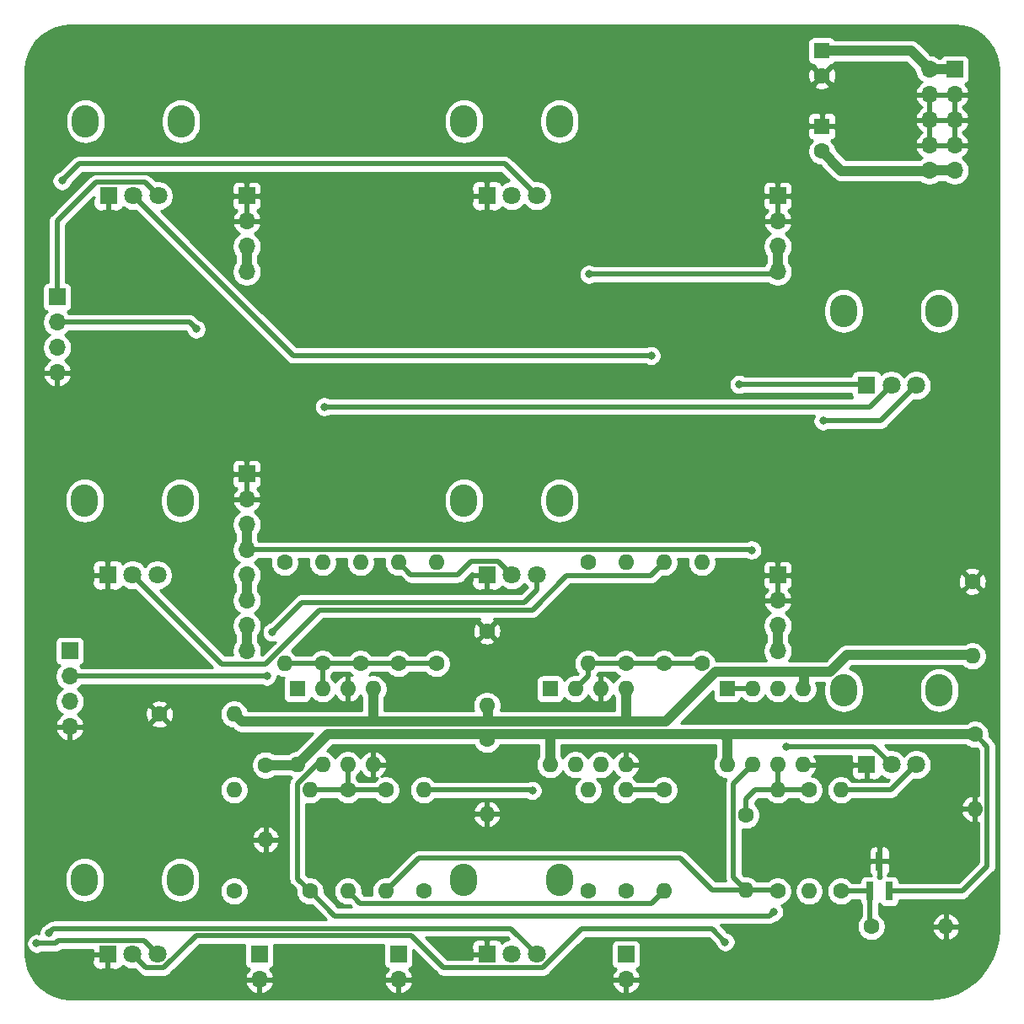
<source format=gbr>
G04 #@! TF.GenerationSoftware,KiCad,Pcbnew,5.1.6-c6e7f7d~86~ubuntu18.04.1*
G04 #@! TF.CreationDate,2020-06-20T09:53:32-04:00*
G04 #@! TF.ProjectId,filter_carrier_board,66696c74-6572-45f6-9361-72726965725f,rev?*
G04 #@! TF.SameCoordinates,Original*
G04 #@! TF.FileFunction,Copper,L2,Bot*
G04 #@! TF.FilePolarity,Positive*
%FSLAX46Y46*%
G04 Gerber Fmt 4.6, Leading zero omitted, Abs format (unit mm)*
G04 Created by KiCad (PCBNEW 5.1.6-c6e7f7d~86~ubuntu18.04.1) date 2020-06-20 09:53:32*
%MOMM*%
%LPD*%
G01*
G04 APERTURE LIST*
G04 #@! TA.AperFunction,SMDPad,CuDef*
%ADD10R,0.800000X1.900000*%
G04 #@! TD*
G04 #@! TA.AperFunction,ComponentPad*
%ADD11O,1.600000X1.600000*%
G04 #@! TD*
G04 #@! TA.AperFunction,ComponentPad*
%ADD12R,1.600000X1.600000*%
G04 #@! TD*
G04 #@! TA.AperFunction,ComponentPad*
%ADD13C,1.600000*%
G04 #@! TD*
G04 #@! TA.AperFunction,ComponentPad*
%ADD14O,2.720000X3.240000*%
G04 #@! TD*
G04 #@! TA.AperFunction,ComponentPad*
%ADD15C,1.800000*%
G04 #@! TD*
G04 #@! TA.AperFunction,ComponentPad*
%ADD16R,1.800000X1.800000*%
G04 #@! TD*
G04 #@! TA.AperFunction,ComponentPad*
%ADD17O,1.700000X1.700000*%
G04 #@! TD*
G04 #@! TA.AperFunction,ComponentPad*
%ADD18R,1.700000X1.700000*%
G04 #@! TD*
G04 #@! TA.AperFunction,ViaPad*
%ADD19C,0.800000*%
G04 #@! TD*
G04 #@! TA.AperFunction,Conductor*
%ADD20C,0.500000*%
G04 #@! TD*
G04 #@! TA.AperFunction,Conductor*
%ADD21C,1.000000*%
G04 #@! TD*
G04 #@! TA.AperFunction,Conductor*
%ADD22C,0.254000*%
G04 #@! TD*
G04 APERTURE END LIST*
D10*
X188026000Y-135430000D03*
X187076000Y-138430000D03*
X188976000Y-138430000D03*
D11*
X172720000Y-125730000D03*
X180340000Y-118110000D03*
X175260000Y-125730000D03*
X177800000Y-118110000D03*
X177800000Y-125730000D03*
X175260000Y-118110000D03*
X180340000Y-125730000D03*
D12*
X172720000Y-118110000D03*
D11*
X177800000Y-128270000D03*
D13*
X177800000Y-138430000D03*
D11*
X180975000Y-138430000D03*
D13*
X180975000Y-128270000D03*
D11*
X197358000Y-114808000D03*
D13*
X197358000Y-107308000D03*
D11*
X197612000Y-130182000D03*
D13*
X197612000Y-122682000D03*
D11*
X174625000Y-138310000D03*
D13*
X174625000Y-130810000D03*
D11*
X194698000Y-141986000D03*
D13*
X187198000Y-141986000D03*
D11*
X129540000Y-125730000D03*
X137160000Y-118110000D03*
X132080000Y-125730000D03*
X134620000Y-118110000D03*
X134620000Y-125730000D03*
X132080000Y-118110000D03*
X137160000Y-125730000D03*
D12*
X129540000Y-118110000D03*
D11*
X154940000Y-125730000D03*
X162560000Y-118110000D03*
X157480000Y-125730000D03*
X160020000Y-118110000D03*
X160020000Y-125730000D03*
X157480000Y-118110000D03*
X162560000Y-125730000D03*
D12*
X154940000Y-118110000D03*
D14*
X184430000Y-118230000D03*
X194030000Y-118230000D03*
D15*
X191730000Y-125730000D03*
X189230000Y-125730000D03*
D16*
X186730000Y-125730000D03*
D14*
X146290000Y-137280000D03*
X155890000Y-137280000D03*
D15*
X153590000Y-144780000D03*
X151090000Y-144780000D03*
D16*
X148590000Y-144780000D03*
D14*
X146290000Y-99180000D03*
X155890000Y-99180000D03*
D15*
X153590000Y-106680000D03*
X151090000Y-106680000D03*
D16*
X148590000Y-106680000D03*
D14*
X146290000Y-61080000D03*
X155890000Y-61080000D03*
D15*
X153590000Y-68580000D03*
X151090000Y-68580000D03*
D16*
X148590000Y-68580000D03*
D14*
X184430000Y-80130000D03*
X194030000Y-80130000D03*
D15*
X191730000Y-87630000D03*
X189230000Y-87630000D03*
D16*
X186730000Y-87630000D03*
D14*
X108190000Y-137280000D03*
X117790000Y-137280000D03*
D15*
X115490000Y-144780000D03*
X112990000Y-144780000D03*
D16*
X110490000Y-144780000D03*
D14*
X108190000Y-99180000D03*
X117790000Y-99180000D03*
D15*
X115490000Y-106680000D03*
X112990000Y-106680000D03*
D16*
X110490000Y-106680000D03*
D14*
X108270000Y-61080000D03*
X117870000Y-61080000D03*
D15*
X115570000Y-68580000D03*
X113070000Y-68580000D03*
D16*
X110570000Y-68580000D03*
D11*
X184150000Y-128270000D03*
D13*
X184150000Y-138430000D03*
D11*
X123190000Y-128270000D03*
D13*
X123190000Y-138430000D03*
D11*
X158750000Y-128270000D03*
D13*
X158750000Y-138430000D03*
D11*
X162560000Y-128270000D03*
D13*
X162560000Y-138430000D03*
D11*
X130810000Y-128270000D03*
D13*
X130810000Y-138430000D03*
D11*
X142240000Y-128270000D03*
D13*
X142240000Y-138430000D03*
D11*
X166370000Y-138430000D03*
D13*
X166370000Y-128270000D03*
D11*
X134620000Y-138430000D03*
D13*
X134620000Y-128270000D03*
D11*
X138430000Y-138430000D03*
D13*
X138430000Y-128270000D03*
D11*
X128270000Y-115570000D03*
D13*
X128270000Y-105410000D03*
D11*
X158750000Y-115570000D03*
D13*
X158750000Y-105410000D03*
D11*
X143510000Y-105410000D03*
D13*
X143510000Y-115570000D03*
D11*
X139700000Y-105410000D03*
D13*
X139700000Y-115570000D03*
D11*
X135890000Y-105410000D03*
D13*
X135890000Y-115570000D03*
D11*
X132080000Y-105410000D03*
D13*
X132080000Y-115570000D03*
D11*
X170180000Y-105410000D03*
D13*
X170180000Y-115570000D03*
D11*
X166370000Y-105410000D03*
D13*
X166370000Y-115570000D03*
D11*
X162560000Y-105410000D03*
D13*
X162560000Y-115570000D03*
D17*
X193040000Y-66040000D03*
X195580000Y-66040000D03*
X193040000Y-63500000D03*
X195580000Y-63500000D03*
X193040000Y-60960000D03*
X195580000Y-60960000D03*
X193040000Y-58420000D03*
X195580000Y-58420000D03*
X193040000Y-55880000D03*
D18*
X195580000Y-55880000D03*
D17*
X125730000Y-147320000D03*
D18*
X125730000Y-144780000D03*
D17*
X124460000Y-114300000D03*
X124460000Y-111760000D03*
X124460000Y-109220000D03*
X124460000Y-106680000D03*
X124460000Y-104140000D03*
X124460000Y-101600000D03*
X124460000Y-99060000D03*
D18*
X124460000Y-96520000D03*
D17*
X124460000Y-76200000D03*
X124460000Y-73660000D03*
X124460000Y-71120000D03*
D18*
X124460000Y-68580000D03*
D17*
X162560000Y-147320000D03*
D18*
X162560000Y-144780000D03*
D17*
X177800000Y-114300000D03*
X177800000Y-111760000D03*
X177800000Y-109220000D03*
D18*
X177800000Y-106680000D03*
D17*
X177800000Y-76200000D03*
X177800000Y-73660000D03*
X177800000Y-71120000D03*
D18*
X177800000Y-68580000D03*
D17*
X139700000Y-147320000D03*
D18*
X139700000Y-144780000D03*
D17*
X105410000Y-86360000D03*
X105410000Y-83820000D03*
X105410000Y-81280000D03*
D18*
X105410000Y-78740000D03*
D17*
X106680000Y-121920000D03*
X106680000Y-119380000D03*
X106680000Y-116840000D03*
D18*
X106680000Y-114300000D03*
D11*
X123190000Y-120650000D03*
D13*
X115690000Y-120650000D03*
D11*
X126359920Y-133255400D03*
D13*
X126359920Y-125755400D03*
D11*
X148590000Y-119786400D03*
D13*
X148590000Y-112286400D03*
D11*
X148590000Y-130690000D03*
D13*
X148590000Y-123190000D03*
X182245000Y-64095000D03*
D12*
X182245000Y-61595000D03*
D13*
X182245000Y-56515000D03*
D12*
X182245000Y-54015000D03*
D19*
X104627680Y-142636240D03*
X127010160Y-112410240D03*
X126492000Y-116840000D03*
X105918000Y-67056000D03*
X103352600Y-143687800D03*
X119385080Y-81960720D03*
X153162000Y-128320800D03*
X158851600Y-76454000D03*
X177393600Y-140512800D03*
X175193960Y-104170480D03*
X165100000Y-84632800D03*
X172526960Y-143525240D03*
X132257800Y-89773760D03*
X182372000Y-91186000D03*
X173954440Y-87528400D03*
X178643280Y-123926600D03*
D20*
X174068700Y-57160200D02*
X174155100Y-57073800D01*
D21*
X195580000Y-55880000D02*
X193040000Y-55880000D01*
X129540000Y-125730000D02*
X132613400Y-122656600D01*
X124460000Y-111760000D02*
X124460000Y-114300000D01*
X129514600Y-125755400D02*
X129540000Y-125730000D01*
X126359920Y-125755400D02*
X129514600Y-125755400D01*
X191175000Y-54015000D02*
X193040000Y-55880000D01*
X182245000Y-54015000D02*
X191175000Y-54015000D01*
X155940760Y-122656600D02*
X160985200Y-122656600D01*
X154940000Y-122986800D02*
X154609800Y-122656600D01*
X154940000Y-125730000D02*
X154940000Y-122986800D01*
X154609800Y-122656600D02*
X155940760Y-122656600D01*
X172720000Y-123037600D02*
X172339000Y-122656600D01*
X172720000Y-125730000D02*
X172720000Y-123037600D01*
X160985200Y-122656600D02*
X172339000Y-122656600D01*
X148590000Y-123190000D02*
X148590000Y-122885200D01*
X148590000Y-122885200D02*
X148361400Y-122656600D01*
X132613400Y-122656600D02*
X148361400Y-122656600D01*
X148361400Y-122656600D02*
X154609800Y-122656600D01*
X172339000Y-122656600D02*
X197586600Y-122656600D01*
X197586600Y-122656600D02*
X197612000Y-122682000D01*
D20*
X198862001Y-123932001D02*
X198862001Y-135909999D01*
X197612000Y-122682000D02*
X198862001Y-123932001D01*
X196342000Y-138430000D02*
X188976000Y-138430000D01*
X198862001Y-135909999D02*
X196342000Y-138430000D01*
D21*
X195580000Y-66040000D02*
X193040000Y-66040000D01*
X124460000Y-106680000D02*
X124460000Y-109220000D01*
X137160000Y-121279920D02*
X137144760Y-121295160D01*
X137160000Y-118110000D02*
X137160000Y-121279920D01*
X193027300Y-66052700D02*
X193040000Y-66040000D01*
X182245000Y-64095000D02*
X184202700Y-66052700D01*
X184202700Y-66052700D02*
X193027300Y-66052700D01*
X184793006Y-114693700D02*
X197465810Y-114693700D01*
X183103906Y-116382800D02*
X184793006Y-114693700D01*
X166564211Y-121405791D02*
X171587202Y-116382800D01*
X123108720Y-120568720D02*
X123945791Y-121405791D01*
X162560000Y-121259600D02*
X162413809Y-121405791D01*
X162560000Y-118110000D02*
X162560000Y-121259600D01*
X162413809Y-121405791D02*
X166564211Y-121405791D01*
X180441600Y-118008400D02*
X180340000Y-118110000D01*
X180441600Y-116382800D02*
X180441600Y-118008400D01*
X171587202Y-116382800D02*
X180441600Y-116382800D01*
X180441600Y-116382800D02*
X183103906Y-116382800D01*
X148685391Y-119881791D02*
X148590000Y-119786400D01*
X148685391Y-121405791D02*
X148685391Y-119881791D01*
X123945791Y-121405791D02*
X148685391Y-121405791D01*
X148685391Y-121405791D02*
X162413809Y-121405791D01*
D20*
X105063531Y-142200389D02*
X105027679Y-142236241D01*
X151010389Y-142200389D02*
X105063531Y-142200389D01*
X105027679Y-142236241D02*
X104627680Y-142636240D01*
X153590000Y-144780000D02*
X151010389Y-142200389D01*
X152374600Y-109423200D02*
X129997200Y-109423200D01*
X129997200Y-109423200D02*
X127010160Y-112410240D01*
X153590000Y-106680000D02*
X153590000Y-108207800D01*
X153590000Y-108207800D02*
X152374600Y-109423200D01*
X106680000Y-116840000D02*
X126492000Y-116840000D01*
X150364200Y-65354200D02*
X107619800Y-65354200D01*
X153590000Y-68580000D02*
X150364200Y-65354200D01*
X107619800Y-65354200D02*
X105918000Y-67056000D01*
X105308400Y-143687800D02*
X103352600Y-143687800D01*
X105566201Y-143429999D02*
X105308400Y-143687800D01*
X115490000Y-144780000D02*
X114139999Y-143429999D01*
X114139999Y-143429999D02*
X105566201Y-143429999D01*
X118704360Y-81280000D02*
X105410000Y-81280000D01*
X119385080Y-81960720D02*
X118704360Y-81280000D01*
X105410000Y-71129998D02*
X105410000Y-78740000D01*
X109309999Y-67229999D02*
X105410000Y-71129998D01*
X114219999Y-67229999D02*
X109309999Y-67229999D01*
X115570000Y-68580000D02*
X114219999Y-67229999D01*
D21*
X177800000Y-73660000D02*
X177800000Y-76200000D01*
D20*
X142240000Y-128270000D02*
X153111200Y-128270000D01*
X153111200Y-128270000D02*
X153162000Y-128320800D01*
X177546000Y-76454000D02*
X177800000Y-76200000D01*
X158851600Y-76454000D02*
X177546000Y-76454000D01*
D21*
X177800000Y-111760000D02*
X177800000Y-114300000D01*
D20*
X129559999Y-137179999D02*
X130810000Y-138430000D01*
X129559999Y-127669999D02*
X129559999Y-137179999D01*
X131499998Y-125730000D02*
X129559999Y-127669999D01*
X132080000Y-125730000D02*
X131499998Y-125730000D01*
X130810000Y-138430000D02*
X133292799Y-140912799D01*
X133292799Y-140912799D02*
X176993601Y-140912799D01*
X176993601Y-140912799D02*
X177393600Y-140512800D01*
D21*
X124460000Y-73660000D02*
X124460000Y-76200000D01*
X124460000Y-101600000D02*
X124460000Y-104140000D01*
D20*
X175260000Y-118110000D02*
X172720000Y-118110000D01*
X124460000Y-104140000D02*
X175163480Y-104140000D01*
X175163480Y-104140000D02*
X175193960Y-104170480D01*
X129122800Y-84632800D02*
X165100000Y-84632800D01*
X113070000Y-68580000D02*
X129122800Y-84632800D01*
X158750000Y-116840000D02*
X157480000Y-118110000D01*
X158750000Y-115570000D02*
X158750000Y-116840000D01*
X158750000Y-115570000D02*
X162560000Y-115570000D01*
X162560000Y-115570000D02*
X166370000Y-115570000D01*
X166370000Y-115570000D02*
X170180000Y-115570000D01*
X165049200Y-106730800D02*
X166370000Y-105410000D01*
X121910001Y-115600001D02*
X126389997Y-115600001D01*
X126389997Y-115600001D02*
X131809878Y-110180120D01*
X131809878Y-110180120D02*
X153167080Y-110180120D01*
X156616400Y-106730800D02*
X165049200Y-106730800D01*
X112990000Y-106680000D02*
X121910001Y-115600001D01*
X153167080Y-110180120D02*
X156616400Y-106730800D01*
X171241720Y-142240000D02*
X172526960Y-143525240D01*
X144244003Y-146130001D02*
X154238001Y-146130001D01*
X119367602Y-142900400D02*
X141014402Y-142900400D01*
X116138001Y-146130001D02*
X119367602Y-142900400D01*
X154238001Y-146130001D02*
X158128002Y-142240000D01*
X158128002Y-142240000D02*
X171241720Y-142240000D01*
X141014402Y-142900400D02*
X144244003Y-146130001D01*
X112990000Y-144780000D02*
X114340001Y-146130001D01*
X114340001Y-146130001D02*
X116138001Y-146130001D01*
X187086240Y-89773760D02*
X189230000Y-87630000D01*
X132257800Y-89773760D02*
X187086240Y-89773760D01*
X132080000Y-118110000D02*
X132080000Y-115570000D01*
X128270000Y-115570000D02*
X132080000Y-115570000D01*
X132080000Y-115570000D02*
X135890000Y-115570000D01*
X135890000Y-115570000D02*
X139700000Y-115570000D01*
X139700000Y-115570000D02*
X143510000Y-115570000D01*
X140950001Y-106660001D02*
X139700000Y-105410000D01*
X145663599Y-106660001D02*
X140950001Y-106660001D01*
X146993601Y-105329999D02*
X145663599Y-106660001D01*
X149739999Y-105329999D02*
X146993601Y-105329999D01*
X151090000Y-106680000D02*
X149739999Y-105329999D01*
X165119999Y-139680001D02*
X166370000Y-138430000D01*
X135870001Y-139680001D02*
X165119999Y-139680001D01*
X134620000Y-138430000D02*
X135870001Y-139680001D01*
X134620000Y-125730000D02*
X134620000Y-128270000D01*
X130810000Y-128270000D02*
X134620000Y-128270000D01*
X134620000Y-128270000D02*
X138430000Y-128270000D01*
X166370000Y-128270000D02*
X162560000Y-128270000D01*
X189190000Y-128270000D02*
X191730000Y-125730000D01*
X184150000Y-128270000D02*
X189190000Y-128270000D01*
X184150000Y-138430000D02*
X187076000Y-138430000D01*
X187076000Y-141864000D02*
X187198000Y-141986000D01*
X187076000Y-138430000D02*
X187076000Y-141864000D01*
X188174000Y-91186000D02*
X191730000Y-87630000D01*
X182372000Y-91186000D02*
X188174000Y-91186000D01*
X177680000Y-138310000D02*
X177800000Y-138430000D01*
X174625000Y-138310000D02*
X177680000Y-138310000D01*
X173374999Y-127615001D02*
X175260000Y-125730000D01*
X173374999Y-137059999D02*
X173374999Y-127615001D01*
X174625000Y-138310000D02*
X173374999Y-137059999D01*
X186628400Y-87528400D02*
X186730000Y-87630000D01*
X173954440Y-87528400D02*
X186628400Y-87528400D01*
X168031160Y-135128000D02*
X171213160Y-138310000D01*
X171213160Y-138310000D02*
X174625000Y-138310000D01*
X138430000Y-138430000D02*
X141732000Y-135128000D01*
X141732000Y-135128000D02*
X168031160Y-135128000D01*
X177800000Y-125730000D02*
X177800000Y-128270000D01*
X177800000Y-128270000D02*
X180975000Y-128270000D01*
X175514000Y-128270000D02*
X177800000Y-128270000D01*
X174625000Y-130810000D02*
X174625000Y-129159000D01*
X174625000Y-129159000D02*
X175514000Y-128270000D01*
X189230000Y-125730000D02*
X187426600Y-123926600D01*
X187426600Y-123926600D02*
X178643280Y-123926600D01*
D22*
G36*
X196362249Y-51532437D02*
G01*
X197119774Y-51739672D01*
X197828625Y-52077777D01*
X198466404Y-52536067D01*
X199012946Y-53100055D01*
X199450977Y-53751913D01*
X199766651Y-54471038D01*
X199951206Y-55239768D01*
X200000001Y-55904221D01*
X200000000Y-142216094D01*
X199925382Y-143244470D01*
X199708262Y-144227896D01*
X199351454Y-145169675D01*
X198862424Y-146050095D01*
X198251435Y-146850684D01*
X197531268Y-147554694D01*
X196717013Y-148147370D01*
X195825731Y-148616296D01*
X194876099Y-148951647D01*
X193884309Y-149147127D01*
X193019835Y-149200000D01*
X106709392Y-149200000D01*
X105897751Y-149127563D01*
X105140226Y-148920328D01*
X104431373Y-148582221D01*
X103793590Y-148123928D01*
X103360382Y-147676890D01*
X124288524Y-147676890D01*
X124333175Y-147824099D01*
X124458359Y-148086920D01*
X124632412Y-148320269D01*
X124848645Y-148515178D01*
X125098748Y-148664157D01*
X125373109Y-148761481D01*
X125603000Y-148640814D01*
X125603000Y-147447000D01*
X125857000Y-147447000D01*
X125857000Y-148640814D01*
X126086891Y-148761481D01*
X126361252Y-148664157D01*
X126611355Y-148515178D01*
X126827588Y-148320269D01*
X127001641Y-148086920D01*
X127126825Y-147824099D01*
X127171476Y-147676890D01*
X138258524Y-147676890D01*
X138303175Y-147824099D01*
X138428359Y-148086920D01*
X138602412Y-148320269D01*
X138818645Y-148515178D01*
X139068748Y-148664157D01*
X139343109Y-148761481D01*
X139573000Y-148640814D01*
X139573000Y-147447000D01*
X139827000Y-147447000D01*
X139827000Y-148640814D01*
X140056891Y-148761481D01*
X140331252Y-148664157D01*
X140581355Y-148515178D01*
X140797588Y-148320269D01*
X140971641Y-148086920D01*
X141096825Y-147824099D01*
X141141476Y-147676890D01*
X161118524Y-147676890D01*
X161163175Y-147824099D01*
X161288359Y-148086920D01*
X161462412Y-148320269D01*
X161678645Y-148515178D01*
X161928748Y-148664157D01*
X162203109Y-148761481D01*
X162433000Y-148640814D01*
X162433000Y-147447000D01*
X162687000Y-147447000D01*
X162687000Y-148640814D01*
X162916891Y-148761481D01*
X163191252Y-148664157D01*
X163441355Y-148515178D01*
X163657588Y-148320269D01*
X163831641Y-148086920D01*
X163956825Y-147824099D01*
X164001476Y-147676890D01*
X163880155Y-147447000D01*
X162687000Y-147447000D01*
X162433000Y-147447000D01*
X161239845Y-147447000D01*
X161118524Y-147676890D01*
X141141476Y-147676890D01*
X141020155Y-147447000D01*
X139827000Y-147447000D01*
X139573000Y-147447000D01*
X138379845Y-147447000D01*
X138258524Y-147676890D01*
X127171476Y-147676890D01*
X127050155Y-147447000D01*
X125857000Y-147447000D01*
X125603000Y-147447000D01*
X124409845Y-147447000D01*
X124288524Y-147676890D01*
X103360382Y-147676890D01*
X103247054Y-147559945D01*
X102809022Y-146908085D01*
X102493349Y-146188963D01*
X102371159Y-145680000D01*
X108951928Y-145680000D01*
X108964188Y-145804482D01*
X109000498Y-145924180D01*
X109059463Y-146034494D01*
X109138815Y-146131185D01*
X109235506Y-146210537D01*
X109345820Y-146269502D01*
X109465518Y-146305812D01*
X109590000Y-146318072D01*
X110204250Y-146315000D01*
X110363000Y-146156250D01*
X110363000Y-144907000D01*
X109113750Y-144907000D01*
X108955000Y-145065750D01*
X108951928Y-145680000D01*
X102371159Y-145680000D01*
X102308794Y-145420232D01*
X102260000Y-144755792D01*
X102260000Y-143585861D01*
X102317600Y-143585861D01*
X102317600Y-143789739D01*
X102357374Y-143989698D01*
X102435395Y-144178056D01*
X102548663Y-144347574D01*
X102692826Y-144491737D01*
X102862344Y-144605005D01*
X103050702Y-144683026D01*
X103250661Y-144722800D01*
X103454539Y-144722800D01*
X103654498Y-144683026D01*
X103842856Y-144605005D01*
X103891054Y-144572800D01*
X105264931Y-144572800D01*
X105308400Y-144577081D01*
X105351869Y-144572800D01*
X105351877Y-144572800D01*
X105481890Y-144559995D01*
X105648713Y-144509389D01*
X105802459Y-144427211D01*
X105937217Y-144316617D01*
X105938545Y-144314999D01*
X108954104Y-144314999D01*
X108955000Y-144494250D01*
X109113750Y-144653000D01*
X110363000Y-144653000D01*
X110363000Y-144633000D01*
X110617000Y-144633000D01*
X110617000Y-144653000D01*
X110637000Y-144653000D01*
X110637000Y-144907000D01*
X110617000Y-144907000D01*
X110617000Y-146156250D01*
X110775750Y-146315000D01*
X111390000Y-146318072D01*
X111514482Y-146305812D01*
X111634180Y-146269502D01*
X111744494Y-146210537D01*
X111841185Y-146131185D01*
X111920537Y-146034494D01*
X111973880Y-145934697D01*
X112011495Y-145972312D01*
X112262905Y-146140299D01*
X112542257Y-146256011D01*
X112838816Y-146315000D01*
X113141184Y-146315000D01*
X113251482Y-146293060D01*
X113683471Y-146725050D01*
X113711184Y-146758818D01*
X113744952Y-146786531D01*
X113744954Y-146786533D01*
X113780739Y-146815901D01*
X113845942Y-146869412D01*
X113999688Y-146951590D01*
X114166511Y-147002196D01*
X114296524Y-147015001D01*
X114296532Y-147015001D01*
X114340001Y-147019282D01*
X114383470Y-147015001D01*
X116094532Y-147015001D01*
X116138001Y-147019282D01*
X116181470Y-147015001D01*
X116181478Y-147015001D01*
X116311491Y-147002196D01*
X116478314Y-146951590D01*
X116632060Y-146869412D01*
X116766818Y-146758818D01*
X116794535Y-146725045D01*
X119734181Y-143785400D01*
X124260291Y-143785400D01*
X124254188Y-143805518D01*
X124241928Y-143930000D01*
X124241928Y-145630000D01*
X124254188Y-145754482D01*
X124290498Y-145874180D01*
X124349463Y-145984494D01*
X124428815Y-146081185D01*
X124525506Y-146160537D01*
X124635820Y-146219502D01*
X124716466Y-146243966D01*
X124632412Y-146319731D01*
X124458359Y-146553080D01*
X124333175Y-146815901D01*
X124288524Y-146963110D01*
X124409845Y-147193000D01*
X125603000Y-147193000D01*
X125603000Y-147173000D01*
X125857000Y-147173000D01*
X125857000Y-147193000D01*
X127050155Y-147193000D01*
X127171476Y-146963110D01*
X127126825Y-146815901D01*
X127001641Y-146553080D01*
X126827588Y-146319731D01*
X126743534Y-146243966D01*
X126824180Y-146219502D01*
X126934494Y-146160537D01*
X127031185Y-146081185D01*
X127110537Y-145984494D01*
X127169502Y-145874180D01*
X127205812Y-145754482D01*
X127218072Y-145630000D01*
X127218072Y-143930000D01*
X127205812Y-143805518D01*
X127199709Y-143785400D01*
X138230291Y-143785400D01*
X138224188Y-143805518D01*
X138211928Y-143930000D01*
X138211928Y-145630000D01*
X138224188Y-145754482D01*
X138260498Y-145874180D01*
X138319463Y-145984494D01*
X138398815Y-146081185D01*
X138495506Y-146160537D01*
X138605820Y-146219502D01*
X138686466Y-146243966D01*
X138602412Y-146319731D01*
X138428359Y-146553080D01*
X138303175Y-146815901D01*
X138258524Y-146963110D01*
X138379845Y-147193000D01*
X139573000Y-147193000D01*
X139573000Y-147173000D01*
X139827000Y-147173000D01*
X139827000Y-147193000D01*
X141020155Y-147193000D01*
X141141476Y-146963110D01*
X141096825Y-146815901D01*
X140971641Y-146553080D01*
X140797588Y-146319731D01*
X140713534Y-146243966D01*
X140794180Y-146219502D01*
X140904494Y-146160537D01*
X141001185Y-146081185D01*
X141080537Y-145984494D01*
X141139502Y-145874180D01*
X141175812Y-145754482D01*
X141188072Y-145630000D01*
X141188072Y-144325648D01*
X143587473Y-146725050D01*
X143615186Y-146758818D01*
X143648954Y-146786531D01*
X143648956Y-146786533D01*
X143749944Y-146869412D01*
X143903689Y-146951590D01*
X143960050Y-146968687D01*
X144070513Y-147002196D01*
X144200526Y-147015001D01*
X144200534Y-147015001D01*
X144244003Y-147019282D01*
X144287472Y-147015001D01*
X154194532Y-147015001D01*
X154238001Y-147019282D01*
X154281470Y-147015001D01*
X154281478Y-147015001D01*
X154411491Y-147002196D01*
X154578314Y-146951590D01*
X154732060Y-146869412D01*
X154866818Y-146758818D01*
X154894535Y-146725045D01*
X157689580Y-143930000D01*
X161071928Y-143930000D01*
X161071928Y-145630000D01*
X161084188Y-145754482D01*
X161120498Y-145874180D01*
X161179463Y-145984494D01*
X161258815Y-146081185D01*
X161355506Y-146160537D01*
X161465820Y-146219502D01*
X161546466Y-146243966D01*
X161462412Y-146319731D01*
X161288359Y-146553080D01*
X161163175Y-146815901D01*
X161118524Y-146963110D01*
X161239845Y-147193000D01*
X162433000Y-147193000D01*
X162433000Y-147173000D01*
X162687000Y-147173000D01*
X162687000Y-147193000D01*
X163880155Y-147193000D01*
X164001476Y-146963110D01*
X163956825Y-146815901D01*
X163831641Y-146553080D01*
X163657588Y-146319731D01*
X163573534Y-146243966D01*
X163654180Y-146219502D01*
X163764494Y-146160537D01*
X163861185Y-146081185D01*
X163940537Y-145984494D01*
X163999502Y-145874180D01*
X164035812Y-145754482D01*
X164048072Y-145630000D01*
X164048072Y-143930000D01*
X164035812Y-143805518D01*
X163999502Y-143685820D01*
X163940537Y-143575506D01*
X163861185Y-143478815D01*
X163764494Y-143399463D01*
X163654180Y-143340498D01*
X163534482Y-143304188D01*
X163410000Y-143291928D01*
X161710000Y-143291928D01*
X161585518Y-143304188D01*
X161465820Y-143340498D01*
X161355506Y-143399463D01*
X161258815Y-143478815D01*
X161179463Y-143575506D01*
X161120498Y-143685820D01*
X161084188Y-143805518D01*
X161071928Y-143930000D01*
X157689580Y-143930000D01*
X158494581Y-143125000D01*
X170875142Y-143125000D01*
X171520425Y-143770284D01*
X171531734Y-143827138D01*
X171609755Y-144015496D01*
X171723023Y-144185014D01*
X171867186Y-144329177D01*
X172036704Y-144442445D01*
X172225062Y-144520466D01*
X172425021Y-144560240D01*
X172628899Y-144560240D01*
X172828858Y-144520466D01*
X173017216Y-144442445D01*
X173186734Y-144329177D01*
X173330897Y-144185014D01*
X173444165Y-144015496D01*
X173522186Y-143827138D01*
X173561960Y-143627179D01*
X173561960Y-143423301D01*
X173522186Y-143223342D01*
X173444165Y-143034984D01*
X173330897Y-142865466D01*
X173186734Y-142721303D01*
X173017216Y-142608035D01*
X172828858Y-142530014D01*
X172772004Y-142518705D01*
X172051097Y-141797799D01*
X176950132Y-141797799D01*
X176993601Y-141802080D01*
X177037070Y-141797799D01*
X177037078Y-141797799D01*
X177167091Y-141784994D01*
X177333914Y-141734388D01*
X177487660Y-141652210D01*
X177622418Y-141541616D01*
X177641106Y-141518845D01*
X177695498Y-141508026D01*
X177883856Y-141430005D01*
X178053374Y-141316737D01*
X178197537Y-141172574D01*
X178310805Y-141003056D01*
X178388826Y-140814698D01*
X178428600Y-140614739D01*
X178428600Y-140410861D01*
X178388826Y-140210902D01*
X178310805Y-140022544D01*
X178197537Y-139853026D01*
X178165017Y-139820506D01*
X178218574Y-139809853D01*
X178479727Y-139701680D01*
X178714759Y-139544637D01*
X178914637Y-139344759D01*
X179071680Y-139109727D01*
X179179853Y-138848574D01*
X179235000Y-138571335D01*
X179235000Y-138288665D01*
X179540000Y-138288665D01*
X179540000Y-138571335D01*
X179595147Y-138848574D01*
X179703320Y-139109727D01*
X179860363Y-139344759D01*
X180060241Y-139544637D01*
X180295273Y-139701680D01*
X180556426Y-139809853D01*
X180833665Y-139865000D01*
X181116335Y-139865000D01*
X181393574Y-139809853D01*
X181654727Y-139701680D01*
X181889759Y-139544637D01*
X182089637Y-139344759D01*
X182246680Y-139109727D01*
X182354853Y-138848574D01*
X182410000Y-138571335D01*
X182410000Y-138288665D01*
X182354853Y-138011426D01*
X182246680Y-137750273D01*
X182089637Y-137515241D01*
X181889759Y-137315363D01*
X181654727Y-137158320D01*
X181393574Y-137050147D01*
X181116335Y-136995000D01*
X180833665Y-136995000D01*
X180556426Y-137050147D01*
X180295273Y-137158320D01*
X180060241Y-137315363D01*
X179860363Y-137515241D01*
X179703320Y-137750273D01*
X179595147Y-138011426D01*
X179540000Y-138288665D01*
X179235000Y-138288665D01*
X179179853Y-138011426D01*
X179071680Y-137750273D01*
X178914637Y-137515241D01*
X178714759Y-137315363D01*
X178479727Y-137158320D01*
X178218574Y-137050147D01*
X177941335Y-136995000D01*
X177658665Y-136995000D01*
X177381426Y-137050147D01*
X177120273Y-137158320D01*
X176885241Y-137315363D01*
X176775604Y-137425000D01*
X175759521Y-137425000D01*
X175739637Y-137395241D01*
X175539759Y-137195363D01*
X175304727Y-137038320D01*
X175043574Y-136930147D01*
X174766335Y-136875000D01*
X174483665Y-136875000D01*
X174448561Y-136881983D01*
X174259999Y-136693421D01*
X174259999Y-134480000D01*
X186987928Y-134480000D01*
X186991000Y-135144250D01*
X187149750Y-135303000D01*
X187899000Y-135303000D01*
X187899000Y-134003750D01*
X188153000Y-134003750D01*
X188153000Y-135303000D01*
X188902250Y-135303000D01*
X189061000Y-135144250D01*
X189064072Y-134480000D01*
X189051812Y-134355518D01*
X189015502Y-134235820D01*
X188956537Y-134125506D01*
X188877185Y-134028815D01*
X188780494Y-133949463D01*
X188670180Y-133890498D01*
X188550482Y-133854188D01*
X188426000Y-133841928D01*
X188311750Y-133845000D01*
X188153000Y-134003750D01*
X187899000Y-134003750D01*
X187740250Y-133845000D01*
X187626000Y-133841928D01*
X187501518Y-133854188D01*
X187381820Y-133890498D01*
X187271506Y-133949463D01*
X187174815Y-134028815D01*
X187095463Y-134125506D01*
X187036498Y-134235820D01*
X187000188Y-134355518D01*
X186987928Y-134480000D01*
X174259999Y-134480000D01*
X174259999Y-132200509D01*
X174483665Y-132245000D01*
X174766335Y-132245000D01*
X175043574Y-132189853D01*
X175304727Y-132081680D01*
X175539759Y-131924637D01*
X175739637Y-131724759D01*
X175896680Y-131489727D01*
X176004853Y-131228574D01*
X176060000Y-130951335D01*
X176060000Y-130668665D01*
X176032625Y-130531040D01*
X196220091Y-130531040D01*
X196314930Y-130795881D01*
X196459615Y-131037131D01*
X196648586Y-131245519D01*
X196874580Y-131413037D01*
X197128913Y-131533246D01*
X197262961Y-131573904D01*
X197485000Y-131451915D01*
X197485000Y-130309000D01*
X196341376Y-130309000D01*
X196220091Y-130531040D01*
X176032625Y-130531040D01*
X176004853Y-130391426D01*
X175896680Y-130130273D01*
X175739637Y-129895241D01*
X175677356Y-129832960D01*
X196220091Y-129832960D01*
X196341376Y-130055000D01*
X197485000Y-130055000D01*
X197485000Y-128912085D01*
X197262961Y-128790096D01*
X197128913Y-128830754D01*
X196874580Y-128950963D01*
X196648586Y-129118481D01*
X196459615Y-129326869D01*
X196314930Y-129568119D01*
X196220091Y-129832960D01*
X175677356Y-129832960D01*
X175539759Y-129695363D01*
X175510000Y-129675479D01*
X175510000Y-129525578D01*
X175880579Y-129155000D01*
X176665479Y-129155000D01*
X176685363Y-129184759D01*
X176885241Y-129384637D01*
X177120273Y-129541680D01*
X177381426Y-129649853D01*
X177658665Y-129705000D01*
X177941335Y-129705000D01*
X178218574Y-129649853D01*
X178479727Y-129541680D01*
X178714759Y-129384637D01*
X178914637Y-129184759D01*
X178934521Y-129155000D01*
X179840479Y-129155000D01*
X179860363Y-129184759D01*
X180060241Y-129384637D01*
X180295273Y-129541680D01*
X180556426Y-129649853D01*
X180833665Y-129705000D01*
X181116335Y-129705000D01*
X181393574Y-129649853D01*
X181654727Y-129541680D01*
X181889759Y-129384637D01*
X182089637Y-129184759D01*
X182246680Y-128949727D01*
X182354853Y-128688574D01*
X182410000Y-128411335D01*
X182410000Y-128128665D01*
X182354853Y-127851426D01*
X182246680Y-127590273D01*
X182089637Y-127355241D01*
X181889759Y-127155363D01*
X181654727Y-126998320D01*
X181393574Y-126890147D01*
X181219712Y-126855563D01*
X181303414Y-126793519D01*
X181451696Y-126630000D01*
X185191928Y-126630000D01*
X185204188Y-126754482D01*
X185240498Y-126874180D01*
X185299463Y-126984494D01*
X185378815Y-127081185D01*
X185475506Y-127160537D01*
X185585820Y-127219502D01*
X185705518Y-127255812D01*
X185830000Y-127268072D01*
X186444250Y-127265000D01*
X186603000Y-127106250D01*
X186603000Y-125857000D01*
X185353750Y-125857000D01*
X185195000Y-126015750D01*
X185191928Y-126630000D01*
X181451696Y-126630000D01*
X181492385Y-126585131D01*
X181637070Y-126343881D01*
X181731909Y-126079040D01*
X181610624Y-125857000D01*
X180467000Y-125857000D01*
X180467000Y-125877000D01*
X180213000Y-125877000D01*
X180213000Y-125857000D01*
X180193000Y-125857000D01*
X180193000Y-125603000D01*
X180213000Y-125603000D01*
X180213000Y-125583000D01*
X180467000Y-125583000D01*
X180467000Y-125603000D01*
X181610624Y-125603000D01*
X181731909Y-125380960D01*
X181637070Y-125116119D01*
X181492385Y-124874869D01*
X181435011Y-124811600D01*
X185193740Y-124811600D01*
X185191928Y-124830000D01*
X185195000Y-125444250D01*
X185353750Y-125603000D01*
X186603000Y-125603000D01*
X186603000Y-125583000D01*
X186857000Y-125583000D01*
X186857000Y-125603000D01*
X186877000Y-125603000D01*
X186877000Y-125857000D01*
X186857000Y-125857000D01*
X186857000Y-127106250D01*
X187015750Y-127265000D01*
X187630000Y-127268072D01*
X187754482Y-127255812D01*
X187874180Y-127219502D01*
X187984494Y-127160537D01*
X188081185Y-127081185D01*
X188160537Y-126984494D01*
X188213880Y-126884697D01*
X188251495Y-126922312D01*
X188502905Y-127090299D01*
X188782257Y-127206011D01*
X188965885Y-127242537D01*
X188823422Y-127385000D01*
X185284521Y-127385000D01*
X185264637Y-127355241D01*
X185064759Y-127155363D01*
X184829727Y-126998320D01*
X184568574Y-126890147D01*
X184291335Y-126835000D01*
X184008665Y-126835000D01*
X183731426Y-126890147D01*
X183470273Y-126998320D01*
X183235241Y-127155363D01*
X183035363Y-127355241D01*
X182878320Y-127590273D01*
X182770147Y-127851426D01*
X182715000Y-128128665D01*
X182715000Y-128411335D01*
X182770147Y-128688574D01*
X182878320Y-128949727D01*
X183035363Y-129184759D01*
X183235241Y-129384637D01*
X183470273Y-129541680D01*
X183731426Y-129649853D01*
X184008665Y-129705000D01*
X184291335Y-129705000D01*
X184568574Y-129649853D01*
X184829727Y-129541680D01*
X185064759Y-129384637D01*
X185264637Y-129184759D01*
X185284521Y-129155000D01*
X189146531Y-129155000D01*
X189190000Y-129159281D01*
X189233469Y-129155000D01*
X189233477Y-129155000D01*
X189363490Y-129142195D01*
X189530313Y-129091589D01*
X189684059Y-129009411D01*
X189818817Y-128898817D01*
X189846534Y-128865044D01*
X191468518Y-127243060D01*
X191578816Y-127265000D01*
X191881184Y-127265000D01*
X192177743Y-127206011D01*
X192457095Y-127090299D01*
X192708505Y-126922312D01*
X192922312Y-126708505D01*
X193090299Y-126457095D01*
X193206011Y-126177743D01*
X193265000Y-125881184D01*
X193265000Y-125578816D01*
X193206011Y-125282257D01*
X193090299Y-125002905D01*
X192922312Y-124751495D01*
X192708505Y-124537688D01*
X192457095Y-124369701D01*
X192177743Y-124253989D01*
X191881184Y-124195000D01*
X191578816Y-124195000D01*
X191282257Y-124253989D01*
X191002905Y-124369701D01*
X190751495Y-124537688D01*
X190537688Y-124751495D01*
X190480000Y-124837831D01*
X190422312Y-124751495D01*
X190208505Y-124537688D01*
X189957095Y-124369701D01*
X189677743Y-124253989D01*
X189381184Y-124195000D01*
X189078816Y-124195000D01*
X188968518Y-124216940D01*
X188543178Y-123791600D01*
X196692204Y-123791600D01*
X196697241Y-123796637D01*
X196932273Y-123953680D01*
X197193426Y-124061853D01*
X197470665Y-124117000D01*
X197753335Y-124117000D01*
X197788439Y-124110017D01*
X197977001Y-124298580D01*
X197977001Y-128794938D01*
X197961039Y-128790096D01*
X197739000Y-128912085D01*
X197739000Y-130055000D01*
X197759000Y-130055000D01*
X197759000Y-130309000D01*
X197739000Y-130309000D01*
X197739000Y-131451915D01*
X197961039Y-131573904D01*
X197977002Y-131569062D01*
X197977002Y-135543419D01*
X195975422Y-137545000D01*
X190014072Y-137545000D01*
X190014072Y-137480000D01*
X190001812Y-137355518D01*
X189965502Y-137235820D01*
X189906537Y-137125506D01*
X189827185Y-137028815D01*
X189730494Y-136949463D01*
X189620180Y-136890498D01*
X189500482Y-136854188D01*
X189376000Y-136841928D01*
X188864095Y-136841928D01*
X188877185Y-136831185D01*
X188956537Y-136734494D01*
X189015502Y-136624180D01*
X189051812Y-136504482D01*
X189064072Y-136380000D01*
X189061000Y-135715750D01*
X188902250Y-135557000D01*
X188153000Y-135557000D01*
X188153000Y-136856250D01*
X188237607Y-136940857D01*
X188221506Y-136949463D01*
X188124815Y-137028815D01*
X188045463Y-137125506D01*
X188026000Y-137161918D01*
X188006537Y-137125506D01*
X187927185Y-137028815D01*
X187830494Y-136949463D01*
X187814393Y-136940857D01*
X187899000Y-136856250D01*
X187899000Y-135557000D01*
X187149750Y-135557000D01*
X186991000Y-135715750D01*
X186987928Y-136380000D01*
X187000188Y-136504482D01*
X187036498Y-136624180D01*
X187095463Y-136734494D01*
X187174815Y-136831185D01*
X187187905Y-136841928D01*
X186676000Y-136841928D01*
X186551518Y-136854188D01*
X186431820Y-136890498D01*
X186321506Y-136949463D01*
X186224815Y-137028815D01*
X186145463Y-137125506D01*
X186086498Y-137235820D01*
X186050188Y-137355518D01*
X186037928Y-137480000D01*
X186037928Y-137545000D01*
X185284521Y-137545000D01*
X185264637Y-137515241D01*
X185064759Y-137315363D01*
X184829727Y-137158320D01*
X184568574Y-137050147D01*
X184291335Y-136995000D01*
X184008665Y-136995000D01*
X183731426Y-137050147D01*
X183470273Y-137158320D01*
X183235241Y-137315363D01*
X183035363Y-137515241D01*
X182878320Y-137750273D01*
X182770147Y-138011426D01*
X182715000Y-138288665D01*
X182715000Y-138571335D01*
X182770147Y-138848574D01*
X182878320Y-139109727D01*
X183035363Y-139344759D01*
X183235241Y-139544637D01*
X183470273Y-139701680D01*
X183731426Y-139809853D01*
X184008665Y-139865000D01*
X184291335Y-139865000D01*
X184568574Y-139809853D01*
X184829727Y-139701680D01*
X185064759Y-139544637D01*
X185264637Y-139344759D01*
X185284521Y-139315000D01*
X186037928Y-139315000D01*
X186037928Y-139380000D01*
X186050188Y-139504482D01*
X186086498Y-139624180D01*
X186145463Y-139734494D01*
X186191000Y-139789982D01*
X186191001Y-140963603D01*
X186083363Y-141071241D01*
X185926320Y-141306273D01*
X185818147Y-141567426D01*
X185763000Y-141844665D01*
X185763000Y-142127335D01*
X185818147Y-142404574D01*
X185926320Y-142665727D01*
X186083363Y-142900759D01*
X186283241Y-143100637D01*
X186518273Y-143257680D01*
X186779426Y-143365853D01*
X187056665Y-143421000D01*
X187339335Y-143421000D01*
X187616574Y-143365853D01*
X187877727Y-143257680D01*
X188112759Y-143100637D01*
X188312637Y-142900759D01*
X188469680Y-142665727D01*
X188577853Y-142404574D01*
X188591684Y-142335039D01*
X193306096Y-142335039D01*
X193346754Y-142469087D01*
X193466963Y-142723420D01*
X193634481Y-142949414D01*
X193842869Y-143138385D01*
X194084119Y-143283070D01*
X194348960Y-143377909D01*
X194571000Y-143256624D01*
X194571000Y-142113000D01*
X194825000Y-142113000D01*
X194825000Y-143256624D01*
X195047040Y-143377909D01*
X195311881Y-143283070D01*
X195553131Y-143138385D01*
X195761519Y-142949414D01*
X195929037Y-142723420D01*
X196049246Y-142469087D01*
X196089904Y-142335039D01*
X195967915Y-142113000D01*
X194825000Y-142113000D01*
X194571000Y-142113000D01*
X193428085Y-142113000D01*
X193306096Y-142335039D01*
X188591684Y-142335039D01*
X188633000Y-142127335D01*
X188633000Y-141844665D01*
X188591685Y-141636961D01*
X193306096Y-141636961D01*
X193428085Y-141859000D01*
X194571000Y-141859000D01*
X194571000Y-140715376D01*
X194825000Y-140715376D01*
X194825000Y-141859000D01*
X195967915Y-141859000D01*
X196089904Y-141636961D01*
X196049246Y-141502913D01*
X195929037Y-141248580D01*
X195761519Y-141022586D01*
X195553131Y-140833615D01*
X195311881Y-140688930D01*
X195047040Y-140594091D01*
X194825000Y-140715376D01*
X194571000Y-140715376D01*
X194348960Y-140594091D01*
X194084119Y-140688930D01*
X193842869Y-140833615D01*
X193634481Y-141022586D01*
X193466963Y-141248580D01*
X193346754Y-141502913D01*
X193306096Y-141636961D01*
X188591685Y-141636961D01*
X188577853Y-141567426D01*
X188469680Y-141306273D01*
X188312637Y-141071241D01*
X188112759Y-140871363D01*
X187961000Y-140769961D01*
X187961000Y-139789981D01*
X188006537Y-139734494D01*
X188026000Y-139698082D01*
X188045463Y-139734494D01*
X188124815Y-139831185D01*
X188221506Y-139910537D01*
X188331820Y-139969502D01*
X188451518Y-140005812D01*
X188576000Y-140018072D01*
X189376000Y-140018072D01*
X189500482Y-140005812D01*
X189620180Y-139969502D01*
X189730494Y-139910537D01*
X189827185Y-139831185D01*
X189906537Y-139734494D01*
X189965502Y-139624180D01*
X190001812Y-139504482D01*
X190014072Y-139380000D01*
X190014072Y-139315000D01*
X196298531Y-139315000D01*
X196342000Y-139319281D01*
X196385469Y-139315000D01*
X196385477Y-139315000D01*
X196515490Y-139302195D01*
X196682313Y-139251589D01*
X196836059Y-139169411D01*
X196970817Y-139058817D01*
X196998534Y-139025044D01*
X199457050Y-136566529D01*
X199490818Y-136538816D01*
X199518996Y-136504482D01*
X199601412Y-136404058D01*
X199683590Y-136250313D01*
X199734196Y-136083489D01*
X199741138Y-136013000D01*
X199747001Y-135953476D01*
X199747001Y-135953468D01*
X199751282Y-135909999D01*
X199747001Y-135866530D01*
X199747001Y-123975466D01*
X199751282Y-123932000D01*
X199747001Y-123888534D01*
X199747001Y-123888524D01*
X199734196Y-123758511D01*
X199683590Y-123591688D01*
X199601412Y-123437942D01*
X199577211Y-123408453D01*
X199518533Y-123336954D01*
X199518531Y-123336952D01*
X199490818Y-123303184D01*
X199457051Y-123275472D01*
X199040017Y-122858439D01*
X199047000Y-122823335D01*
X199047000Y-122540665D01*
X198991853Y-122263426D01*
X198883680Y-122002273D01*
X198726637Y-121767241D01*
X198526759Y-121567363D01*
X198291727Y-121410320D01*
X198030574Y-121302147D01*
X197753335Y-121247000D01*
X197470665Y-121247000D01*
X197193426Y-121302147D01*
X196932273Y-121410320D01*
X196765730Y-121521600D01*
X172394751Y-121521600D01*
X172339000Y-121516109D01*
X172283249Y-121521600D01*
X168053533Y-121521600D01*
X171281928Y-118293206D01*
X171281928Y-118910000D01*
X171294188Y-119034482D01*
X171330498Y-119154180D01*
X171389463Y-119264494D01*
X171468815Y-119361185D01*
X171565506Y-119440537D01*
X171675820Y-119499502D01*
X171795518Y-119535812D01*
X171920000Y-119548072D01*
X173520000Y-119548072D01*
X173644482Y-119535812D01*
X173764180Y-119499502D01*
X173874494Y-119440537D01*
X173971185Y-119361185D01*
X174050537Y-119264494D01*
X174109502Y-119154180D01*
X174145812Y-119034482D01*
X174146643Y-119026039D01*
X174345241Y-119224637D01*
X174580273Y-119381680D01*
X174841426Y-119489853D01*
X175118665Y-119545000D01*
X175401335Y-119545000D01*
X175678574Y-119489853D01*
X175939727Y-119381680D01*
X176174759Y-119224637D01*
X176374637Y-119024759D01*
X176530000Y-118792241D01*
X176685363Y-119024759D01*
X176885241Y-119224637D01*
X177120273Y-119381680D01*
X177381426Y-119489853D01*
X177658665Y-119545000D01*
X177941335Y-119545000D01*
X178218574Y-119489853D01*
X178479727Y-119381680D01*
X178714759Y-119224637D01*
X178914637Y-119024759D01*
X179070000Y-118792241D01*
X179225363Y-119024759D01*
X179425241Y-119224637D01*
X179660273Y-119381680D01*
X179921426Y-119489853D01*
X180198665Y-119545000D01*
X180481335Y-119545000D01*
X180758574Y-119489853D01*
X181019727Y-119381680D01*
X181254759Y-119224637D01*
X181454637Y-119024759D01*
X181611680Y-118789727D01*
X181719853Y-118528574D01*
X181775000Y-118251335D01*
X181775000Y-117968665D01*
X181719853Y-117691426D01*
X181647935Y-117517800D01*
X182482405Y-117517800D01*
X182463867Y-117578912D01*
X182435000Y-117872002D01*
X182435000Y-118587997D01*
X182463867Y-118881087D01*
X182577943Y-119257146D01*
X182763193Y-119603725D01*
X183012497Y-119907503D01*
X183316275Y-120156807D01*
X183662853Y-120342057D01*
X184038912Y-120456133D01*
X184430000Y-120494652D01*
X184821087Y-120456133D01*
X185197146Y-120342057D01*
X185543725Y-120156807D01*
X185847503Y-119907503D01*
X186096807Y-119603725D01*
X186282057Y-119257147D01*
X186396133Y-118881088D01*
X186425000Y-118587998D01*
X186425000Y-117872003D01*
X186425000Y-117872002D01*
X192035000Y-117872002D01*
X192035000Y-118587997D01*
X192063867Y-118881087D01*
X192177943Y-119257146D01*
X192363193Y-119603725D01*
X192612497Y-119907503D01*
X192916275Y-120156807D01*
X193262853Y-120342057D01*
X193638912Y-120456133D01*
X194030000Y-120494652D01*
X194421087Y-120456133D01*
X194797146Y-120342057D01*
X195143725Y-120156807D01*
X195447503Y-119907503D01*
X195696807Y-119603725D01*
X195882057Y-119257147D01*
X195996133Y-118881088D01*
X196025000Y-118587998D01*
X196025000Y-117872003D01*
X195996133Y-117578913D01*
X195882057Y-117202853D01*
X195696807Y-116856275D01*
X195447503Y-116552497D01*
X195143725Y-116303193D01*
X194797147Y-116117943D01*
X194421088Y-116003867D01*
X194030000Y-115965348D01*
X193638913Y-116003867D01*
X193262854Y-116117943D01*
X192916276Y-116303193D01*
X192612498Y-116552497D01*
X192363193Y-116856275D01*
X192177943Y-117202853D01*
X192063867Y-117578912D01*
X192035000Y-117872002D01*
X186425000Y-117872002D01*
X186396133Y-117578913D01*
X186282057Y-117202853D01*
X186096807Y-116856275D01*
X185847503Y-116552497D01*
X185543725Y-116303193D01*
X185197147Y-116117943D01*
X185025855Y-116065982D01*
X185263138Y-115828700D01*
X196349304Y-115828700D01*
X196443241Y-115922637D01*
X196678273Y-116079680D01*
X196939426Y-116187853D01*
X197216665Y-116243000D01*
X197499335Y-116243000D01*
X197776574Y-116187853D01*
X198037727Y-116079680D01*
X198272759Y-115922637D01*
X198472637Y-115722759D01*
X198629680Y-115487727D01*
X198737853Y-115226574D01*
X198793000Y-114949335D01*
X198793000Y-114666665D01*
X198737853Y-114389426D01*
X198629680Y-114128273D01*
X198472637Y-113893241D01*
X198272759Y-113693363D01*
X198037727Y-113536320D01*
X197776574Y-113428147D01*
X197499335Y-113373000D01*
X197216665Y-113373000D01*
X196939426Y-113428147D01*
X196678273Y-113536320D01*
X196644779Y-113558700D01*
X184848757Y-113558700D01*
X184793005Y-113553209D01*
X184570506Y-113575123D01*
X184521455Y-113590003D01*
X184356559Y-113640024D01*
X184159383Y-113745416D01*
X183986557Y-113887251D01*
X183951015Y-113930560D01*
X182633775Y-115247800D01*
X180497351Y-115247800D01*
X180441600Y-115242309D01*
X180385848Y-115247800D01*
X178952307Y-115247800D01*
X178953475Y-115246632D01*
X179115990Y-115003411D01*
X179227932Y-114733158D01*
X179285000Y-114446260D01*
X179285000Y-114153740D01*
X179227932Y-113866842D01*
X179115990Y-113596589D01*
X178953475Y-113353368D01*
X178935000Y-113334893D01*
X178935000Y-112725107D01*
X178953475Y-112706632D01*
X179115990Y-112463411D01*
X179227932Y-112193158D01*
X179285000Y-111906260D01*
X179285000Y-111613740D01*
X179227932Y-111326842D01*
X179115990Y-111056589D01*
X178953475Y-110813368D01*
X178746632Y-110606525D01*
X178564466Y-110484805D01*
X178681355Y-110415178D01*
X178897588Y-110220269D01*
X179071641Y-109986920D01*
X179196825Y-109724099D01*
X179241476Y-109576890D01*
X179120155Y-109347000D01*
X177927000Y-109347000D01*
X177927000Y-109367000D01*
X177673000Y-109367000D01*
X177673000Y-109347000D01*
X176479845Y-109347000D01*
X176358524Y-109576890D01*
X176403175Y-109724099D01*
X176528359Y-109986920D01*
X176702412Y-110220269D01*
X176918645Y-110415178D01*
X177035534Y-110484805D01*
X176853368Y-110606525D01*
X176646525Y-110813368D01*
X176484010Y-111056589D01*
X176372068Y-111326842D01*
X176315000Y-111613740D01*
X176315000Y-111906260D01*
X176372068Y-112193158D01*
X176484010Y-112463411D01*
X176646525Y-112706632D01*
X176665000Y-112725107D01*
X176665001Y-113334892D01*
X176646525Y-113353368D01*
X176484010Y-113596589D01*
X176372068Y-113866842D01*
X176315000Y-114153740D01*
X176315000Y-114446260D01*
X176372068Y-114733158D01*
X176484010Y-115003411D01*
X176646525Y-115246632D01*
X176647693Y-115247800D01*
X171642953Y-115247800D01*
X171587202Y-115242309D01*
X171578109Y-115243205D01*
X171559853Y-115151426D01*
X171451680Y-114890273D01*
X171294637Y-114655241D01*
X171094759Y-114455363D01*
X170859727Y-114298320D01*
X170598574Y-114190147D01*
X170321335Y-114135000D01*
X170038665Y-114135000D01*
X169761426Y-114190147D01*
X169500273Y-114298320D01*
X169265241Y-114455363D01*
X169065363Y-114655241D01*
X169045479Y-114685000D01*
X167504521Y-114685000D01*
X167484637Y-114655241D01*
X167284759Y-114455363D01*
X167049727Y-114298320D01*
X166788574Y-114190147D01*
X166511335Y-114135000D01*
X166228665Y-114135000D01*
X165951426Y-114190147D01*
X165690273Y-114298320D01*
X165455241Y-114455363D01*
X165255363Y-114655241D01*
X165235479Y-114685000D01*
X163694521Y-114685000D01*
X163674637Y-114655241D01*
X163474759Y-114455363D01*
X163239727Y-114298320D01*
X162978574Y-114190147D01*
X162701335Y-114135000D01*
X162418665Y-114135000D01*
X162141426Y-114190147D01*
X161880273Y-114298320D01*
X161645241Y-114455363D01*
X161445363Y-114655241D01*
X161425479Y-114685000D01*
X159884521Y-114685000D01*
X159864637Y-114655241D01*
X159664759Y-114455363D01*
X159429727Y-114298320D01*
X159168574Y-114190147D01*
X158891335Y-114135000D01*
X158608665Y-114135000D01*
X158331426Y-114190147D01*
X158070273Y-114298320D01*
X157835241Y-114455363D01*
X157635363Y-114655241D01*
X157478320Y-114890273D01*
X157370147Y-115151426D01*
X157315000Y-115428665D01*
X157315000Y-115711335D01*
X157370147Y-115988574D01*
X157478320Y-116249727D01*
X157635363Y-116484759D01*
X157744513Y-116593909D01*
X157656439Y-116681983D01*
X157621335Y-116675000D01*
X157338665Y-116675000D01*
X157061426Y-116730147D01*
X156800273Y-116838320D01*
X156565241Y-116995363D01*
X156366643Y-117193961D01*
X156365812Y-117185518D01*
X156329502Y-117065820D01*
X156270537Y-116955506D01*
X156191185Y-116858815D01*
X156094494Y-116779463D01*
X155984180Y-116720498D01*
X155864482Y-116684188D01*
X155740000Y-116671928D01*
X154140000Y-116671928D01*
X154015518Y-116684188D01*
X153895820Y-116720498D01*
X153785506Y-116779463D01*
X153688815Y-116858815D01*
X153609463Y-116955506D01*
X153550498Y-117065820D01*
X153514188Y-117185518D01*
X153501928Y-117310000D01*
X153501928Y-118910000D01*
X153514188Y-119034482D01*
X153550498Y-119154180D01*
X153609463Y-119264494D01*
X153688815Y-119361185D01*
X153785506Y-119440537D01*
X153895820Y-119499502D01*
X154015518Y-119535812D01*
X154140000Y-119548072D01*
X155740000Y-119548072D01*
X155864482Y-119535812D01*
X155984180Y-119499502D01*
X156094494Y-119440537D01*
X156191185Y-119361185D01*
X156270537Y-119264494D01*
X156329502Y-119154180D01*
X156365812Y-119034482D01*
X156366643Y-119026039D01*
X156565241Y-119224637D01*
X156800273Y-119381680D01*
X157061426Y-119489853D01*
X157338665Y-119545000D01*
X157621335Y-119545000D01*
X157898574Y-119489853D01*
X158159727Y-119381680D01*
X158394759Y-119224637D01*
X158594637Y-119024759D01*
X158751680Y-118789727D01*
X158756067Y-118779135D01*
X158867615Y-118965131D01*
X159056586Y-119173519D01*
X159282580Y-119341037D01*
X159536913Y-119461246D01*
X159670961Y-119501904D01*
X159893000Y-119379915D01*
X159893000Y-118237000D01*
X159873000Y-118237000D01*
X159873000Y-117983000D01*
X159893000Y-117983000D01*
X159893000Y-116840085D01*
X159670961Y-116718096D01*
X159635000Y-116729003D01*
X159635000Y-116704521D01*
X159664759Y-116684637D01*
X159864637Y-116484759D01*
X159884521Y-116455000D01*
X161425479Y-116455000D01*
X161445363Y-116484759D01*
X161645241Y-116684637D01*
X161877759Y-116840000D01*
X161645241Y-116995363D01*
X161445363Y-117195241D01*
X161288320Y-117430273D01*
X161283933Y-117440865D01*
X161172385Y-117254869D01*
X160983414Y-117046481D01*
X160757420Y-116878963D01*
X160503087Y-116758754D01*
X160369039Y-116718096D01*
X160147000Y-116840085D01*
X160147000Y-117983000D01*
X160167000Y-117983000D01*
X160167000Y-118237000D01*
X160147000Y-118237000D01*
X160147000Y-119379915D01*
X160369039Y-119501904D01*
X160503087Y-119461246D01*
X160757420Y-119341037D01*
X160983414Y-119173519D01*
X161172385Y-118965131D01*
X161283933Y-118779135D01*
X161288320Y-118789727D01*
X161425000Y-118994284D01*
X161425001Y-120270791D01*
X149942591Y-120270791D01*
X149969853Y-120204974D01*
X150025000Y-119927735D01*
X150025000Y-119645065D01*
X149969853Y-119367826D01*
X149861680Y-119106673D01*
X149704637Y-118871641D01*
X149504759Y-118671763D01*
X149269727Y-118514720D01*
X149008574Y-118406547D01*
X148731335Y-118351400D01*
X148448665Y-118351400D01*
X148171426Y-118406547D01*
X147910273Y-118514720D01*
X147675241Y-118671763D01*
X147475363Y-118871641D01*
X147318320Y-119106673D01*
X147210147Y-119367826D01*
X147155000Y-119645065D01*
X147155000Y-119927735D01*
X147210147Y-120204974D01*
X147237409Y-120270791D01*
X138295000Y-120270791D01*
X138295000Y-118994284D01*
X138431680Y-118789727D01*
X138539853Y-118528574D01*
X138595000Y-118251335D01*
X138595000Y-117968665D01*
X138539853Y-117691426D01*
X138431680Y-117430273D01*
X138274637Y-117195241D01*
X138074759Y-116995363D01*
X137839727Y-116838320D01*
X137578574Y-116730147D01*
X137301335Y-116675000D01*
X137018665Y-116675000D01*
X136741426Y-116730147D01*
X136728856Y-116735354D01*
X136804759Y-116684637D01*
X137004637Y-116484759D01*
X137024521Y-116455000D01*
X138565479Y-116455000D01*
X138585363Y-116484759D01*
X138785241Y-116684637D01*
X139020273Y-116841680D01*
X139281426Y-116949853D01*
X139558665Y-117005000D01*
X139841335Y-117005000D01*
X140118574Y-116949853D01*
X140379727Y-116841680D01*
X140614759Y-116684637D01*
X140814637Y-116484759D01*
X140834521Y-116455000D01*
X142375479Y-116455000D01*
X142395363Y-116484759D01*
X142595241Y-116684637D01*
X142830273Y-116841680D01*
X143091426Y-116949853D01*
X143368665Y-117005000D01*
X143651335Y-117005000D01*
X143928574Y-116949853D01*
X144189727Y-116841680D01*
X144424759Y-116684637D01*
X144624637Y-116484759D01*
X144781680Y-116249727D01*
X144889853Y-115988574D01*
X144945000Y-115711335D01*
X144945000Y-115428665D01*
X144889853Y-115151426D01*
X144781680Y-114890273D01*
X144624637Y-114655241D01*
X144424759Y-114455363D01*
X144189727Y-114298320D01*
X143928574Y-114190147D01*
X143651335Y-114135000D01*
X143368665Y-114135000D01*
X143091426Y-114190147D01*
X142830273Y-114298320D01*
X142595241Y-114455363D01*
X142395363Y-114655241D01*
X142375479Y-114685000D01*
X140834521Y-114685000D01*
X140814637Y-114655241D01*
X140614759Y-114455363D01*
X140379727Y-114298320D01*
X140118574Y-114190147D01*
X139841335Y-114135000D01*
X139558665Y-114135000D01*
X139281426Y-114190147D01*
X139020273Y-114298320D01*
X138785241Y-114455363D01*
X138585363Y-114655241D01*
X138565479Y-114685000D01*
X137024521Y-114685000D01*
X137004637Y-114655241D01*
X136804759Y-114455363D01*
X136569727Y-114298320D01*
X136308574Y-114190147D01*
X136031335Y-114135000D01*
X135748665Y-114135000D01*
X135471426Y-114190147D01*
X135210273Y-114298320D01*
X134975241Y-114455363D01*
X134775363Y-114655241D01*
X134755479Y-114685000D01*
X133214521Y-114685000D01*
X133194637Y-114655241D01*
X132994759Y-114455363D01*
X132759727Y-114298320D01*
X132498574Y-114190147D01*
X132221335Y-114135000D01*
X131938665Y-114135000D01*
X131661426Y-114190147D01*
X131400273Y-114298320D01*
X131165241Y-114455363D01*
X130965363Y-114655241D01*
X130945479Y-114685000D01*
X129404521Y-114685000D01*
X129384637Y-114655241D01*
X129184759Y-114455363D01*
X128949727Y-114298320D01*
X128945152Y-114296425D01*
X129962475Y-113279102D01*
X147776903Y-113279102D01*
X147848486Y-113523071D01*
X148103996Y-113643971D01*
X148378184Y-113712700D01*
X148660512Y-113726617D01*
X148940130Y-113685187D01*
X149206292Y-113590003D01*
X149331514Y-113523071D01*
X149403097Y-113279102D01*
X148590000Y-112466005D01*
X147776903Y-113279102D01*
X129962475Y-113279102D01*
X130884665Y-112356912D01*
X147149783Y-112356912D01*
X147191213Y-112636530D01*
X147286397Y-112902692D01*
X147353329Y-113027914D01*
X147597298Y-113099497D01*
X148410395Y-112286400D01*
X148769605Y-112286400D01*
X149582702Y-113099497D01*
X149826671Y-113027914D01*
X149947571Y-112772404D01*
X150016300Y-112498216D01*
X150030217Y-112215888D01*
X149988787Y-111936270D01*
X149893603Y-111670108D01*
X149826671Y-111544886D01*
X149582702Y-111473303D01*
X148769605Y-112286400D01*
X148410395Y-112286400D01*
X147597298Y-111473303D01*
X147353329Y-111544886D01*
X147232429Y-111800396D01*
X147163700Y-112074584D01*
X147149783Y-112356912D01*
X130884665Y-112356912D01*
X132176457Y-111065120D01*
X147843970Y-111065120D01*
X147776903Y-111293698D01*
X148590000Y-112106795D01*
X149403097Y-111293698D01*
X149336030Y-111065120D01*
X153123611Y-111065120D01*
X153167080Y-111069401D01*
X153210549Y-111065120D01*
X153210557Y-111065120D01*
X153340570Y-111052315D01*
X153507393Y-111001709D01*
X153661139Y-110919531D01*
X153795897Y-110808937D01*
X153823614Y-110775164D01*
X156982979Y-107615800D01*
X165005731Y-107615800D01*
X165049200Y-107620081D01*
X165092669Y-107615800D01*
X165092677Y-107615800D01*
X165222690Y-107602995D01*
X165389513Y-107552389D01*
X165431400Y-107530000D01*
X176311928Y-107530000D01*
X176324188Y-107654482D01*
X176360498Y-107774180D01*
X176419463Y-107884494D01*
X176498815Y-107981185D01*
X176595506Y-108060537D01*
X176705820Y-108119502D01*
X176786466Y-108143966D01*
X176702412Y-108219731D01*
X176528359Y-108453080D01*
X176403175Y-108715901D01*
X176358524Y-108863110D01*
X176479845Y-109093000D01*
X177673000Y-109093000D01*
X177673000Y-106807000D01*
X177927000Y-106807000D01*
X177927000Y-109093000D01*
X179120155Y-109093000D01*
X179241476Y-108863110D01*
X179196825Y-108715901D01*
X179071641Y-108453080D01*
X178957984Y-108300702D01*
X196544903Y-108300702D01*
X196616486Y-108544671D01*
X196871996Y-108665571D01*
X197146184Y-108734300D01*
X197428512Y-108748217D01*
X197708130Y-108706787D01*
X197974292Y-108611603D01*
X198099514Y-108544671D01*
X198171097Y-108300702D01*
X197358000Y-107487605D01*
X196544903Y-108300702D01*
X178957984Y-108300702D01*
X178897588Y-108219731D01*
X178813534Y-108143966D01*
X178894180Y-108119502D01*
X179004494Y-108060537D01*
X179101185Y-107981185D01*
X179180537Y-107884494D01*
X179239502Y-107774180D01*
X179275812Y-107654482D01*
X179288072Y-107530000D01*
X179287248Y-107378512D01*
X195917783Y-107378512D01*
X195959213Y-107658130D01*
X196054397Y-107924292D01*
X196121329Y-108049514D01*
X196365298Y-108121097D01*
X197178395Y-107308000D01*
X197537605Y-107308000D01*
X198350702Y-108121097D01*
X198594671Y-108049514D01*
X198715571Y-107794004D01*
X198784300Y-107519816D01*
X198798217Y-107237488D01*
X198756787Y-106957870D01*
X198661603Y-106691708D01*
X198594671Y-106566486D01*
X198350702Y-106494903D01*
X197537605Y-107308000D01*
X197178395Y-107308000D01*
X196365298Y-106494903D01*
X196121329Y-106566486D01*
X196000429Y-106821996D01*
X195931700Y-107096184D01*
X195917783Y-107378512D01*
X179287248Y-107378512D01*
X179285000Y-106965750D01*
X179126250Y-106807000D01*
X177927000Y-106807000D01*
X177673000Y-106807000D01*
X176473750Y-106807000D01*
X176315000Y-106965750D01*
X176311928Y-107530000D01*
X165431400Y-107530000D01*
X165543259Y-107470211D01*
X165678017Y-107359617D01*
X165705734Y-107325844D01*
X166193561Y-106838017D01*
X166228665Y-106845000D01*
X166511335Y-106845000D01*
X166788574Y-106789853D01*
X167049727Y-106681680D01*
X167284759Y-106524637D01*
X167484637Y-106324759D01*
X167641680Y-106089727D01*
X167749853Y-105828574D01*
X167805000Y-105551335D01*
X167805000Y-105268665D01*
X167756531Y-105025000D01*
X168793469Y-105025000D01*
X168745000Y-105268665D01*
X168745000Y-105551335D01*
X168800147Y-105828574D01*
X168908320Y-106089727D01*
X169065363Y-106324759D01*
X169265241Y-106524637D01*
X169500273Y-106681680D01*
X169761426Y-106789853D01*
X170038665Y-106845000D01*
X170321335Y-106845000D01*
X170598574Y-106789853D01*
X170859727Y-106681680D01*
X171094759Y-106524637D01*
X171294637Y-106324759D01*
X171451680Y-106089727D01*
X171559262Y-105830000D01*
X176311928Y-105830000D01*
X176315000Y-106394250D01*
X176473750Y-106553000D01*
X177673000Y-106553000D01*
X177673000Y-105353750D01*
X177927000Y-105353750D01*
X177927000Y-106553000D01*
X179126250Y-106553000D01*
X179285000Y-106394250D01*
X179285429Y-106315298D01*
X196544903Y-106315298D01*
X197358000Y-107128395D01*
X198171097Y-106315298D01*
X198099514Y-106071329D01*
X197844004Y-105950429D01*
X197569816Y-105881700D01*
X197287488Y-105867783D01*
X197007870Y-105909213D01*
X196741708Y-106004397D01*
X196616486Y-106071329D01*
X196544903Y-106315298D01*
X179285429Y-106315298D01*
X179288072Y-105830000D01*
X179275812Y-105705518D01*
X179239502Y-105585820D01*
X179180537Y-105475506D01*
X179101185Y-105378815D01*
X179004494Y-105299463D01*
X178894180Y-105240498D01*
X178774482Y-105204188D01*
X178650000Y-105191928D01*
X178085750Y-105195000D01*
X177927000Y-105353750D01*
X177673000Y-105353750D01*
X177514250Y-105195000D01*
X176950000Y-105191928D01*
X176825518Y-105204188D01*
X176705820Y-105240498D01*
X176595506Y-105299463D01*
X176498815Y-105378815D01*
X176419463Y-105475506D01*
X176360498Y-105585820D01*
X176324188Y-105705518D01*
X176311928Y-105830000D01*
X171559262Y-105830000D01*
X171559853Y-105828574D01*
X171615000Y-105551335D01*
X171615000Y-105268665D01*
X171566531Y-105025000D01*
X174609889Y-105025000D01*
X174703704Y-105087685D01*
X174892062Y-105165706D01*
X175092021Y-105205480D01*
X175295899Y-105205480D01*
X175495858Y-105165706D01*
X175684216Y-105087685D01*
X175853734Y-104974417D01*
X175997897Y-104830254D01*
X176111165Y-104660736D01*
X176189186Y-104472378D01*
X176228960Y-104272419D01*
X176228960Y-104068541D01*
X176189186Y-103868582D01*
X176111165Y-103680224D01*
X175997897Y-103510706D01*
X175853734Y-103366543D01*
X175684216Y-103253275D01*
X175495858Y-103175254D01*
X175295899Y-103135480D01*
X175092021Y-103135480D01*
X174892062Y-103175254D01*
X174703704Y-103253275D01*
X174701122Y-103255000D01*
X125654656Y-103255000D01*
X125613475Y-103193368D01*
X125595000Y-103174893D01*
X125595000Y-102565107D01*
X125613475Y-102546632D01*
X125775990Y-102303411D01*
X125887932Y-102033158D01*
X125945000Y-101746260D01*
X125945000Y-101453740D01*
X125887932Y-101166842D01*
X125775990Y-100896589D01*
X125613475Y-100653368D01*
X125406632Y-100446525D01*
X125224466Y-100324805D01*
X125341355Y-100255178D01*
X125557588Y-100060269D01*
X125731641Y-99826920D01*
X125856825Y-99564099D01*
X125901476Y-99416890D01*
X125780155Y-99187000D01*
X124587000Y-99187000D01*
X124587000Y-99207000D01*
X124333000Y-99207000D01*
X124333000Y-99187000D01*
X123139845Y-99187000D01*
X123018524Y-99416890D01*
X123063175Y-99564099D01*
X123188359Y-99826920D01*
X123362412Y-100060269D01*
X123578645Y-100255178D01*
X123695534Y-100324805D01*
X123513368Y-100446525D01*
X123306525Y-100653368D01*
X123144010Y-100896589D01*
X123032068Y-101166842D01*
X122975000Y-101453740D01*
X122975000Y-101746260D01*
X123032068Y-102033158D01*
X123144010Y-102303411D01*
X123306525Y-102546632D01*
X123325000Y-102565107D01*
X123325001Y-103174892D01*
X123306525Y-103193368D01*
X123144010Y-103436589D01*
X123032068Y-103706842D01*
X122975000Y-103993740D01*
X122975000Y-104286260D01*
X123032068Y-104573158D01*
X123144010Y-104843411D01*
X123306525Y-105086632D01*
X123513368Y-105293475D01*
X123687760Y-105410000D01*
X123513368Y-105526525D01*
X123306525Y-105733368D01*
X123144010Y-105976589D01*
X123032068Y-106246842D01*
X122975000Y-106533740D01*
X122975000Y-106826260D01*
X123032068Y-107113158D01*
X123144010Y-107383411D01*
X123306525Y-107626632D01*
X123325000Y-107645107D01*
X123325001Y-108254892D01*
X123306525Y-108273368D01*
X123144010Y-108516589D01*
X123032068Y-108786842D01*
X122975000Y-109073740D01*
X122975000Y-109366260D01*
X123032068Y-109653158D01*
X123144010Y-109923411D01*
X123306525Y-110166632D01*
X123513368Y-110373475D01*
X123687760Y-110490000D01*
X123513368Y-110606525D01*
X123306525Y-110813368D01*
X123144010Y-111056589D01*
X123032068Y-111326842D01*
X122975000Y-111613740D01*
X122975000Y-111906260D01*
X123032068Y-112193158D01*
X123144010Y-112463411D01*
X123306525Y-112706632D01*
X123325000Y-112725107D01*
X123325001Y-113334892D01*
X123306525Y-113353368D01*
X123144010Y-113596589D01*
X123032068Y-113866842D01*
X122975000Y-114153740D01*
X122975000Y-114446260D01*
X123028456Y-114715001D01*
X122276580Y-114715001D01*
X115754115Y-108192537D01*
X115937743Y-108156011D01*
X116217095Y-108040299D01*
X116468505Y-107872312D01*
X116682312Y-107658505D01*
X116850299Y-107407095D01*
X116966011Y-107127743D01*
X117025000Y-106831184D01*
X117025000Y-106528816D01*
X116966011Y-106232257D01*
X116850299Y-105952905D01*
X116682312Y-105701495D01*
X116468505Y-105487688D01*
X116217095Y-105319701D01*
X115937743Y-105203989D01*
X115641184Y-105145000D01*
X115338816Y-105145000D01*
X115042257Y-105203989D01*
X114762905Y-105319701D01*
X114511495Y-105487688D01*
X114297688Y-105701495D01*
X114240000Y-105787831D01*
X114182312Y-105701495D01*
X113968505Y-105487688D01*
X113717095Y-105319701D01*
X113437743Y-105203989D01*
X113141184Y-105145000D01*
X112838816Y-105145000D01*
X112542257Y-105203989D01*
X112262905Y-105319701D01*
X112011495Y-105487688D01*
X111973880Y-105525303D01*
X111920537Y-105425506D01*
X111841185Y-105328815D01*
X111744494Y-105249463D01*
X111634180Y-105190498D01*
X111514482Y-105154188D01*
X111390000Y-105141928D01*
X110775750Y-105145000D01*
X110617000Y-105303750D01*
X110617000Y-106553000D01*
X110637000Y-106553000D01*
X110637000Y-106807000D01*
X110617000Y-106807000D01*
X110617000Y-108056250D01*
X110775750Y-108215000D01*
X111390000Y-108218072D01*
X111514482Y-108205812D01*
X111634180Y-108169502D01*
X111744494Y-108110537D01*
X111841185Y-108031185D01*
X111920537Y-107934494D01*
X111973880Y-107834697D01*
X112011495Y-107872312D01*
X112262905Y-108040299D01*
X112542257Y-108156011D01*
X112838816Y-108215000D01*
X113141184Y-108215000D01*
X113251482Y-108193060D01*
X121013421Y-115955000D01*
X107874656Y-115955000D01*
X107833475Y-115893368D01*
X107701620Y-115761513D01*
X107774180Y-115739502D01*
X107884494Y-115680537D01*
X107981185Y-115601185D01*
X108060537Y-115504494D01*
X108119502Y-115394180D01*
X108155812Y-115274482D01*
X108168072Y-115150000D01*
X108168072Y-113450000D01*
X108155812Y-113325518D01*
X108119502Y-113205820D01*
X108060537Y-113095506D01*
X107981185Y-112998815D01*
X107884494Y-112919463D01*
X107774180Y-112860498D01*
X107654482Y-112824188D01*
X107530000Y-112811928D01*
X105830000Y-112811928D01*
X105705518Y-112824188D01*
X105585820Y-112860498D01*
X105475506Y-112919463D01*
X105378815Y-112998815D01*
X105299463Y-113095506D01*
X105240498Y-113205820D01*
X105204188Y-113325518D01*
X105191928Y-113450000D01*
X105191928Y-115150000D01*
X105204188Y-115274482D01*
X105240498Y-115394180D01*
X105299463Y-115504494D01*
X105378815Y-115601185D01*
X105475506Y-115680537D01*
X105585820Y-115739502D01*
X105658380Y-115761513D01*
X105526525Y-115893368D01*
X105364010Y-116136589D01*
X105252068Y-116406842D01*
X105195000Y-116693740D01*
X105195000Y-116986260D01*
X105252068Y-117273158D01*
X105364010Y-117543411D01*
X105526525Y-117786632D01*
X105733368Y-117993475D01*
X105907760Y-118110000D01*
X105733368Y-118226525D01*
X105526525Y-118433368D01*
X105364010Y-118676589D01*
X105252068Y-118946842D01*
X105195000Y-119233740D01*
X105195000Y-119526260D01*
X105252068Y-119813158D01*
X105364010Y-120083411D01*
X105526525Y-120326632D01*
X105733368Y-120533475D01*
X105915534Y-120655195D01*
X105798645Y-120724822D01*
X105582412Y-120919731D01*
X105408359Y-121153080D01*
X105283175Y-121415901D01*
X105238524Y-121563110D01*
X105359845Y-121793000D01*
X106553000Y-121793000D01*
X106553000Y-121773000D01*
X106807000Y-121773000D01*
X106807000Y-121793000D01*
X108000155Y-121793000D01*
X108079472Y-121642702D01*
X114876903Y-121642702D01*
X114948486Y-121886671D01*
X115203996Y-122007571D01*
X115478184Y-122076300D01*
X115760512Y-122090217D01*
X116040130Y-122048787D01*
X116306292Y-121953603D01*
X116431514Y-121886671D01*
X116503097Y-121642702D01*
X115690000Y-120829605D01*
X114876903Y-121642702D01*
X108079472Y-121642702D01*
X108121476Y-121563110D01*
X108076825Y-121415901D01*
X107951641Y-121153080D01*
X107777588Y-120919731D01*
X107561355Y-120724822D01*
X107554120Y-120720512D01*
X114249783Y-120720512D01*
X114291213Y-121000130D01*
X114386397Y-121266292D01*
X114453329Y-121391514D01*
X114697298Y-121463097D01*
X115510395Y-120650000D01*
X115869605Y-120650000D01*
X116682702Y-121463097D01*
X116926671Y-121391514D01*
X117047571Y-121136004D01*
X117116300Y-120861816D01*
X117130217Y-120579488D01*
X117088787Y-120299870D01*
X116993603Y-120033708D01*
X116926671Y-119908486D01*
X116682702Y-119836903D01*
X115869605Y-120650000D01*
X115510395Y-120650000D01*
X114697298Y-119836903D01*
X114453329Y-119908486D01*
X114332429Y-120163996D01*
X114263700Y-120438184D01*
X114249783Y-120720512D01*
X107554120Y-120720512D01*
X107444466Y-120655195D01*
X107626632Y-120533475D01*
X107833475Y-120326632D01*
X107995990Y-120083411D01*
X108107932Y-119813158D01*
X108138934Y-119657298D01*
X114876903Y-119657298D01*
X115690000Y-120470395D01*
X116503097Y-119657298D01*
X116431514Y-119413329D01*
X116176004Y-119292429D01*
X115901816Y-119223700D01*
X115619488Y-119209783D01*
X115339870Y-119251213D01*
X115073708Y-119346397D01*
X114948486Y-119413329D01*
X114876903Y-119657298D01*
X108138934Y-119657298D01*
X108165000Y-119526260D01*
X108165000Y-119233740D01*
X108107932Y-118946842D01*
X107995990Y-118676589D01*
X107833475Y-118433368D01*
X107626632Y-118226525D01*
X107452240Y-118110000D01*
X107626632Y-117993475D01*
X107833475Y-117786632D01*
X107874656Y-117725000D01*
X125953546Y-117725000D01*
X126001744Y-117757205D01*
X126190102Y-117835226D01*
X126390061Y-117875000D01*
X126593939Y-117875000D01*
X126793898Y-117835226D01*
X126982256Y-117757205D01*
X127151774Y-117643937D01*
X127295937Y-117499774D01*
X127409205Y-117330256D01*
X127487226Y-117141898D01*
X127527000Y-116941939D01*
X127527000Y-116799402D01*
X127590273Y-116841680D01*
X127851426Y-116949853D01*
X128128665Y-117005000D01*
X128183007Y-117005000D01*
X128150498Y-117065820D01*
X128114188Y-117185518D01*
X128101928Y-117310000D01*
X128101928Y-118910000D01*
X128114188Y-119034482D01*
X128150498Y-119154180D01*
X128209463Y-119264494D01*
X128288815Y-119361185D01*
X128385506Y-119440537D01*
X128495820Y-119499502D01*
X128615518Y-119535812D01*
X128740000Y-119548072D01*
X130340000Y-119548072D01*
X130464482Y-119535812D01*
X130584180Y-119499502D01*
X130694494Y-119440537D01*
X130791185Y-119361185D01*
X130870537Y-119264494D01*
X130929502Y-119154180D01*
X130965812Y-119034482D01*
X130966643Y-119026039D01*
X131165241Y-119224637D01*
X131400273Y-119381680D01*
X131661426Y-119489853D01*
X131938665Y-119545000D01*
X132221335Y-119545000D01*
X132498574Y-119489853D01*
X132759727Y-119381680D01*
X132994759Y-119224637D01*
X133194637Y-119024759D01*
X133351680Y-118789727D01*
X133356067Y-118779135D01*
X133467615Y-118965131D01*
X133656586Y-119173519D01*
X133882580Y-119341037D01*
X134136913Y-119461246D01*
X134270961Y-119501904D01*
X134493000Y-119379915D01*
X134493000Y-118237000D01*
X134473000Y-118237000D01*
X134473000Y-117983000D01*
X134493000Y-117983000D01*
X134493000Y-116840085D01*
X134270961Y-116718096D01*
X134136913Y-116758754D01*
X133882580Y-116878963D01*
X133656586Y-117046481D01*
X133467615Y-117254869D01*
X133356067Y-117440865D01*
X133351680Y-117430273D01*
X133194637Y-117195241D01*
X132994759Y-116995363D01*
X132965000Y-116975479D01*
X132965000Y-116704521D01*
X132994759Y-116684637D01*
X133194637Y-116484759D01*
X133214521Y-116455000D01*
X134755479Y-116455000D01*
X134775363Y-116484759D01*
X134975241Y-116684637D01*
X135072098Y-116749355D01*
X134969039Y-116718096D01*
X134747000Y-116840085D01*
X134747000Y-117983000D01*
X134767000Y-117983000D01*
X134767000Y-118237000D01*
X134747000Y-118237000D01*
X134747000Y-119379915D01*
X134969039Y-119501904D01*
X135103087Y-119461246D01*
X135357420Y-119341037D01*
X135583414Y-119173519D01*
X135772385Y-118965131D01*
X135883933Y-118779135D01*
X135888320Y-118789727D01*
X136025000Y-118994284D01*
X136025001Y-120270791D01*
X124577683Y-120270791D01*
X124569853Y-120231426D01*
X124461680Y-119970273D01*
X124304637Y-119735241D01*
X124104759Y-119535363D01*
X123869727Y-119378320D01*
X123608574Y-119270147D01*
X123331335Y-119215000D01*
X123048665Y-119215000D01*
X122771426Y-119270147D01*
X122510273Y-119378320D01*
X122275241Y-119535363D01*
X122075363Y-119735241D01*
X121918320Y-119970273D01*
X121810147Y-120231426D01*
X121755000Y-120508665D01*
X121755000Y-120791335D01*
X121810147Y-121068574D01*
X121918320Y-121329727D01*
X122075363Y-121564759D01*
X122275241Y-121764637D01*
X122510273Y-121921680D01*
X122771426Y-122029853D01*
X123012718Y-122077850D01*
X123103799Y-122168931D01*
X123139342Y-122212240D01*
X123312168Y-122354075D01*
X123509344Y-122459467D01*
X123671016Y-122508510D01*
X123723291Y-122524368D01*
X123744284Y-122526435D01*
X123890039Y-122540791D01*
X123890046Y-122540791D01*
X123945790Y-122546281D01*
X124001534Y-122540791D01*
X131124077Y-122540791D01*
X129362718Y-124302150D01*
X129121426Y-124350147D01*
X128860273Y-124458320D01*
X128625241Y-124615363D01*
X128620204Y-124620400D01*
X127244204Y-124620400D01*
X127039647Y-124483720D01*
X126778494Y-124375547D01*
X126501255Y-124320400D01*
X126218585Y-124320400D01*
X125941346Y-124375547D01*
X125680193Y-124483720D01*
X125445161Y-124640763D01*
X125245283Y-124840641D01*
X125088240Y-125075673D01*
X124980067Y-125336826D01*
X124924920Y-125614065D01*
X124924920Y-125896735D01*
X124980067Y-126173974D01*
X125088240Y-126435127D01*
X125245283Y-126670159D01*
X125445161Y-126870037D01*
X125680193Y-127027080D01*
X125941346Y-127135253D01*
X126218585Y-127190400D01*
X126501255Y-127190400D01*
X126778494Y-127135253D01*
X127039647Y-127027080D01*
X127244204Y-126890400D01*
X128693730Y-126890400D01*
X128860273Y-127001680D01*
X128939386Y-127034449D01*
X128931182Y-127041182D01*
X128820588Y-127175941D01*
X128738410Y-127329687D01*
X128687804Y-127496510D01*
X128674999Y-127626523D01*
X128674999Y-127626530D01*
X128670718Y-127669999D01*
X128674999Y-127713468D01*
X128675000Y-137136520D01*
X128670718Y-137179999D01*
X128687804Y-137353489D01*
X128738411Y-137520312D01*
X128820589Y-137674058D01*
X128903467Y-137775045D01*
X128903470Y-137775048D01*
X128931183Y-137808816D01*
X128964950Y-137836528D01*
X129381983Y-138253561D01*
X129375000Y-138288665D01*
X129375000Y-138571335D01*
X129430147Y-138848574D01*
X129538320Y-139109727D01*
X129695363Y-139344759D01*
X129895241Y-139544637D01*
X130130273Y-139701680D01*
X130391426Y-139809853D01*
X130668665Y-139865000D01*
X130951335Y-139865000D01*
X130986439Y-139858017D01*
X132443810Y-141315389D01*
X105106996Y-141315389D01*
X105063530Y-141311108D01*
X105020064Y-141315389D01*
X105020054Y-141315389D01*
X104890041Y-141328194D01*
X104723218Y-141378800D01*
X104569472Y-141460978D01*
X104434714Y-141571572D01*
X104406997Y-141605345D01*
X104382637Y-141629705D01*
X104325782Y-141641014D01*
X104137424Y-141719035D01*
X103967906Y-141832303D01*
X103823743Y-141976466D01*
X103710475Y-142145984D01*
X103632454Y-142334342D01*
X103592680Y-142534301D01*
X103592680Y-142680278D01*
X103454539Y-142652800D01*
X103250661Y-142652800D01*
X103050702Y-142692574D01*
X102862344Y-142770595D01*
X102692826Y-142883863D01*
X102548663Y-143028026D01*
X102435395Y-143197544D01*
X102357374Y-143385902D01*
X102317600Y-143585861D01*
X102260000Y-143585861D01*
X102260000Y-136922002D01*
X106195000Y-136922002D01*
X106195000Y-137637997D01*
X106223867Y-137931087D01*
X106337943Y-138307146D01*
X106523193Y-138653725D01*
X106772497Y-138957503D01*
X107076275Y-139206807D01*
X107422853Y-139392057D01*
X107798912Y-139506133D01*
X108190000Y-139544652D01*
X108581087Y-139506133D01*
X108957146Y-139392057D01*
X109303725Y-139206807D01*
X109607503Y-138957503D01*
X109856807Y-138653725D01*
X110042057Y-138307147D01*
X110156133Y-137931088D01*
X110185000Y-137637998D01*
X110185000Y-136922003D01*
X110185000Y-136922002D01*
X115795000Y-136922002D01*
X115795000Y-137637997D01*
X115823867Y-137931087D01*
X115937943Y-138307146D01*
X116123193Y-138653725D01*
X116372497Y-138957503D01*
X116676275Y-139206807D01*
X117022853Y-139392057D01*
X117398912Y-139506133D01*
X117790000Y-139544652D01*
X118181087Y-139506133D01*
X118557146Y-139392057D01*
X118903725Y-139206807D01*
X119207503Y-138957503D01*
X119456807Y-138653725D01*
X119642057Y-138307147D01*
X119647663Y-138288665D01*
X121755000Y-138288665D01*
X121755000Y-138571335D01*
X121810147Y-138848574D01*
X121918320Y-139109727D01*
X122075363Y-139344759D01*
X122275241Y-139544637D01*
X122510273Y-139701680D01*
X122771426Y-139809853D01*
X123048665Y-139865000D01*
X123331335Y-139865000D01*
X123608574Y-139809853D01*
X123869727Y-139701680D01*
X124104759Y-139544637D01*
X124304637Y-139344759D01*
X124461680Y-139109727D01*
X124569853Y-138848574D01*
X124625000Y-138571335D01*
X124625000Y-138288665D01*
X124569853Y-138011426D01*
X124461680Y-137750273D01*
X124304637Y-137515241D01*
X124104759Y-137315363D01*
X123869727Y-137158320D01*
X123608574Y-137050147D01*
X123331335Y-136995000D01*
X123048665Y-136995000D01*
X122771426Y-137050147D01*
X122510273Y-137158320D01*
X122275241Y-137315363D01*
X122075363Y-137515241D01*
X121918320Y-137750273D01*
X121810147Y-138011426D01*
X121755000Y-138288665D01*
X119647663Y-138288665D01*
X119756133Y-137931088D01*
X119785000Y-137637998D01*
X119785000Y-136922003D01*
X119756133Y-136628913D01*
X119642057Y-136252853D01*
X119456807Y-135906275D01*
X119207503Y-135602497D01*
X118903725Y-135353193D01*
X118557147Y-135167943D01*
X118181088Y-135053867D01*
X117790000Y-135015348D01*
X117398913Y-135053867D01*
X117022854Y-135167943D01*
X116676276Y-135353193D01*
X116372498Y-135602497D01*
X116123193Y-135906275D01*
X115937943Y-136252853D01*
X115823867Y-136628912D01*
X115795000Y-136922002D01*
X110185000Y-136922002D01*
X110156133Y-136628913D01*
X110042057Y-136252853D01*
X109856807Y-135906275D01*
X109607503Y-135602497D01*
X109303725Y-135353193D01*
X108957147Y-135167943D01*
X108581088Y-135053867D01*
X108190000Y-135015348D01*
X107798913Y-135053867D01*
X107422854Y-135167943D01*
X107076276Y-135353193D01*
X106772498Y-135602497D01*
X106523193Y-135906275D01*
X106337943Y-136252853D01*
X106223867Y-136628912D01*
X106195000Y-136922002D01*
X102260000Y-136922002D01*
X102260000Y-133604440D01*
X124968011Y-133604440D01*
X125062850Y-133869281D01*
X125207535Y-134110531D01*
X125396506Y-134318919D01*
X125622500Y-134486437D01*
X125876833Y-134606646D01*
X126010881Y-134647304D01*
X126232920Y-134525315D01*
X126232920Y-133382400D01*
X126486920Y-133382400D01*
X126486920Y-134525315D01*
X126708959Y-134647304D01*
X126843007Y-134606646D01*
X127097340Y-134486437D01*
X127323334Y-134318919D01*
X127512305Y-134110531D01*
X127656990Y-133869281D01*
X127751829Y-133604440D01*
X127630544Y-133382400D01*
X126486920Y-133382400D01*
X126232920Y-133382400D01*
X125089296Y-133382400D01*
X124968011Y-133604440D01*
X102260000Y-133604440D01*
X102260000Y-132906360D01*
X124968011Y-132906360D01*
X125089296Y-133128400D01*
X126232920Y-133128400D01*
X126232920Y-131985485D01*
X126486920Y-131985485D01*
X126486920Y-133128400D01*
X127630544Y-133128400D01*
X127751829Y-132906360D01*
X127656990Y-132641519D01*
X127512305Y-132400269D01*
X127323334Y-132191881D01*
X127097340Y-132024363D01*
X126843007Y-131904154D01*
X126708959Y-131863496D01*
X126486920Y-131985485D01*
X126232920Y-131985485D01*
X126010881Y-131863496D01*
X125876833Y-131904154D01*
X125622500Y-132024363D01*
X125396506Y-132191881D01*
X125207535Y-132400269D01*
X125062850Y-132641519D01*
X124968011Y-132906360D01*
X102260000Y-132906360D01*
X102260000Y-128128665D01*
X121755000Y-128128665D01*
X121755000Y-128411335D01*
X121810147Y-128688574D01*
X121918320Y-128949727D01*
X122075363Y-129184759D01*
X122275241Y-129384637D01*
X122510273Y-129541680D01*
X122771426Y-129649853D01*
X123048665Y-129705000D01*
X123331335Y-129705000D01*
X123608574Y-129649853D01*
X123869727Y-129541680D01*
X124104759Y-129384637D01*
X124304637Y-129184759D01*
X124461680Y-128949727D01*
X124569853Y-128688574D01*
X124625000Y-128411335D01*
X124625000Y-128128665D01*
X124569853Y-127851426D01*
X124461680Y-127590273D01*
X124304637Y-127355241D01*
X124104759Y-127155363D01*
X123869727Y-126998320D01*
X123608574Y-126890147D01*
X123331335Y-126835000D01*
X123048665Y-126835000D01*
X122771426Y-126890147D01*
X122510273Y-126998320D01*
X122275241Y-127155363D01*
X122075363Y-127355241D01*
X121918320Y-127590273D01*
X121810147Y-127851426D01*
X121755000Y-128128665D01*
X102260000Y-128128665D01*
X102260000Y-122276890D01*
X105238524Y-122276890D01*
X105283175Y-122424099D01*
X105408359Y-122686920D01*
X105582412Y-122920269D01*
X105798645Y-123115178D01*
X106048748Y-123264157D01*
X106323109Y-123361481D01*
X106553000Y-123240814D01*
X106553000Y-122047000D01*
X106807000Y-122047000D01*
X106807000Y-123240814D01*
X107036891Y-123361481D01*
X107311252Y-123264157D01*
X107561355Y-123115178D01*
X107777588Y-122920269D01*
X107951641Y-122686920D01*
X108076825Y-122424099D01*
X108121476Y-122276890D01*
X108000155Y-122047000D01*
X106807000Y-122047000D01*
X106553000Y-122047000D01*
X105359845Y-122047000D01*
X105238524Y-122276890D01*
X102260000Y-122276890D01*
X102260000Y-107580000D01*
X108951928Y-107580000D01*
X108964188Y-107704482D01*
X109000498Y-107824180D01*
X109059463Y-107934494D01*
X109138815Y-108031185D01*
X109235506Y-108110537D01*
X109345820Y-108169502D01*
X109465518Y-108205812D01*
X109590000Y-108218072D01*
X110204250Y-108215000D01*
X110363000Y-108056250D01*
X110363000Y-106807000D01*
X109113750Y-106807000D01*
X108955000Y-106965750D01*
X108951928Y-107580000D01*
X102260000Y-107580000D01*
X102260000Y-105780000D01*
X108951928Y-105780000D01*
X108955000Y-106394250D01*
X109113750Y-106553000D01*
X110363000Y-106553000D01*
X110363000Y-105303750D01*
X110204250Y-105145000D01*
X109590000Y-105141928D01*
X109465518Y-105154188D01*
X109345820Y-105190498D01*
X109235506Y-105249463D01*
X109138815Y-105328815D01*
X109059463Y-105425506D01*
X109000498Y-105535820D01*
X108964188Y-105655518D01*
X108951928Y-105780000D01*
X102260000Y-105780000D01*
X102260000Y-98822002D01*
X106195000Y-98822002D01*
X106195000Y-99537997D01*
X106223867Y-99831087D01*
X106337943Y-100207146D01*
X106523193Y-100553725D01*
X106772497Y-100857503D01*
X107076275Y-101106807D01*
X107422853Y-101292057D01*
X107798912Y-101406133D01*
X108190000Y-101444652D01*
X108581087Y-101406133D01*
X108957146Y-101292057D01*
X109303725Y-101106807D01*
X109607503Y-100857503D01*
X109856807Y-100553725D01*
X110042057Y-100207147D01*
X110156133Y-99831088D01*
X110185000Y-99537998D01*
X110185000Y-98822003D01*
X110185000Y-98822002D01*
X115795000Y-98822002D01*
X115795000Y-99537997D01*
X115823867Y-99831087D01*
X115937943Y-100207146D01*
X116123193Y-100553725D01*
X116372497Y-100857503D01*
X116676275Y-101106807D01*
X117022853Y-101292057D01*
X117398912Y-101406133D01*
X117790000Y-101444652D01*
X118181087Y-101406133D01*
X118557146Y-101292057D01*
X118903725Y-101106807D01*
X119207503Y-100857503D01*
X119456807Y-100553725D01*
X119642057Y-100207147D01*
X119756133Y-99831088D01*
X119785000Y-99537998D01*
X119785000Y-98822003D01*
X119756133Y-98528913D01*
X119642057Y-98152853D01*
X119456807Y-97806275D01*
X119207503Y-97502497D01*
X119046055Y-97370000D01*
X122971928Y-97370000D01*
X122984188Y-97494482D01*
X123020498Y-97614180D01*
X123079463Y-97724494D01*
X123158815Y-97821185D01*
X123255506Y-97900537D01*
X123365820Y-97959502D01*
X123446466Y-97983966D01*
X123362412Y-98059731D01*
X123188359Y-98293080D01*
X123063175Y-98555901D01*
X123018524Y-98703110D01*
X123139845Y-98933000D01*
X124333000Y-98933000D01*
X124333000Y-96647000D01*
X124587000Y-96647000D01*
X124587000Y-98933000D01*
X125780155Y-98933000D01*
X125838732Y-98822002D01*
X144295000Y-98822002D01*
X144295000Y-99537997D01*
X144323867Y-99831087D01*
X144437943Y-100207146D01*
X144623193Y-100553725D01*
X144872497Y-100857503D01*
X145176275Y-101106807D01*
X145522853Y-101292057D01*
X145898912Y-101406133D01*
X146290000Y-101444652D01*
X146681087Y-101406133D01*
X147057146Y-101292057D01*
X147403725Y-101106807D01*
X147707503Y-100857503D01*
X147956807Y-100553725D01*
X148142057Y-100207147D01*
X148256133Y-99831088D01*
X148285000Y-99537998D01*
X148285000Y-98822003D01*
X148285000Y-98822002D01*
X153895000Y-98822002D01*
X153895000Y-99537997D01*
X153923867Y-99831087D01*
X154037943Y-100207146D01*
X154223193Y-100553725D01*
X154472497Y-100857503D01*
X154776275Y-101106807D01*
X155122853Y-101292057D01*
X155498912Y-101406133D01*
X155890000Y-101444652D01*
X156281087Y-101406133D01*
X156657146Y-101292057D01*
X157003725Y-101106807D01*
X157307503Y-100857503D01*
X157556807Y-100553725D01*
X157742057Y-100207147D01*
X157856133Y-99831088D01*
X157885000Y-99537998D01*
X157885000Y-98822003D01*
X157856133Y-98528913D01*
X157742057Y-98152853D01*
X157556807Y-97806275D01*
X157307503Y-97502497D01*
X157003725Y-97253193D01*
X156657147Y-97067943D01*
X156281088Y-96953867D01*
X155890000Y-96915348D01*
X155498913Y-96953867D01*
X155122854Y-97067943D01*
X154776276Y-97253193D01*
X154472498Y-97502497D01*
X154223193Y-97806275D01*
X154037943Y-98152853D01*
X153923867Y-98528912D01*
X153895000Y-98822002D01*
X148285000Y-98822002D01*
X148256133Y-98528913D01*
X148142057Y-98152853D01*
X147956807Y-97806275D01*
X147707503Y-97502497D01*
X147403725Y-97253193D01*
X147057147Y-97067943D01*
X146681088Y-96953867D01*
X146290000Y-96915348D01*
X145898913Y-96953867D01*
X145522854Y-97067943D01*
X145176276Y-97253193D01*
X144872498Y-97502497D01*
X144623193Y-97806275D01*
X144437943Y-98152853D01*
X144323867Y-98528912D01*
X144295000Y-98822002D01*
X125838732Y-98822002D01*
X125901476Y-98703110D01*
X125856825Y-98555901D01*
X125731641Y-98293080D01*
X125557588Y-98059731D01*
X125473534Y-97983966D01*
X125554180Y-97959502D01*
X125664494Y-97900537D01*
X125761185Y-97821185D01*
X125840537Y-97724494D01*
X125899502Y-97614180D01*
X125935812Y-97494482D01*
X125948072Y-97370000D01*
X125945000Y-96805750D01*
X125786250Y-96647000D01*
X124587000Y-96647000D01*
X124333000Y-96647000D01*
X123133750Y-96647000D01*
X122975000Y-96805750D01*
X122971928Y-97370000D01*
X119046055Y-97370000D01*
X118903725Y-97253193D01*
X118557147Y-97067943D01*
X118181088Y-96953867D01*
X117790000Y-96915348D01*
X117398913Y-96953867D01*
X117022854Y-97067943D01*
X116676276Y-97253193D01*
X116372498Y-97502497D01*
X116123193Y-97806275D01*
X115937943Y-98152853D01*
X115823867Y-98528912D01*
X115795000Y-98822002D01*
X110185000Y-98822002D01*
X110156133Y-98528913D01*
X110042057Y-98152853D01*
X109856807Y-97806275D01*
X109607503Y-97502497D01*
X109303725Y-97253193D01*
X108957147Y-97067943D01*
X108581088Y-96953867D01*
X108190000Y-96915348D01*
X107798913Y-96953867D01*
X107422854Y-97067943D01*
X107076276Y-97253193D01*
X106772498Y-97502497D01*
X106523193Y-97806275D01*
X106337943Y-98152853D01*
X106223867Y-98528912D01*
X106195000Y-98822002D01*
X102260000Y-98822002D01*
X102260000Y-95670000D01*
X122971928Y-95670000D01*
X122975000Y-96234250D01*
X123133750Y-96393000D01*
X124333000Y-96393000D01*
X124333000Y-95193750D01*
X124587000Y-95193750D01*
X124587000Y-96393000D01*
X125786250Y-96393000D01*
X125945000Y-96234250D01*
X125948072Y-95670000D01*
X125935812Y-95545518D01*
X125899502Y-95425820D01*
X125840537Y-95315506D01*
X125761185Y-95218815D01*
X125664494Y-95139463D01*
X125554180Y-95080498D01*
X125434482Y-95044188D01*
X125310000Y-95031928D01*
X124745750Y-95035000D01*
X124587000Y-95193750D01*
X124333000Y-95193750D01*
X124174250Y-95035000D01*
X123610000Y-95031928D01*
X123485518Y-95044188D01*
X123365820Y-95080498D01*
X123255506Y-95139463D01*
X123158815Y-95218815D01*
X123079463Y-95315506D01*
X123020498Y-95425820D01*
X122984188Y-95545518D01*
X122971928Y-95670000D01*
X102260000Y-95670000D01*
X102260000Y-89671821D01*
X131222800Y-89671821D01*
X131222800Y-89875699D01*
X131262574Y-90075658D01*
X131340595Y-90264016D01*
X131453863Y-90433534D01*
X131598026Y-90577697D01*
X131767544Y-90690965D01*
X131955902Y-90768986D01*
X132155861Y-90808760D01*
X132359739Y-90808760D01*
X132559698Y-90768986D01*
X132748056Y-90690965D01*
X132796254Y-90658760D01*
X181479507Y-90658760D01*
X181454795Y-90695744D01*
X181376774Y-90884102D01*
X181337000Y-91084061D01*
X181337000Y-91287939D01*
X181376774Y-91487898D01*
X181454795Y-91676256D01*
X181568063Y-91845774D01*
X181712226Y-91989937D01*
X181881744Y-92103205D01*
X182070102Y-92181226D01*
X182270061Y-92221000D01*
X182473939Y-92221000D01*
X182673898Y-92181226D01*
X182862256Y-92103205D01*
X182910454Y-92071000D01*
X188130531Y-92071000D01*
X188174000Y-92075281D01*
X188217469Y-92071000D01*
X188217477Y-92071000D01*
X188347490Y-92058195D01*
X188514313Y-92007589D01*
X188668059Y-91925411D01*
X188802817Y-91814817D01*
X188830534Y-91781044D01*
X191468518Y-89143061D01*
X191578816Y-89165000D01*
X191881184Y-89165000D01*
X192177743Y-89106011D01*
X192457095Y-88990299D01*
X192708505Y-88822312D01*
X192922312Y-88608505D01*
X193090299Y-88357095D01*
X193206011Y-88077743D01*
X193265000Y-87781184D01*
X193265000Y-87478816D01*
X193206011Y-87182257D01*
X193090299Y-86902905D01*
X192922312Y-86651495D01*
X192708505Y-86437688D01*
X192457095Y-86269701D01*
X192177743Y-86153989D01*
X191881184Y-86095000D01*
X191578816Y-86095000D01*
X191282257Y-86153989D01*
X191002905Y-86269701D01*
X190751495Y-86437688D01*
X190537688Y-86651495D01*
X190480000Y-86737831D01*
X190422312Y-86651495D01*
X190208505Y-86437688D01*
X189957095Y-86269701D01*
X189677743Y-86153989D01*
X189381184Y-86095000D01*
X189078816Y-86095000D01*
X188782257Y-86153989D01*
X188502905Y-86269701D01*
X188251495Y-86437688D01*
X188213880Y-86475303D01*
X188160537Y-86375506D01*
X188081185Y-86278815D01*
X187984494Y-86199463D01*
X187874180Y-86140498D01*
X187754482Y-86104188D01*
X187630000Y-86091928D01*
X185830000Y-86091928D01*
X185705518Y-86104188D01*
X185585820Y-86140498D01*
X185475506Y-86199463D01*
X185378815Y-86278815D01*
X185299463Y-86375506D01*
X185240498Y-86485820D01*
X185204188Y-86605518D01*
X185200457Y-86643400D01*
X174492894Y-86643400D01*
X174444696Y-86611195D01*
X174256338Y-86533174D01*
X174056379Y-86493400D01*
X173852501Y-86493400D01*
X173652542Y-86533174D01*
X173464184Y-86611195D01*
X173294666Y-86724463D01*
X173150503Y-86868626D01*
X173037235Y-87038144D01*
X172959214Y-87226502D01*
X172919440Y-87426461D01*
X172919440Y-87630339D01*
X172959214Y-87830298D01*
X173037235Y-88018656D01*
X173150503Y-88188174D01*
X173294666Y-88332337D01*
X173464184Y-88445605D01*
X173652542Y-88523626D01*
X173852501Y-88563400D01*
X174056379Y-88563400D01*
X174256338Y-88523626D01*
X174444696Y-88445605D01*
X174492894Y-88413400D01*
X185191928Y-88413400D01*
X185191928Y-88530000D01*
X185204188Y-88654482D01*
X185240498Y-88774180D01*
X185299463Y-88884494D01*
X185302964Y-88888760D01*
X132796254Y-88888760D01*
X132748056Y-88856555D01*
X132559698Y-88778534D01*
X132359739Y-88738760D01*
X132155861Y-88738760D01*
X131955902Y-88778534D01*
X131767544Y-88856555D01*
X131598026Y-88969823D01*
X131453863Y-89113986D01*
X131340595Y-89283504D01*
X131262574Y-89471862D01*
X131222800Y-89671821D01*
X102260000Y-89671821D01*
X102260000Y-86716890D01*
X103968524Y-86716890D01*
X104013175Y-86864099D01*
X104138359Y-87126920D01*
X104312412Y-87360269D01*
X104528645Y-87555178D01*
X104778748Y-87704157D01*
X105053109Y-87801481D01*
X105283000Y-87680814D01*
X105283000Y-86487000D01*
X105537000Y-86487000D01*
X105537000Y-87680814D01*
X105766891Y-87801481D01*
X106041252Y-87704157D01*
X106291355Y-87555178D01*
X106507588Y-87360269D01*
X106681641Y-87126920D01*
X106806825Y-86864099D01*
X106851476Y-86716890D01*
X106730155Y-86487000D01*
X105537000Y-86487000D01*
X105283000Y-86487000D01*
X104089845Y-86487000D01*
X103968524Y-86716890D01*
X102260000Y-86716890D01*
X102260000Y-77890000D01*
X103921928Y-77890000D01*
X103921928Y-79590000D01*
X103934188Y-79714482D01*
X103970498Y-79834180D01*
X104029463Y-79944494D01*
X104108815Y-80041185D01*
X104205506Y-80120537D01*
X104315820Y-80179502D01*
X104388380Y-80201513D01*
X104256525Y-80333368D01*
X104094010Y-80576589D01*
X103982068Y-80846842D01*
X103925000Y-81133740D01*
X103925000Y-81426260D01*
X103982068Y-81713158D01*
X104094010Y-81983411D01*
X104256525Y-82226632D01*
X104463368Y-82433475D01*
X104637760Y-82550000D01*
X104463368Y-82666525D01*
X104256525Y-82873368D01*
X104094010Y-83116589D01*
X103982068Y-83386842D01*
X103925000Y-83673740D01*
X103925000Y-83966260D01*
X103982068Y-84253158D01*
X104094010Y-84523411D01*
X104256525Y-84766632D01*
X104463368Y-84973475D01*
X104645534Y-85095195D01*
X104528645Y-85164822D01*
X104312412Y-85359731D01*
X104138359Y-85593080D01*
X104013175Y-85855901D01*
X103968524Y-86003110D01*
X104089845Y-86233000D01*
X105283000Y-86233000D01*
X105283000Y-86213000D01*
X105537000Y-86213000D01*
X105537000Y-86233000D01*
X106730155Y-86233000D01*
X106851476Y-86003110D01*
X106806825Y-85855901D01*
X106681641Y-85593080D01*
X106507588Y-85359731D01*
X106291355Y-85164822D01*
X106174466Y-85095195D01*
X106356632Y-84973475D01*
X106563475Y-84766632D01*
X106725990Y-84523411D01*
X106837932Y-84253158D01*
X106895000Y-83966260D01*
X106895000Y-83673740D01*
X106837932Y-83386842D01*
X106725990Y-83116589D01*
X106563475Y-82873368D01*
X106356632Y-82666525D01*
X106182240Y-82550000D01*
X106356632Y-82433475D01*
X106563475Y-82226632D01*
X106604656Y-82165000D01*
X118337782Y-82165000D01*
X118378545Y-82205763D01*
X118389854Y-82262618D01*
X118467875Y-82450976D01*
X118581143Y-82620494D01*
X118725306Y-82764657D01*
X118894824Y-82877925D01*
X119083182Y-82955946D01*
X119283141Y-82995720D01*
X119487019Y-82995720D01*
X119686978Y-82955946D01*
X119875336Y-82877925D01*
X120044854Y-82764657D01*
X120189017Y-82620494D01*
X120302285Y-82450976D01*
X120380306Y-82262618D01*
X120420080Y-82062659D01*
X120420080Y-81858781D01*
X120380306Y-81658822D01*
X120302285Y-81470464D01*
X120189017Y-81300946D01*
X120044854Y-81156783D01*
X119875336Y-81043515D01*
X119686978Y-80965494D01*
X119630123Y-80954185D01*
X119360894Y-80684956D01*
X119333177Y-80651183D01*
X119198419Y-80540589D01*
X119044673Y-80458411D01*
X118877850Y-80407805D01*
X118747837Y-80395000D01*
X118747829Y-80395000D01*
X118704360Y-80390719D01*
X118660891Y-80395000D01*
X106604656Y-80395000D01*
X106563475Y-80333368D01*
X106431620Y-80201513D01*
X106504180Y-80179502D01*
X106614494Y-80120537D01*
X106711185Y-80041185D01*
X106790537Y-79944494D01*
X106849502Y-79834180D01*
X106885812Y-79714482D01*
X106898072Y-79590000D01*
X106898072Y-77890000D01*
X106885812Y-77765518D01*
X106849502Y-77645820D01*
X106790537Y-77535506D01*
X106711185Y-77438815D01*
X106614494Y-77359463D01*
X106504180Y-77300498D01*
X106384482Y-77264188D01*
X106295000Y-77255375D01*
X106295000Y-71496576D01*
X109084575Y-68707002D01*
X109193748Y-68707002D01*
X109035000Y-68865750D01*
X109031928Y-69480000D01*
X109044188Y-69604482D01*
X109080498Y-69724180D01*
X109139463Y-69834494D01*
X109218815Y-69931185D01*
X109315506Y-70010537D01*
X109425820Y-70069502D01*
X109545518Y-70105812D01*
X109670000Y-70118072D01*
X110284250Y-70115000D01*
X110443000Y-69956250D01*
X110443000Y-68707000D01*
X110423000Y-68707000D01*
X110423000Y-68453000D01*
X110443000Y-68453000D01*
X110443000Y-68433000D01*
X110697000Y-68433000D01*
X110697000Y-68453000D01*
X110717000Y-68453000D01*
X110717000Y-68707000D01*
X110697000Y-68707000D01*
X110697000Y-69956250D01*
X110855750Y-70115000D01*
X111470000Y-70118072D01*
X111594482Y-70105812D01*
X111714180Y-70069502D01*
X111824494Y-70010537D01*
X111921185Y-69931185D01*
X112000537Y-69834494D01*
X112053880Y-69734697D01*
X112091495Y-69772312D01*
X112342905Y-69940299D01*
X112622257Y-70056011D01*
X112918816Y-70115000D01*
X113221184Y-70115000D01*
X113331482Y-70093060D01*
X128466270Y-85227849D01*
X128493983Y-85261617D01*
X128527751Y-85289330D01*
X128527753Y-85289332D01*
X128599252Y-85348010D01*
X128628741Y-85372211D01*
X128782487Y-85454389D01*
X128949310Y-85504995D01*
X129079323Y-85517800D01*
X129079333Y-85517800D01*
X129122799Y-85522081D01*
X129166265Y-85517800D01*
X164561546Y-85517800D01*
X164609744Y-85550005D01*
X164798102Y-85628026D01*
X164998061Y-85667800D01*
X165201939Y-85667800D01*
X165401898Y-85628026D01*
X165590256Y-85550005D01*
X165759774Y-85436737D01*
X165903937Y-85292574D01*
X166017205Y-85123056D01*
X166095226Y-84934698D01*
X166135000Y-84734739D01*
X166135000Y-84530861D01*
X166095226Y-84330902D01*
X166017205Y-84142544D01*
X165903937Y-83973026D01*
X165759774Y-83828863D01*
X165590256Y-83715595D01*
X165401898Y-83637574D01*
X165201939Y-83597800D01*
X164998061Y-83597800D01*
X164798102Y-83637574D01*
X164609744Y-83715595D01*
X164561546Y-83747800D01*
X129489379Y-83747800D01*
X125513581Y-79772002D01*
X182435000Y-79772002D01*
X182435000Y-80487997D01*
X182463867Y-80781087D01*
X182577943Y-81157146D01*
X182763193Y-81503725D01*
X183012497Y-81807503D01*
X183316275Y-82056807D01*
X183662853Y-82242057D01*
X184038912Y-82356133D01*
X184430000Y-82394652D01*
X184821087Y-82356133D01*
X185197146Y-82242057D01*
X185543725Y-82056807D01*
X185847503Y-81807503D01*
X186096807Y-81503725D01*
X186282057Y-81157147D01*
X186396133Y-80781088D01*
X186425000Y-80487998D01*
X186425000Y-79772003D01*
X186425000Y-79772002D01*
X192035000Y-79772002D01*
X192035000Y-80487997D01*
X192063867Y-80781087D01*
X192177943Y-81157146D01*
X192363193Y-81503725D01*
X192612497Y-81807503D01*
X192916275Y-82056807D01*
X193262853Y-82242057D01*
X193638912Y-82356133D01*
X194030000Y-82394652D01*
X194421087Y-82356133D01*
X194797146Y-82242057D01*
X195143725Y-82056807D01*
X195447503Y-81807503D01*
X195696807Y-81503725D01*
X195882057Y-81157147D01*
X195996133Y-80781088D01*
X196025000Y-80487998D01*
X196025000Y-79772003D01*
X195996133Y-79478913D01*
X195882057Y-79102853D01*
X195696807Y-78756275D01*
X195447503Y-78452497D01*
X195143725Y-78203193D01*
X194797147Y-78017943D01*
X194421088Y-77903867D01*
X194030000Y-77865348D01*
X193638913Y-77903867D01*
X193262854Y-78017943D01*
X192916276Y-78203193D01*
X192612498Y-78452497D01*
X192363193Y-78756275D01*
X192177943Y-79102853D01*
X192063867Y-79478912D01*
X192035000Y-79772002D01*
X186425000Y-79772002D01*
X186396133Y-79478913D01*
X186282057Y-79102853D01*
X186096807Y-78756275D01*
X185847503Y-78452497D01*
X185543725Y-78203193D01*
X185197147Y-78017943D01*
X184821088Y-77903867D01*
X184430000Y-77865348D01*
X184038913Y-77903867D01*
X183662854Y-78017943D01*
X183316276Y-78203193D01*
X183012498Y-78452497D01*
X182763193Y-78756275D01*
X182577943Y-79102853D01*
X182463867Y-79478912D01*
X182435000Y-79772002D01*
X125513581Y-79772002D01*
X119255319Y-73513740D01*
X122975000Y-73513740D01*
X122975000Y-73806260D01*
X123032068Y-74093158D01*
X123144010Y-74363411D01*
X123306525Y-74606632D01*
X123325000Y-74625107D01*
X123325001Y-75234892D01*
X123306525Y-75253368D01*
X123144010Y-75496589D01*
X123032068Y-75766842D01*
X122975000Y-76053740D01*
X122975000Y-76346260D01*
X123032068Y-76633158D01*
X123144010Y-76903411D01*
X123306525Y-77146632D01*
X123513368Y-77353475D01*
X123756589Y-77515990D01*
X124026842Y-77627932D01*
X124313740Y-77685000D01*
X124606260Y-77685000D01*
X124893158Y-77627932D01*
X125163411Y-77515990D01*
X125406632Y-77353475D01*
X125613475Y-77146632D01*
X125775990Y-76903411D01*
X125887932Y-76633158D01*
X125943846Y-76352061D01*
X157816600Y-76352061D01*
X157816600Y-76555939D01*
X157856374Y-76755898D01*
X157934395Y-76944256D01*
X158047663Y-77113774D01*
X158191826Y-77257937D01*
X158361344Y-77371205D01*
X158549702Y-77449226D01*
X158749661Y-77489000D01*
X158953539Y-77489000D01*
X159153498Y-77449226D01*
X159341856Y-77371205D01*
X159390054Y-77339000D01*
X176838893Y-77339000D01*
X176853368Y-77353475D01*
X177096589Y-77515990D01*
X177366842Y-77627932D01*
X177653740Y-77685000D01*
X177946260Y-77685000D01*
X178233158Y-77627932D01*
X178503411Y-77515990D01*
X178746632Y-77353475D01*
X178953475Y-77146632D01*
X179115990Y-76903411D01*
X179227932Y-76633158D01*
X179285000Y-76346260D01*
X179285000Y-76053740D01*
X179227932Y-75766842D01*
X179115990Y-75496589D01*
X178953475Y-75253368D01*
X178935000Y-75234893D01*
X178935000Y-74625107D01*
X178953475Y-74606632D01*
X179115990Y-74363411D01*
X179227932Y-74093158D01*
X179285000Y-73806260D01*
X179285000Y-73513740D01*
X179227932Y-73226842D01*
X179115990Y-72956589D01*
X178953475Y-72713368D01*
X178746632Y-72506525D01*
X178564466Y-72384805D01*
X178681355Y-72315178D01*
X178897588Y-72120269D01*
X179071641Y-71886920D01*
X179196825Y-71624099D01*
X179241476Y-71476890D01*
X179120155Y-71247000D01*
X177927000Y-71247000D01*
X177927000Y-71267000D01*
X177673000Y-71267000D01*
X177673000Y-71247000D01*
X176479845Y-71247000D01*
X176358524Y-71476890D01*
X176403175Y-71624099D01*
X176528359Y-71886920D01*
X176702412Y-72120269D01*
X176918645Y-72315178D01*
X177035534Y-72384805D01*
X176853368Y-72506525D01*
X176646525Y-72713368D01*
X176484010Y-72956589D01*
X176372068Y-73226842D01*
X176315000Y-73513740D01*
X176315000Y-73806260D01*
X176372068Y-74093158D01*
X176484010Y-74363411D01*
X176646525Y-74606632D01*
X176665000Y-74625107D01*
X176665001Y-75234892D01*
X176646525Y-75253368D01*
X176484010Y-75496589D01*
X176454017Y-75569000D01*
X159390054Y-75569000D01*
X159341856Y-75536795D01*
X159153498Y-75458774D01*
X158953539Y-75419000D01*
X158749661Y-75419000D01*
X158549702Y-75458774D01*
X158361344Y-75536795D01*
X158191826Y-75650063D01*
X158047663Y-75794226D01*
X157934395Y-75963744D01*
X157856374Y-76152102D01*
X157816600Y-76352061D01*
X125943846Y-76352061D01*
X125945000Y-76346260D01*
X125945000Y-76053740D01*
X125887932Y-75766842D01*
X125775990Y-75496589D01*
X125613475Y-75253368D01*
X125595000Y-75234893D01*
X125595000Y-74625107D01*
X125613475Y-74606632D01*
X125775990Y-74363411D01*
X125887932Y-74093158D01*
X125945000Y-73806260D01*
X125945000Y-73513740D01*
X125887932Y-73226842D01*
X125775990Y-72956589D01*
X125613475Y-72713368D01*
X125406632Y-72506525D01*
X125224466Y-72384805D01*
X125341355Y-72315178D01*
X125557588Y-72120269D01*
X125731641Y-71886920D01*
X125856825Y-71624099D01*
X125901476Y-71476890D01*
X125780155Y-71247000D01*
X124587000Y-71247000D01*
X124587000Y-71267000D01*
X124333000Y-71267000D01*
X124333000Y-71247000D01*
X123139845Y-71247000D01*
X123018524Y-71476890D01*
X123063175Y-71624099D01*
X123188359Y-71886920D01*
X123362412Y-72120269D01*
X123578645Y-72315178D01*
X123695534Y-72384805D01*
X123513368Y-72506525D01*
X123306525Y-72713368D01*
X123144010Y-72956589D01*
X123032068Y-73226842D01*
X122975000Y-73513740D01*
X119255319Y-73513740D01*
X115834115Y-70092537D01*
X116017743Y-70056011D01*
X116297095Y-69940299D01*
X116548505Y-69772312D01*
X116762312Y-69558505D01*
X116848176Y-69430000D01*
X122971928Y-69430000D01*
X122984188Y-69554482D01*
X123020498Y-69674180D01*
X123079463Y-69784494D01*
X123158815Y-69881185D01*
X123255506Y-69960537D01*
X123365820Y-70019502D01*
X123446466Y-70043966D01*
X123362412Y-70119731D01*
X123188359Y-70353080D01*
X123063175Y-70615901D01*
X123018524Y-70763110D01*
X123139845Y-70993000D01*
X124333000Y-70993000D01*
X124333000Y-68707000D01*
X124587000Y-68707000D01*
X124587000Y-70993000D01*
X125780155Y-70993000D01*
X125901476Y-70763110D01*
X125856825Y-70615901D01*
X125731641Y-70353080D01*
X125557588Y-70119731D01*
X125473534Y-70043966D01*
X125554180Y-70019502D01*
X125664494Y-69960537D01*
X125761185Y-69881185D01*
X125840537Y-69784494D01*
X125899502Y-69674180D01*
X125935812Y-69554482D01*
X125943147Y-69480000D01*
X147051928Y-69480000D01*
X147064188Y-69604482D01*
X147100498Y-69724180D01*
X147159463Y-69834494D01*
X147238815Y-69931185D01*
X147335506Y-70010537D01*
X147445820Y-70069502D01*
X147565518Y-70105812D01*
X147690000Y-70118072D01*
X148304250Y-70115000D01*
X148463000Y-69956250D01*
X148463000Y-68707000D01*
X147213750Y-68707000D01*
X147055000Y-68865750D01*
X147051928Y-69480000D01*
X125943147Y-69480000D01*
X125948072Y-69430000D01*
X125945000Y-68865750D01*
X125786250Y-68707000D01*
X124587000Y-68707000D01*
X124333000Y-68707000D01*
X123133750Y-68707000D01*
X122975000Y-68865750D01*
X122971928Y-69430000D01*
X116848176Y-69430000D01*
X116930299Y-69307095D01*
X117046011Y-69027743D01*
X117105000Y-68731184D01*
X117105000Y-68428816D01*
X117046011Y-68132257D01*
X116930299Y-67852905D01*
X116848177Y-67730000D01*
X122971928Y-67730000D01*
X122975000Y-68294250D01*
X123133750Y-68453000D01*
X124333000Y-68453000D01*
X124333000Y-67253750D01*
X124587000Y-67253750D01*
X124587000Y-68453000D01*
X125786250Y-68453000D01*
X125945000Y-68294250D01*
X125948072Y-67730000D01*
X125943148Y-67680000D01*
X147051928Y-67680000D01*
X147055000Y-68294250D01*
X147213750Y-68453000D01*
X148463000Y-68453000D01*
X148463000Y-67203750D01*
X148304250Y-67045000D01*
X147690000Y-67041928D01*
X147565518Y-67054188D01*
X147445820Y-67090498D01*
X147335506Y-67149463D01*
X147238815Y-67228815D01*
X147159463Y-67325506D01*
X147100498Y-67435820D01*
X147064188Y-67555518D01*
X147051928Y-67680000D01*
X125943148Y-67680000D01*
X125935812Y-67605518D01*
X125899502Y-67485820D01*
X125840537Y-67375506D01*
X125761185Y-67278815D01*
X125664494Y-67199463D01*
X125554180Y-67140498D01*
X125434482Y-67104188D01*
X125310000Y-67091928D01*
X124745750Y-67095000D01*
X124587000Y-67253750D01*
X124333000Y-67253750D01*
X124174250Y-67095000D01*
X123610000Y-67091928D01*
X123485518Y-67104188D01*
X123365820Y-67140498D01*
X123255506Y-67199463D01*
X123158815Y-67278815D01*
X123079463Y-67375506D01*
X123020498Y-67485820D01*
X122984188Y-67605518D01*
X122971928Y-67730000D01*
X116848177Y-67730000D01*
X116762312Y-67601495D01*
X116548505Y-67387688D01*
X116297095Y-67219701D01*
X116017743Y-67103989D01*
X115721184Y-67045000D01*
X115418816Y-67045000D01*
X115308518Y-67066940D01*
X114876533Y-66634955D01*
X114848816Y-66601182D01*
X114714058Y-66490588D01*
X114560312Y-66408410D01*
X114393489Y-66357804D01*
X114263476Y-66344999D01*
X114263468Y-66344999D01*
X114219999Y-66340718D01*
X114176530Y-66344999D01*
X109353464Y-66344999D01*
X109309998Y-66340718D01*
X109266532Y-66344999D01*
X109266522Y-66344999D01*
X109136509Y-66357804D01*
X108969686Y-66408410D01*
X108815940Y-66490588D01*
X108815938Y-66490589D01*
X108815939Y-66490589D01*
X108714952Y-66573467D01*
X108714950Y-66573469D01*
X108681182Y-66601182D01*
X108653469Y-66634950D01*
X104814956Y-70473464D01*
X104781183Y-70501181D01*
X104670589Y-70635940D01*
X104588411Y-70789686D01*
X104537805Y-70956509D01*
X104525000Y-71086522D01*
X104525000Y-71086529D01*
X104520719Y-71129998D01*
X104525000Y-71173467D01*
X104525001Y-77255375D01*
X104435518Y-77264188D01*
X104315820Y-77300498D01*
X104205506Y-77359463D01*
X104108815Y-77438815D01*
X104029463Y-77535506D01*
X103970498Y-77645820D01*
X103934188Y-77765518D01*
X103921928Y-77890000D01*
X102260000Y-77890000D01*
X102260000Y-66954061D01*
X104883000Y-66954061D01*
X104883000Y-67157939D01*
X104922774Y-67357898D01*
X105000795Y-67546256D01*
X105114063Y-67715774D01*
X105258226Y-67859937D01*
X105427744Y-67973205D01*
X105616102Y-68051226D01*
X105816061Y-68091000D01*
X106019939Y-68091000D01*
X106219898Y-68051226D01*
X106408256Y-67973205D01*
X106577774Y-67859937D01*
X106721937Y-67715774D01*
X106835205Y-67546256D01*
X106913226Y-67357898D01*
X106924535Y-67301043D01*
X107986379Y-66239200D01*
X149997622Y-66239200D01*
X150825885Y-67067463D01*
X150642257Y-67103989D01*
X150362905Y-67219701D01*
X150111495Y-67387688D01*
X150073880Y-67425303D01*
X150020537Y-67325506D01*
X149941185Y-67228815D01*
X149844494Y-67149463D01*
X149734180Y-67090498D01*
X149614482Y-67054188D01*
X149490000Y-67041928D01*
X148875750Y-67045000D01*
X148717000Y-67203750D01*
X148717000Y-68453000D01*
X148737000Y-68453000D01*
X148737000Y-68707000D01*
X148717000Y-68707000D01*
X148717000Y-69956250D01*
X148875750Y-70115000D01*
X149490000Y-70118072D01*
X149614482Y-70105812D01*
X149734180Y-70069502D01*
X149844494Y-70010537D01*
X149941185Y-69931185D01*
X150020537Y-69834494D01*
X150073880Y-69734697D01*
X150111495Y-69772312D01*
X150362905Y-69940299D01*
X150642257Y-70056011D01*
X150938816Y-70115000D01*
X151241184Y-70115000D01*
X151537743Y-70056011D01*
X151817095Y-69940299D01*
X152068505Y-69772312D01*
X152282312Y-69558505D01*
X152340000Y-69472169D01*
X152397688Y-69558505D01*
X152611495Y-69772312D01*
X152862905Y-69940299D01*
X153142257Y-70056011D01*
X153438816Y-70115000D01*
X153741184Y-70115000D01*
X154037743Y-70056011D01*
X154317095Y-69940299D01*
X154568505Y-69772312D01*
X154782312Y-69558505D01*
X154868176Y-69430000D01*
X176311928Y-69430000D01*
X176324188Y-69554482D01*
X176360498Y-69674180D01*
X176419463Y-69784494D01*
X176498815Y-69881185D01*
X176595506Y-69960537D01*
X176705820Y-70019502D01*
X176786466Y-70043966D01*
X176702412Y-70119731D01*
X176528359Y-70353080D01*
X176403175Y-70615901D01*
X176358524Y-70763110D01*
X176479845Y-70993000D01*
X177673000Y-70993000D01*
X177673000Y-68707000D01*
X177927000Y-68707000D01*
X177927000Y-70993000D01*
X179120155Y-70993000D01*
X179241476Y-70763110D01*
X179196825Y-70615901D01*
X179071641Y-70353080D01*
X178897588Y-70119731D01*
X178813534Y-70043966D01*
X178894180Y-70019502D01*
X179004494Y-69960537D01*
X179101185Y-69881185D01*
X179180537Y-69784494D01*
X179239502Y-69674180D01*
X179275812Y-69554482D01*
X179288072Y-69430000D01*
X179285000Y-68865750D01*
X179126250Y-68707000D01*
X177927000Y-68707000D01*
X177673000Y-68707000D01*
X176473750Y-68707000D01*
X176315000Y-68865750D01*
X176311928Y-69430000D01*
X154868176Y-69430000D01*
X154950299Y-69307095D01*
X155066011Y-69027743D01*
X155125000Y-68731184D01*
X155125000Y-68428816D01*
X155066011Y-68132257D01*
X154950299Y-67852905D01*
X154868177Y-67730000D01*
X176311928Y-67730000D01*
X176315000Y-68294250D01*
X176473750Y-68453000D01*
X177673000Y-68453000D01*
X177673000Y-67253750D01*
X177927000Y-67253750D01*
X177927000Y-68453000D01*
X179126250Y-68453000D01*
X179285000Y-68294250D01*
X179288072Y-67730000D01*
X179275812Y-67605518D01*
X179239502Y-67485820D01*
X179180537Y-67375506D01*
X179101185Y-67278815D01*
X179004494Y-67199463D01*
X178894180Y-67140498D01*
X178774482Y-67104188D01*
X178650000Y-67091928D01*
X178085750Y-67095000D01*
X177927000Y-67253750D01*
X177673000Y-67253750D01*
X177514250Y-67095000D01*
X176950000Y-67091928D01*
X176825518Y-67104188D01*
X176705820Y-67140498D01*
X176595506Y-67199463D01*
X176498815Y-67278815D01*
X176419463Y-67375506D01*
X176360498Y-67485820D01*
X176324188Y-67605518D01*
X176311928Y-67730000D01*
X154868177Y-67730000D01*
X154782312Y-67601495D01*
X154568505Y-67387688D01*
X154317095Y-67219701D01*
X154037743Y-67103989D01*
X153741184Y-67045000D01*
X153438816Y-67045000D01*
X153328518Y-67066939D01*
X151020734Y-64759156D01*
X150993017Y-64725383D01*
X150858259Y-64614789D01*
X150704513Y-64532611D01*
X150537690Y-64482005D01*
X150407677Y-64469200D01*
X150407669Y-64469200D01*
X150364200Y-64464919D01*
X150320731Y-64469200D01*
X107663269Y-64469200D01*
X107619800Y-64464919D01*
X107576331Y-64469200D01*
X107576323Y-64469200D01*
X107446310Y-64482005D01*
X107279486Y-64532611D01*
X107125741Y-64614789D01*
X107024753Y-64697668D01*
X107024751Y-64697670D01*
X106990983Y-64725383D01*
X106963270Y-64759151D01*
X105672957Y-66049465D01*
X105616102Y-66060774D01*
X105427744Y-66138795D01*
X105258226Y-66252063D01*
X105114063Y-66396226D01*
X105000795Y-66565744D01*
X104922774Y-66754102D01*
X104883000Y-66954061D01*
X102260000Y-66954061D01*
X102260000Y-60722002D01*
X106275000Y-60722002D01*
X106275000Y-61437997D01*
X106303867Y-61731087D01*
X106417943Y-62107146D01*
X106603193Y-62453725D01*
X106852497Y-62757503D01*
X107156275Y-63006807D01*
X107502853Y-63192057D01*
X107878912Y-63306133D01*
X108270000Y-63344652D01*
X108661087Y-63306133D01*
X109037146Y-63192057D01*
X109383725Y-63006807D01*
X109687503Y-62757503D01*
X109936807Y-62453725D01*
X110122057Y-62107147D01*
X110236133Y-61731088D01*
X110265000Y-61437998D01*
X110265000Y-60722003D01*
X110265000Y-60722002D01*
X115875000Y-60722002D01*
X115875000Y-61437997D01*
X115903867Y-61731087D01*
X116017943Y-62107146D01*
X116203193Y-62453725D01*
X116452497Y-62757503D01*
X116756275Y-63006807D01*
X117102853Y-63192057D01*
X117478912Y-63306133D01*
X117870000Y-63344652D01*
X118261087Y-63306133D01*
X118637146Y-63192057D01*
X118983725Y-63006807D01*
X119287503Y-62757503D01*
X119536807Y-62453725D01*
X119722057Y-62107147D01*
X119836133Y-61731088D01*
X119865000Y-61437998D01*
X119865000Y-60722003D01*
X119865000Y-60722002D01*
X144295000Y-60722002D01*
X144295000Y-61437997D01*
X144323867Y-61731087D01*
X144437943Y-62107146D01*
X144623193Y-62453725D01*
X144872497Y-62757503D01*
X145176275Y-63006807D01*
X145522853Y-63192057D01*
X145898912Y-63306133D01*
X146290000Y-63344652D01*
X146681087Y-63306133D01*
X147057146Y-63192057D01*
X147403725Y-63006807D01*
X147707503Y-62757503D01*
X147956807Y-62453725D01*
X148142057Y-62107147D01*
X148256133Y-61731088D01*
X148285000Y-61437998D01*
X148285000Y-60722003D01*
X148285000Y-60722002D01*
X153895000Y-60722002D01*
X153895000Y-61437997D01*
X153923867Y-61731087D01*
X154037943Y-62107146D01*
X154223193Y-62453725D01*
X154472497Y-62757503D01*
X154776275Y-63006807D01*
X155122853Y-63192057D01*
X155498912Y-63306133D01*
X155890000Y-63344652D01*
X156281087Y-63306133D01*
X156657146Y-63192057D01*
X157003725Y-63006807D01*
X157307503Y-62757503D01*
X157556807Y-62453725D01*
X157588196Y-62395000D01*
X180806928Y-62395000D01*
X180819188Y-62519482D01*
X180855498Y-62639180D01*
X180914463Y-62749494D01*
X180993815Y-62846185D01*
X181090506Y-62925537D01*
X181200820Y-62984502D01*
X181296943Y-63013661D01*
X181130363Y-63180241D01*
X180973320Y-63415273D01*
X180865147Y-63676426D01*
X180810000Y-63953665D01*
X180810000Y-64236335D01*
X180865147Y-64513574D01*
X180973320Y-64774727D01*
X181130363Y-65009759D01*
X181330241Y-65209637D01*
X181565273Y-65366680D01*
X181826426Y-65474853D01*
X182067718Y-65522850D01*
X183360709Y-66815841D01*
X183396251Y-66859149D01*
X183551589Y-66986632D01*
X183569077Y-67000984D01*
X183766253Y-67106376D01*
X183980201Y-67171277D01*
X184202700Y-67193191D01*
X184258452Y-67187700D01*
X192087593Y-67187700D01*
X192093368Y-67193475D01*
X192336589Y-67355990D01*
X192606842Y-67467932D01*
X192893740Y-67525000D01*
X193186260Y-67525000D01*
X193473158Y-67467932D01*
X193743411Y-67355990D01*
X193986632Y-67193475D01*
X194005107Y-67175000D01*
X194614893Y-67175000D01*
X194633368Y-67193475D01*
X194876589Y-67355990D01*
X195146842Y-67467932D01*
X195433740Y-67525000D01*
X195726260Y-67525000D01*
X196013158Y-67467932D01*
X196283411Y-67355990D01*
X196526632Y-67193475D01*
X196733475Y-66986632D01*
X196895990Y-66743411D01*
X197007932Y-66473158D01*
X197065000Y-66186260D01*
X197065000Y-65893740D01*
X197007932Y-65606842D01*
X196895990Y-65336589D01*
X196733475Y-65093368D01*
X196526632Y-64886525D01*
X196344466Y-64764805D01*
X196461355Y-64695178D01*
X196677588Y-64500269D01*
X196851641Y-64266920D01*
X196976825Y-64004099D01*
X197021476Y-63856890D01*
X196900155Y-63627000D01*
X195707000Y-63627000D01*
X195707000Y-63647000D01*
X195453000Y-63647000D01*
X195453000Y-63627000D01*
X193167000Y-63627000D01*
X193167000Y-63647000D01*
X192913000Y-63647000D01*
X192913000Y-63627000D01*
X191719845Y-63627000D01*
X191598524Y-63856890D01*
X191643175Y-64004099D01*
X191768359Y-64266920D01*
X191942412Y-64500269D01*
X192158645Y-64695178D01*
X192275534Y-64764805D01*
X192093368Y-64886525D01*
X192062193Y-64917700D01*
X184672832Y-64917700D01*
X183672850Y-63917718D01*
X183624853Y-63676426D01*
X183516680Y-63415273D01*
X183359637Y-63180241D01*
X183193057Y-63013661D01*
X183289180Y-62984502D01*
X183399494Y-62925537D01*
X183496185Y-62846185D01*
X183575537Y-62749494D01*
X183634502Y-62639180D01*
X183670812Y-62519482D01*
X183683072Y-62395000D01*
X183680000Y-61880750D01*
X183521250Y-61722000D01*
X182372000Y-61722000D01*
X182372000Y-61742000D01*
X182118000Y-61742000D01*
X182118000Y-61722000D01*
X180968750Y-61722000D01*
X180810000Y-61880750D01*
X180806928Y-62395000D01*
X157588196Y-62395000D01*
X157742057Y-62107147D01*
X157856133Y-61731088D01*
X157885000Y-61437998D01*
X157885000Y-60795000D01*
X180806928Y-60795000D01*
X180810000Y-61309250D01*
X180968750Y-61468000D01*
X182118000Y-61468000D01*
X182118000Y-60318750D01*
X182372000Y-60318750D01*
X182372000Y-61468000D01*
X183521250Y-61468000D01*
X183672360Y-61316890D01*
X191598524Y-61316890D01*
X191643175Y-61464099D01*
X191768359Y-61726920D01*
X191942412Y-61960269D01*
X192158645Y-62155178D01*
X192284255Y-62230000D01*
X192158645Y-62304822D01*
X191942412Y-62499731D01*
X191768359Y-62733080D01*
X191643175Y-62995901D01*
X191598524Y-63143110D01*
X191719845Y-63373000D01*
X192913000Y-63373000D01*
X192913000Y-61087000D01*
X193167000Y-61087000D01*
X193167000Y-63373000D01*
X195453000Y-63373000D01*
X195453000Y-61087000D01*
X195707000Y-61087000D01*
X195707000Y-63373000D01*
X196900155Y-63373000D01*
X197021476Y-63143110D01*
X196976825Y-62995901D01*
X196851641Y-62733080D01*
X196677588Y-62499731D01*
X196461355Y-62304822D01*
X196335745Y-62230000D01*
X196461355Y-62155178D01*
X196677588Y-61960269D01*
X196851641Y-61726920D01*
X196976825Y-61464099D01*
X197021476Y-61316890D01*
X196900155Y-61087000D01*
X195707000Y-61087000D01*
X195453000Y-61087000D01*
X193167000Y-61087000D01*
X192913000Y-61087000D01*
X191719845Y-61087000D01*
X191598524Y-61316890D01*
X183672360Y-61316890D01*
X183680000Y-61309250D01*
X183683072Y-60795000D01*
X183670812Y-60670518D01*
X183634502Y-60550820D01*
X183575537Y-60440506D01*
X183496185Y-60343815D01*
X183399494Y-60264463D01*
X183289180Y-60205498D01*
X183169482Y-60169188D01*
X183045000Y-60156928D01*
X182530750Y-60160000D01*
X182372000Y-60318750D01*
X182118000Y-60318750D01*
X181959250Y-60160000D01*
X181445000Y-60156928D01*
X181320518Y-60169188D01*
X181200820Y-60205498D01*
X181090506Y-60264463D01*
X180993815Y-60343815D01*
X180914463Y-60440506D01*
X180855498Y-60550820D01*
X180819188Y-60670518D01*
X180806928Y-60795000D01*
X157885000Y-60795000D01*
X157885000Y-60722003D01*
X157856133Y-60428913D01*
X157742057Y-60052853D01*
X157556807Y-59706275D01*
X157307503Y-59402497D01*
X157003725Y-59153193D01*
X156657147Y-58967943D01*
X156281088Y-58853867D01*
X155890000Y-58815348D01*
X155498913Y-58853867D01*
X155122854Y-58967943D01*
X154776276Y-59153193D01*
X154472498Y-59402497D01*
X154223193Y-59706275D01*
X154037943Y-60052853D01*
X153923867Y-60428912D01*
X153895000Y-60722002D01*
X148285000Y-60722002D01*
X148256133Y-60428913D01*
X148142057Y-60052853D01*
X147956807Y-59706275D01*
X147707503Y-59402497D01*
X147403725Y-59153193D01*
X147057147Y-58967943D01*
X146681088Y-58853867D01*
X146290000Y-58815348D01*
X145898913Y-58853867D01*
X145522854Y-58967943D01*
X145176276Y-59153193D01*
X144872498Y-59402497D01*
X144623193Y-59706275D01*
X144437943Y-60052853D01*
X144323867Y-60428912D01*
X144295000Y-60722002D01*
X119865000Y-60722002D01*
X119836133Y-60428913D01*
X119722057Y-60052853D01*
X119536807Y-59706275D01*
X119287503Y-59402497D01*
X118983725Y-59153193D01*
X118637147Y-58967943D01*
X118261088Y-58853867D01*
X117870000Y-58815348D01*
X117478913Y-58853867D01*
X117102854Y-58967943D01*
X116756276Y-59153193D01*
X116452498Y-59402497D01*
X116203193Y-59706275D01*
X116017943Y-60052853D01*
X115903867Y-60428912D01*
X115875000Y-60722002D01*
X110265000Y-60722002D01*
X110236133Y-60428913D01*
X110122057Y-60052853D01*
X109936807Y-59706275D01*
X109687503Y-59402497D01*
X109383725Y-59153193D01*
X109037147Y-58967943D01*
X108661088Y-58853867D01*
X108270000Y-58815348D01*
X107878913Y-58853867D01*
X107502854Y-58967943D01*
X107156276Y-59153193D01*
X106852498Y-59402497D01*
X106603193Y-59706275D01*
X106417943Y-60052853D01*
X106303867Y-60428912D01*
X106275000Y-60722002D01*
X102260000Y-60722002D01*
X102260000Y-58776890D01*
X191598524Y-58776890D01*
X191643175Y-58924099D01*
X191768359Y-59186920D01*
X191942412Y-59420269D01*
X192158645Y-59615178D01*
X192284255Y-59690000D01*
X192158645Y-59764822D01*
X191942412Y-59959731D01*
X191768359Y-60193080D01*
X191643175Y-60455901D01*
X191598524Y-60603110D01*
X191719845Y-60833000D01*
X192913000Y-60833000D01*
X192913000Y-58547000D01*
X193167000Y-58547000D01*
X193167000Y-60833000D01*
X195453000Y-60833000D01*
X195453000Y-58547000D01*
X195707000Y-58547000D01*
X195707000Y-60833000D01*
X196900155Y-60833000D01*
X197021476Y-60603110D01*
X196976825Y-60455901D01*
X196851641Y-60193080D01*
X196677588Y-59959731D01*
X196461355Y-59764822D01*
X196335745Y-59690000D01*
X196461355Y-59615178D01*
X196677588Y-59420269D01*
X196851641Y-59186920D01*
X196976825Y-58924099D01*
X197021476Y-58776890D01*
X196900155Y-58547000D01*
X195707000Y-58547000D01*
X195453000Y-58547000D01*
X193167000Y-58547000D01*
X192913000Y-58547000D01*
X191719845Y-58547000D01*
X191598524Y-58776890D01*
X102260000Y-58776890D01*
X102260000Y-57507702D01*
X181431903Y-57507702D01*
X181503486Y-57751671D01*
X181758996Y-57872571D01*
X182033184Y-57941300D01*
X182315512Y-57955217D01*
X182595130Y-57913787D01*
X182861292Y-57818603D01*
X182986514Y-57751671D01*
X183058097Y-57507702D01*
X182245000Y-56694605D01*
X181431903Y-57507702D01*
X102260000Y-57507702D01*
X102260000Y-56585512D01*
X180804783Y-56585512D01*
X180846213Y-56865130D01*
X180941397Y-57131292D01*
X181008329Y-57256514D01*
X181252298Y-57328097D01*
X182065395Y-56515000D01*
X182424605Y-56515000D01*
X183237702Y-57328097D01*
X183481671Y-57256514D01*
X183602571Y-57001004D01*
X183671300Y-56726816D01*
X183685217Y-56444488D01*
X183643787Y-56164870D01*
X183548603Y-55898708D01*
X183481671Y-55773486D01*
X183237702Y-55701903D01*
X182424605Y-56515000D01*
X182065395Y-56515000D01*
X181252298Y-55701903D01*
X181008329Y-55773486D01*
X180887429Y-56028996D01*
X180818700Y-56303184D01*
X180804783Y-56585512D01*
X102260000Y-56585512D01*
X102260000Y-55909392D01*
X102332437Y-55097751D01*
X102539672Y-54340226D01*
X102877777Y-53631375D01*
X103176972Y-53215000D01*
X180806928Y-53215000D01*
X180806928Y-54815000D01*
X180819188Y-54939482D01*
X180855498Y-55059180D01*
X180914463Y-55169494D01*
X180993815Y-55266185D01*
X181090506Y-55345537D01*
X181200820Y-55404502D01*
X181320518Y-55440812D01*
X181445000Y-55453072D01*
X181452215Y-55453072D01*
X181431903Y-55522298D01*
X182245000Y-56335395D01*
X183058097Y-55522298D01*
X183037785Y-55453072D01*
X183045000Y-55453072D01*
X183169482Y-55440812D01*
X183289180Y-55404502D01*
X183399494Y-55345537D01*
X183496185Y-55266185D01*
X183575537Y-55169494D01*
X183585957Y-55150000D01*
X190704869Y-55150000D01*
X191555000Y-56000132D01*
X191555000Y-56026260D01*
X191612068Y-56313158D01*
X191724010Y-56583411D01*
X191886525Y-56826632D01*
X192093368Y-57033475D01*
X192275534Y-57155195D01*
X192158645Y-57224822D01*
X191942412Y-57419731D01*
X191768359Y-57653080D01*
X191643175Y-57915901D01*
X191598524Y-58063110D01*
X191719845Y-58293000D01*
X192913000Y-58293000D01*
X192913000Y-58273000D01*
X193167000Y-58273000D01*
X193167000Y-58293000D01*
X195453000Y-58293000D01*
X195453000Y-58273000D01*
X195707000Y-58273000D01*
X195707000Y-58293000D01*
X196900155Y-58293000D01*
X197021476Y-58063110D01*
X196976825Y-57915901D01*
X196851641Y-57653080D01*
X196677588Y-57419731D01*
X196593534Y-57343966D01*
X196674180Y-57319502D01*
X196784494Y-57260537D01*
X196881185Y-57181185D01*
X196960537Y-57084494D01*
X197019502Y-56974180D01*
X197055812Y-56854482D01*
X197068072Y-56730000D01*
X197068072Y-55030000D01*
X197055812Y-54905518D01*
X197019502Y-54785820D01*
X196960537Y-54675506D01*
X196881185Y-54578815D01*
X196784494Y-54499463D01*
X196674180Y-54440498D01*
X196554482Y-54404188D01*
X196430000Y-54391928D01*
X194730000Y-54391928D01*
X194605518Y-54404188D01*
X194485820Y-54440498D01*
X194375506Y-54499463D01*
X194278815Y-54578815D01*
X194199463Y-54675506D01*
X194162317Y-54745000D01*
X194005107Y-54745000D01*
X193986632Y-54726525D01*
X193743411Y-54564010D01*
X193473158Y-54452068D01*
X193186260Y-54395000D01*
X193160132Y-54395000D01*
X192016996Y-53251865D01*
X191981449Y-53208551D01*
X191808623Y-53066716D01*
X191611447Y-52961324D01*
X191397499Y-52896423D01*
X191230752Y-52880000D01*
X191230751Y-52880000D01*
X191175000Y-52874509D01*
X191119249Y-52880000D01*
X183585957Y-52880000D01*
X183575537Y-52860506D01*
X183496185Y-52763815D01*
X183399494Y-52684463D01*
X183289180Y-52625498D01*
X183169482Y-52589188D01*
X183045000Y-52576928D01*
X181445000Y-52576928D01*
X181320518Y-52589188D01*
X181200820Y-52625498D01*
X181090506Y-52684463D01*
X180993815Y-52763815D01*
X180914463Y-52860506D01*
X180855498Y-52970820D01*
X180819188Y-53090518D01*
X180806928Y-53215000D01*
X103176972Y-53215000D01*
X103336067Y-52993596D01*
X103900055Y-52447054D01*
X104551913Y-52009023D01*
X105271038Y-51693349D01*
X106039768Y-51508794D01*
X106704207Y-51460000D01*
X195550608Y-51460000D01*
X196362249Y-51532437D01*
G37*
X196362249Y-51532437D02*
X197119774Y-51739672D01*
X197828625Y-52077777D01*
X198466404Y-52536067D01*
X199012946Y-53100055D01*
X199450977Y-53751913D01*
X199766651Y-54471038D01*
X199951206Y-55239768D01*
X200000001Y-55904221D01*
X200000000Y-142216094D01*
X199925382Y-143244470D01*
X199708262Y-144227896D01*
X199351454Y-145169675D01*
X198862424Y-146050095D01*
X198251435Y-146850684D01*
X197531268Y-147554694D01*
X196717013Y-148147370D01*
X195825731Y-148616296D01*
X194876099Y-148951647D01*
X193884309Y-149147127D01*
X193019835Y-149200000D01*
X106709392Y-149200000D01*
X105897751Y-149127563D01*
X105140226Y-148920328D01*
X104431373Y-148582221D01*
X103793590Y-148123928D01*
X103360382Y-147676890D01*
X124288524Y-147676890D01*
X124333175Y-147824099D01*
X124458359Y-148086920D01*
X124632412Y-148320269D01*
X124848645Y-148515178D01*
X125098748Y-148664157D01*
X125373109Y-148761481D01*
X125603000Y-148640814D01*
X125603000Y-147447000D01*
X125857000Y-147447000D01*
X125857000Y-148640814D01*
X126086891Y-148761481D01*
X126361252Y-148664157D01*
X126611355Y-148515178D01*
X126827588Y-148320269D01*
X127001641Y-148086920D01*
X127126825Y-147824099D01*
X127171476Y-147676890D01*
X138258524Y-147676890D01*
X138303175Y-147824099D01*
X138428359Y-148086920D01*
X138602412Y-148320269D01*
X138818645Y-148515178D01*
X139068748Y-148664157D01*
X139343109Y-148761481D01*
X139573000Y-148640814D01*
X139573000Y-147447000D01*
X139827000Y-147447000D01*
X139827000Y-148640814D01*
X140056891Y-148761481D01*
X140331252Y-148664157D01*
X140581355Y-148515178D01*
X140797588Y-148320269D01*
X140971641Y-148086920D01*
X141096825Y-147824099D01*
X141141476Y-147676890D01*
X161118524Y-147676890D01*
X161163175Y-147824099D01*
X161288359Y-148086920D01*
X161462412Y-148320269D01*
X161678645Y-148515178D01*
X161928748Y-148664157D01*
X162203109Y-148761481D01*
X162433000Y-148640814D01*
X162433000Y-147447000D01*
X162687000Y-147447000D01*
X162687000Y-148640814D01*
X162916891Y-148761481D01*
X163191252Y-148664157D01*
X163441355Y-148515178D01*
X163657588Y-148320269D01*
X163831641Y-148086920D01*
X163956825Y-147824099D01*
X164001476Y-147676890D01*
X163880155Y-147447000D01*
X162687000Y-147447000D01*
X162433000Y-147447000D01*
X161239845Y-147447000D01*
X161118524Y-147676890D01*
X141141476Y-147676890D01*
X141020155Y-147447000D01*
X139827000Y-147447000D01*
X139573000Y-147447000D01*
X138379845Y-147447000D01*
X138258524Y-147676890D01*
X127171476Y-147676890D01*
X127050155Y-147447000D01*
X125857000Y-147447000D01*
X125603000Y-147447000D01*
X124409845Y-147447000D01*
X124288524Y-147676890D01*
X103360382Y-147676890D01*
X103247054Y-147559945D01*
X102809022Y-146908085D01*
X102493349Y-146188963D01*
X102371159Y-145680000D01*
X108951928Y-145680000D01*
X108964188Y-145804482D01*
X109000498Y-145924180D01*
X109059463Y-146034494D01*
X109138815Y-146131185D01*
X109235506Y-146210537D01*
X109345820Y-146269502D01*
X109465518Y-146305812D01*
X109590000Y-146318072D01*
X110204250Y-146315000D01*
X110363000Y-146156250D01*
X110363000Y-144907000D01*
X109113750Y-144907000D01*
X108955000Y-145065750D01*
X108951928Y-145680000D01*
X102371159Y-145680000D01*
X102308794Y-145420232D01*
X102260000Y-144755792D01*
X102260000Y-143585861D01*
X102317600Y-143585861D01*
X102317600Y-143789739D01*
X102357374Y-143989698D01*
X102435395Y-144178056D01*
X102548663Y-144347574D01*
X102692826Y-144491737D01*
X102862344Y-144605005D01*
X103050702Y-144683026D01*
X103250661Y-144722800D01*
X103454539Y-144722800D01*
X103654498Y-144683026D01*
X103842856Y-144605005D01*
X103891054Y-144572800D01*
X105264931Y-144572800D01*
X105308400Y-144577081D01*
X105351869Y-144572800D01*
X105351877Y-144572800D01*
X105481890Y-144559995D01*
X105648713Y-144509389D01*
X105802459Y-144427211D01*
X105937217Y-144316617D01*
X105938545Y-144314999D01*
X108954104Y-144314999D01*
X108955000Y-144494250D01*
X109113750Y-144653000D01*
X110363000Y-144653000D01*
X110363000Y-144633000D01*
X110617000Y-144633000D01*
X110617000Y-144653000D01*
X110637000Y-144653000D01*
X110637000Y-144907000D01*
X110617000Y-144907000D01*
X110617000Y-146156250D01*
X110775750Y-146315000D01*
X111390000Y-146318072D01*
X111514482Y-146305812D01*
X111634180Y-146269502D01*
X111744494Y-146210537D01*
X111841185Y-146131185D01*
X111920537Y-146034494D01*
X111973880Y-145934697D01*
X112011495Y-145972312D01*
X112262905Y-146140299D01*
X112542257Y-146256011D01*
X112838816Y-146315000D01*
X113141184Y-146315000D01*
X113251482Y-146293060D01*
X113683471Y-146725050D01*
X113711184Y-146758818D01*
X113744952Y-146786531D01*
X113744954Y-146786533D01*
X113780739Y-146815901D01*
X113845942Y-146869412D01*
X113999688Y-146951590D01*
X114166511Y-147002196D01*
X114296524Y-147015001D01*
X114296532Y-147015001D01*
X114340001Y-147019282D01*
X114383470Y-147015001D01*
X116094532Y-147015001D01*
X116138001Y-147019282D01*
X116181470Y-147015001D01*
X116181478Y-147015001D01*
X116311491Y-147002196D01*
X116478314Y-146951590D01*
X116632060Y-146869412D01*
X116766818Y-146758818D01*
X116794535Y-146725045D01*
X119734181Y-143785400D01*
X124260291Y-143785400D01*
X124254188Y-143805518D01*
X124241928Y-143930000D01*
X124241928Y-145630000D01*
X124254188Y-145754482D01*
X124290498Y-145874180D01*
X124349463Y-145984494D01*
X124428815Y-146081185D01*
X124525506Y-146160537D01*
X124635820Y-146219502D01*
X124716466Y-146243966D01*
X124632412Y-146319731D01*
X124458359Y-146553080D01*
X124333175Y-146815901D01*
X124288524Y-146963110D01*
X124409845Y-147193000D01*
X125603000Y-147193000D01*
X125603000Y-147173000D01*
X125857000Y-147173000D01*
X125857000Y-147193000D01*
X127050155Y-147193000D01*
X127171476Y-146963110D01*
X127126825Y-146815901D01*
X127001641Y-146553080D01*
X126827588Y-146319731D01*
X126743534Y-146243966D01*
X126824180Y-146219502D01*
X126934494Y-146160537D01*
X127031185Y-146081185D01*
X127110537Y-145984494D01*
X127169502Y-145874180D01*
X127205812Y-145754482D01*
X127218072Y-145630000D01*
X127218072Y-143930000D01*
X127205812Y-143805518D01*
X127199709Y-143785400D01*
X138230291Y-143785400D01*
X138224188Y-143805518D01*
X138211928Y-143930000D01*
X138211928Y-145630000D01*
X138224188Y-145754482D01*
X138260498Y-145874180D01*
X138319463Y-145984494D01*
X138398815Y-146081185D01*
X138495506Y-146160537D01*
X138605820Y-146219502D01*
X138686466Y-146243966D01*
X138602412Y-146319731D01*
X138428359Y-146553080D01*
X138303175Y-146815901D01*
X138258524Y-146963110D01*
X138379845Y-147193000D01*
X139573000Y-147193000D01*
X139573000Y-147173000D01*
X139827000Y-147173000D01*
X139827000Y-147193000D01*
X141020155Y-147193000D01*
X141141476Y-146963110D01*
X141096825Y-146815901D01*
X140971641Y-146553080D01*
X140797588Y-146319731D01*
X140713534Y-146243966D01*
X140794180Y-146219502D01*
X140904494Y-146160537D01*
X141001185Y-146081185D01*
X141080537Y-145984494D01*
X141139502Y-145874180D01*
X141175812Y-145754482D01*
X141188072Y-145630000D01*
X141188072Y-144325648D01*
X143587473Y-146725050D01*
X143615186Y-146758818D01*
X143648954Y-146786531D01*
X143648956Y-146786533D01*
X143749944Y-146869412D01*
X143903689Y-146951590D01*
X143960050Y-146968687D01*
X144070513Y-147002196D01*
X144200526Y-147015001D01*
X144200534Y-147015001D01*
X144244003Y-147019282D01*
X144287472Y-147015001D01*
X154194532Y-147015001D01*
X154238001Y-147019282D01*
X154281470Y-147015001D01*
X154281478Y-147015001D01*
X154411491Y-147002196D01*
X154578314Y-146951590D01*
X154732060Y-146869412D01*
X154866818Y-146758818D01*
X154894535Y-146725045D01*
X157689580Y-143930000D01*
X161071928Y-143930000D01*
X161071928Y-145630000D01*
X161084188Y-145754482D01*
X161120498Y-145874180D01*
X161179463Y-145984494D01*
X161258815Y-146081185D01*
X161355506Y-146160537D01*
X161465820Y-146219502D01*
X161546466Y-146243966D01*
X161462412Y-146319731D01*
X161288359Y-146553080D01*
X161163175Y-146815901D01*
X161118524Y-146963110D01*
X161239845Y-147193000D01*
X162433000Y-147193000D01*
X162433000Y-147173000D01*
X162687000Y-147173000D01*
X162687000Y-147193000D01*
X163880155Y-147193000D01*
X164001476Y-146963110D01*
X163956825Y-146815901D01*
X163831641Y-146553080D01*
X163657588Y-146319731D01*
X163573534Y-146243966D01*
X163654180Y-146219502D01*
X163764494Y-146160537D01*
X163861185Y-146081185D01*
X163940537Y-145984494D01*
X163999502Y-145874180D01*
X164035812Y-145754482D01*
X164048072Y-145630000D01*
X164048072Y-143930000D01*
X164035812Y-143805518D01*
X163999502Y-143685820D01*
X163940537Y-143575506D01*
X163861185Y-143478815D01*
X163764494Y-143399463D01*
X163654180Y-143340498D01*
X163534482Y-143304188D01*
X163410000Y-143291928D01*
X161710000Y-143291928D01*
X161585518Y-143304188D01*
X161465820Y-143340498D01*
X161355506Y-143399463D01*
X161258815Y-143478815D01*
X161179463Y-143575506D01*
X161120498Y-143685820D01*
X161084188Y-143805518D01*
X161071928Y-143930000D01*
X157689580Y-143930000D01*
X158494581Y-143125000D01*
X170875142Y-143125000D01*
X171520425Y-143770284D01*
X171531734Y-143827138D01*
X171609755Y-144015496D01*
X171723023Y-144185014D01*
X171867186Y-144329177D01*
X172036704Y-144442445D01*
X172225062Y-144520466D01*
X172425021Y-144560240D01*
X172628899Y-144560240D01*
X172828858Y-144520466D01*
X173017216Y-144442445D01*
X173186734Y-144329177D01*
X173330897Y-144185014D01*
X173444165Y-144015496D01*
X173522186Y-143827138D01*
X173561960Y-143627179D01*
X173561960Y-143423301D01*
X173522186Y-143223342D01*
X173444165Y-143034984D01*
X173330897Y-142865466D01*
X173186734Y-142721303D01*
X173017216Y-142608035D01*
X172828858Y-142530014D01*
X172772004Y-142518705D01*
X172051097Y-141797799D01*
X176950132Y-141797799D01*
X176993601Y-141802080D01*
X177037070Y-141797799D01*
X177037078Y-141797799D01*
X177167091Y-141784994D01*
X177333914Y-141734388D01*
X177487660Y-141652210D01*
X177622418Y-141541616D01*
X177641106Y-141518845D01*
X177695498Y-141508026D01*
X177883856Y-141430005D01*
X178053374Y-141316737D01*
X178197537Y-141172574D01*
X178310805Y-141003056D01*
X178388826Y-140814698D01*
X178428600Y-140614739D01*
X178428600Y-140410861D01*
X178388826Y-140210902D01*
X178310805Y-140022544D01*
X178197537Y-139853026D01*
X178165017Y-139820506D01*
X178218574Y-139809853D01*
X178479727Y-139701680D01*
X178714759Y-139544637D01*
X178914637Y-139344759D01*
X179071680Y-139109727D01*
X179179853Y-138848574D01*
X179235000Y-138571335D01*
X179235000Y-138288665D01*
X179540000Y-138288665D01*
X179540000Y-138571335D01*
X179595147Y-138848574D01*
X179703320Y-139109727D01*
X179860363Y-139344759D01*
X180060241Y-139544637D01*
X180295273Y-139701680D01*
X180556426Y-139809853D01*
X180833665Y-139865000D01*
X181116335Y-139865000D01*
X181393574Y-139809853D01*
X181654727Y-139701680D01*
X181889759Y-139544637D01*
X182089637Y-139344759D01*
X182246680Y-139109727D01*
X182354853Y-138848574D01*
X182410000Y-138571335D01*
X182410000Y-138288665D01*
X182354853Y-138011426D01*
X182246680Y-137750273D01*
X182089637Y-137515241D01*
X181889759Y-137315363D01*
X181654727Y-137158320D01*
X181393574Y-137050147D01*
X181116335Y-136995000D01*
X180833665Y-136995000D01*
X180556426Y-137050147D01*
X180295273Y-137158320D01*
X180060241Y-137315363D01*
X179860363Y-137515241D01*
X179703320Y-137750273D01*
X179595147Y-138011426D01*
X179540000Y-138288665D01*
X179235000Y-138288665D01*
X179179853Y-138011426D01*
X179071680Y-137750273D01*
X178914637Y-137515241D01*
X178714759Y-137315363D01*
X178479727Y-137158320D01*
X178218574Y-137050147D01*
X177941335Y-136995000D01*
X177658665Y-136995000D01*
X177381426Y-137050147D01*
X177120273Y-137158320D01*
X176885241Y-137315363D01*
X176775604Y-137425000D01*
X175759521Y-137425000D01*
X175739637Y-137395241D01*
X175539759Y-137195363D01*
X175304727Y-137038320D01*
X175043574Y-136930147D01*
X174766335Y-136875000D01*
X174483665Y-136875000D01*
X174448561Y-136881983D01*
X174259999Y-136693421D01*
X174259999Y-134480000D01*
X186987928Y-134480000D01*
X186991000Y-135144250D01*
X187149750Y-135303000D01*
X187899000Y-135303000D01*
X187899000Y-134003750D01*
X188153000Y-134003750D01*
X188153000Y-135303000D01*
X188902250Y-135303000D01*
X189061000Y-135144250D01*
X189064072Y-134480000D01*
X189051812Y-134355518D01*
X189015502Y-134235820D01*
X188956537Y-134125506D01*
X188877185Y-134028815D01*
X188780494Y-133949463D01*
X188670180Y-133890498D01*
X188550482Y-133854188D01*
X188426000Y-133841928D01*
X188311750Y-133845000D01*
X188153000Y-134003750D01*
X187899000Y-134003750D01*
X187740250Y-133845000D01*
X187626000Y-133841928D01*
X187501518Y-133854188D01*
X187381820Y-133890498D01*
X187271506Y-133949463D01*
X187174815Y-134028815D01*
X187095463Y-134125506D01*
X187036498Y-134235820D01*
X187000188Y-134355518D01*
X186987928Y-134480000D01*
X174259999Y-134480000D01*
X174259999Y-132200509D01*
X174483665Y-132245000D01*
X174766335Y-132245000D01*
X175043574Y-132189853D01*
X175304727Y-132081680D01*
X175539759Y-131924637D01*
X175739637Y-131724759D01*
X175896680Y-131489727D01*
X176004853Y-131228574D01*
X176060000Y-130951335D01*
X176060000Y-130668665D01*
X176032625Y-130531040D01*
X196220091Y-130531040D01*
X196314930Y-130795881D01*
X196459615Y-131037131D01*
X196648586Y-131245519D01*
X196874580Y-131413037D01*
X197128913Y-131533246D01*
X197262961Y-131573904D01*
X197485000Y-131451915D01*
X197485000Y-130309000D01*
X196341376Y-130309000D01*
X196220091Y-130531040D01*
X176032625Y-130531040D01*
X176004853Y-130391426D01*
X175896680Y-130130273D01*
X175739637Y-129895241D01*
X175677356Y-129832960D01*
X196220091Y-129832960D01*
X196341376Y-130055000D01*
X197485000Y-130055000D01*
X197485000Y-128912085D01*
X197262961Y-128790096D01*
X197128913Y-128830754D01*
X196874580Y-128950963D01*
X196648586Y-129118481D01*
X196459615Y-129326869D01*
X196314930Y-129568119D01*
X196220091Y-129832960D01*
X175677356Y-129832960D01*
X175539759Y-129695363D01*
X175510000Y-129675479D01*
X175510000Y-129525578D01*
X175880579Y-129155000D01*
X176665479Y-129155000D01*
X176685363Y-129184759D01*
X176885241Y-129384637D01*
X177120273Y-129541680D01*
X177381426Y-129649853D01*
X177658665Y-129705000D01*
X177941335Y-129705000D01*
X178218574Y-129649853D01*
X178479727Y-129541680D01*
X178714759Y-129384637D01*
X178914637Y-129184759D01*
X178934521Y-129155000D01*
X179840479Y-129155000D01*
X179860363Y-129184759D01*
X180060241Y-129384637D01*
X180295273Y-129541680D01*
X180556426Y-129649853D01*
X180833665Y-129705000D01*
X181116335Y-129705000D01*
X181393574Y-129649853D01*
X181654727Y-129541680D01*
X181889759Y-129384637D01*
X182089637Y-129184759D01*
X182246680Y-128949727D01*
X182354853Y-128688574D01*
X182410000Y-128411335D01*
X182410000Y-128128665D01*
X182354853Y-127851426D01*
X182246680Y-127590273D01*
X182089637Y-127355241D01*
X181889759Y-127155363D01*
X181654727Y-126998320D01*
X181393574Y-126890147D01*
X181219712Y-126855563D01*
X181303414Y-126793519D01*
X181451696Y-126630000D01*
X185191928Y-126630000D01*
X185204188Y-126754482D01*
X185240498Y-126874180D01*
X185299463Y-126984494D01*
X185378815Y-127081185D01*
X185475506Y-127160537D01*
X185585820Y-127219502D01*
X185705518Y-127255812D01*
X185830000Y-127268072D01*
X186444250Y-127265000D01*
X186603000Y-127106250D01*
X186603000Y-125857000D01*
X185353750Y-125857000D01*
X185195000Y-126015750D01*
X185191928Y-126630000D01*
X181451696Y-126630000D01*
X181492385Y-126585131D01*
X181637070Y-126343881D01*
X181731909Y-126079040D01*
X181610624Y-125857000D01*
X180467000Y-125857000D01*
X180467000Y-125877000D01*
X180213000Y-125877000D01*
X180213000Y-125857000D01*
X180193000Y-125857000D01*
X180193000Y-125603000D01*
X180213000Y-125603000D01*
X180213000Y-125583000D01*
X180467000Y-125583000D01*
X180467000Y-125603000D01*
X181610624Y-125603000D01*
X181731909Y-125380960D01*
X181637070Y-125116119D01*
X181492385Y-124874869D01*
X181435011Y-124811600D01*
X185193740Y-124811600D01*
X185191928Y-124830000D01*
X185195000Y-125444250D01*
X185353750Y-125603000D01*
X186603000Y-125603000D01*
X186603000Y-125583000D01*
X186857000Y-125583000D01*
X186857000Y-125603000D01*
X186877000Y-125603000D01*
X186877000Y-125857000D01*
X186857000Y-125857000D01*
X186857000Y-127106250D01*
X187015750Y-127265000D01*
X187630000Y-127268072D01*
X187754482Y-127255812D01*
X187874180Y-127219502D01*
X187984494Y-127160537D01*
X188081185Y-127081185D01*
X188160537Y-126984494D01*
X188213880Y-126884697D01*
X188251495Y-126922312D01*
X188502905Y-127090299D01*
X188782257Y-127206011D01*
X188965885Y-127242537D01*
X188823422Y-127385000D01*
X185284521Y-127385000D01*
X185264637Y-127355241D01*
X185064759Y-127155363D01*
X184829727Y-126998320D01*
X184568574Y-126890147D01*
X184291335Y-126835000D01*
X184008665Y-126835000D01*
X183731426Y-126890147D01*
X183470273Y-126998320D01*
X183235241Y-127155363D01*
X183035363Y-127355241D01*
X182878320Y-127590273D01*
X182770147Y-127851426D01*
X182715000Y-128128665D01*
X182715000Y-128411335D01*
X182770147Y-128688574D01*
X182878320Y-128949727D01*
X183035363Y-129184759D01*
X183235241Y-129384637D01*
X183470273Y-129541680D01*
X183731426Y-129649853D01*
X184008665Y-129705000D01*
X184291335Y-129705000D01*
X184568574Y-129649853D01*
X184829727Y-129541680D01*
X185064759Y-129384637D01*
X185264637Y-129184759D01*
X185284521Y-129155000D01*
X189146531Y-129155000D01*
X189190000Y-129159281D01*
X189233469Y-129155000D01*
X189233477Y-129155000D01*
X189363490Y-129142195D01*
X189530313Y-129091589D01*
X189684059Y-129009411D01*
X189818817Y-128898817D01*
X189846534Y-128865044D01*
X191468518Y-127243060D01*
X191578816Y-127265000D01*
X191881184Y-127265000D01*
X192177743Y-127206011D01*
X192457095Y-127090299D01*
X192708505Y-126922312D01*
X192922312Y-126708505D01*
X193090299Y-126457095D01*
X193206011Y-126177743D01*
X193265000Y-125881184D01*
X193265000Y-125578816D01*
X193206011Y-125282257D01*
X193090299Y-125002905D01*
X192922312Y-124751495D01*
X192708505Y-124537688D01*
X192457095Y-124369701D01*
X192177743Y-124253989D01*
X191881184Y-124195000D01*
X191578816Y-124195000D01*
X191282257Y-124253989D01*
X191002905Y-124369701D01*
X190751495Y-124537688D01*
X190537688Y-124751495D01*
X190480000Y-124837831D01*
X190422312Y-124751495D01*
X190208505Y-124537688D01*
X189957095Y-124369701D01*
X189677743Y-124253989D01*
X189381184Y-124195000D01*
X189078816Y-124195000D01*
X188968518Y-124216940D01*
X188543178Y-123791600D01*
X196692204Y-123791600D01*
X196697241Y-123796637D01*
X196932273Y-123953680D01*
X197193426Y-124061853D01*
X197470665Y-124117000D01*
X197753335Y-124117000D01*
X197788439Y-124110017D01*
X197977001Y-124298580D01*
X197977001Y-128794938D01*
X197961039Y-128790096D01*
X197739000Y-128912085D01*
X197739000Y-130055000D01*
X197759000Y-130055000D01*
X197759000Y-130309000D01*
X197739000Y-130309000D01*
X197739000Y-131451915D01*
X197961039Y-131573904D01*
X197977002Y-131569062D01*
X197977002Y-135543419D01*
X195975422Y-137545000D01*
X190014072Y-137545000D01*
X190014072Y-137480000D01*
X190001812Y-137355518D01*
X189965502Y-137235820D01*
X189906537Y-137125506D01*
X189827185Y-137028815D01*
X189730494Y-136949463D01*
X189620180Y-136890498D01*
X189500482Y-136854188D01*
X189376000Y-136841928D01*
X188864095Y-136841928D01*
X188877185Y-136831185D01*
X188956537Y-136734494D01*
X189015502Y-136624180D01*
X189051812Y-136504482D01*
X189064072Y-136380000D01*
X189061000Y-135715750D01*
X188902250Y-135557000D01*
X188153000Y-135557000D01*
X188153000Y-136856250D01*
X188237607Y-136940857D01*
X188221506Y-136949463D01*
X188124815Y-137028815D01*
X188045463Y-137125506D01*
X188026000Y-137161918D01*
X188006537Y-137125506D01*
X187927185Y-137028815D01*
X187830494Y-136949463D01*
X187814393Y-136940857D01*
X187899000Y-136856250D01*
X187899000Y-135557000D01*
X187149750Y-135557000D01*
X186991000Y-135715750D01*
X186987928Y-136380000D01*
X187000188Y-136504482D01*
X187036498Y-136624180D01*
X187095463Y-136734494D01*
X187174815Y-136831185D01*
X187187905Y-136841928D01*
X186676000Y-136841928D01*
X186551518Y-136854188D01*
X186431820Y-136890498D01*
X186321506Y-136949463D01*
X186224815Y-137028815D01*
X186145463Y-137125506D01*
X186086498Y-137235820D01*
X186050188Y-137355518D01*
X186037928Y-137480000D01*
X186037928Y-137545000D01*
X185284521Y-137545000D01*
X185264637Y-137515241D01*
X185064759Y-137315363D01*
X184829727Y-137158320D01*
X184568574Y-137050147D01*
X184291335Y-136995000D01*
X184008665Y-136995000D01*
X183731426Y-137050147D01*
X183470273Y-137158320D01*
X183235241Y-137315363D01*
X183035363Y-137515241D01*
X182878320Y-137750273D01*
X182770147Y-138011426D01*
X182715000Y-138288665D01*
X182715000Y-138571335D01*
X182770147Y-138848574D01*
X182878320Y-139109727D01*
X183035363Y-139344759D01*
X183235241Y-139544637D01*
X183470273Y-139701680D01*
X183731426Y-139809853D01*
X184008665Y-139865000D01*
X184291335Y-139865000D01*
X184568574Y-139809853D01*
X184829727Y-139701680D01*
X185064759Y-139544637D01*
X185264637Y-139344759D01*
X185284521Y-139315000D01*
X186037928Y-139315000D01*
X186037928Y-139380000D01*
X186050188Y-139504482D01*
X186086498Y-139624180D01*
X186145463Y-139734494D01*
X186191000Y-139789982D01*
X186191001Y-140963603D01*
X186083363Y-141071241D01*
X185926320Y-141306273D01*
X185818147Y-141567426D01*
X185763000Y-141844665D01*
X185763000Y-142127335D01*
X185818147Y-142404574D01*
X185926320Y-142665727D01*
X186083363Y-142900759D01*
X186283241Y-143100637D01*
X186518273Y-143257680D01*
X186779426Y-143365853D01*
X187056665Y-143421000D01*
X187339335Y-143421000D01*
X187616574Y-143365853D01*
X187877727Y-143257680D01*
X188112759Y-143100637D01*
X188312637Y-142900759D01*
X188469680Y-142665727D01*
X188577853Y-142404574D01*
X188591684Y-142335039D01*
X193306096Y-142335039D01*
X193346754Y-142469087D01*
X193466963Y-142723420D01*
X193634481Y-142949414D01*
X193842869Y-143138385D01*
X194084119Y-143283070D01*
X194348960Y-143377909D01*
X194571000Y-143256624D01*
X194571000Y-142113000D01*
X194825000Y-142113000D01*
X194825000Y-143256624D01*
X195047040Y-143377909D01*
X195311881Y-143283070D01*
X195553131Y-143138385D01*
X195761519Y-142949414D01*
X195929037Y-142723420D01*
X196049246Y-142469087D01*
X196089904Y-142335039D01*
X195967915Y-142113000D01*
X194825000Y-142113000D01*
X194571000Y-142113000D01*
X193428085Y-142113000D01*
X193306096Y-142335039D01*
X188591684Y-142335039D01*
X188633000Y-142127335D01*
X188633000Y-141844665D01*
X188591685Y-141636961D01*
X193306096Y-141636961D01*
X193428085Y-141859000D01*
X194571000Y-141859000D01*
X194571000Y-140715376D01*
X194825000Y-140715376D01*
X194825000Y-141859000D01*
X195967915Y-141859000D01*
X196089904Y-141636961D01*
X196049246Y-141502913D01*
X195929037Y-141248580D01*
X195761519Y-141022586D01*
X195553131Y-140833615D01*
X195311881Y-140688930D01*
X195047040Y-140594091D01*
X194825000Y-140715376D01*
X194571000Y-140715376D01*
X194348960Y-140594091D01*
X194084119Y-140688930D01*
X193842869Y-140833615D01*
X193634481Y-141022586D01*
X193466963Y-141248580D01*
X193346754Y-141502913D01*
X193306096Y-141636961D01*
X188591685Y-141636961D01*
X188577853Y-141567426D01*
X188469680Y-141306273D01*
X188312637Y-141071241D01*
X188112759Y-140871363D01*
X187961000Y-140769961D01*
X187961000Y-139789981D01*
X188006537Y-139734494D01*
X188026000Y-139698082D01*
X188045463Y-139734494D01*
X188124815Y-139831185D01*
X188221506Y-139910537D01*
X188331820Y-139969502D01*
X188451518Y-140005812D01*
X188576000Y-140018072D01*
X189376000Y-140018072D01*
X189500482Y-140005812D01*
X189620180Y-139969502D01*
X189730494Y-139910537D01*
X189827185Y-139831185D01*
X189906537Y-139734494D01*
X189965502Y-139624180D01*
X190001812Y-139504482D01*
X190014072Y-139380000D01*
X190014072Y-139315000D01*
X196298531Y-139315000D01*
X196342000Y-139319281D01*
X196385469Y-139315000D01*
X196385477Y-139315000D01*
X196515490Y-139302195D01*
X196682313Y-139251589D01*
X196836059Y-139169411D01*
X196970817Y-139058817D01*
X196998534Y-139025044D01*
X199457050Y-136566529D01*
X199490818Y-136538816D01*
X199518996Y-136504482D01*
X199601412Y-136404058D01*
X199683590Y-136250313D01*
X199734196Y-136083489D01*
X199741138Y-136013000D01*
X199747001Y-135953476D01*
X199747001Y-135953468D01*
X199751282Y-135909999D01*
X199747001Y-135866530D01*
X199747001Y-123975466D01*
X199751282Y-123932000D01*
X199747001Y-123888534D01*
X199747001Y-123888524D01*
X199734196Y-123758511D01*
X199683590Y-123591688D01*
X199601412Y-123437942D01*
X199577211Y-123408453D01*
X199518533Y-123336954D01*
X199518531Y-123336952D01*
X199490818Y-123303184D01*
X199457051Y-123275472D01*
X199040017Y-122858439D01*
X199047000Y-122823335D01*
X199047000Y-122540665D01*
X198991853Y-122263426D01*
X198883680Y-122002273D01*
X198726637Y-121767241D01*
X198526759Y-121567363D01*
X198291727Y-121410320D01*
X198030574Y-121302147D01*
X197753335Y-121247000D01*
X197470665Y-121247000D01*
X197193426Y-121302147D01*
X196932273Y-121410320D01*
X196765730Y-121521600D01*
X172394751Y-121521600D01*
X172339000Y-121516109D01*
X172283249Y-121521600D01*
X168053533Y-121521600D01*
X171281928Y-118293206D01*
X171281928Y-118910000D01*
X171294188Y-119034482D01*
X171330498Y-119154180D01*
X171389463Y-119264494D01*
X171468815Y-119361185D01*
X171565506Y-119440537D01*
X171675820Y-119499502D01*
X171795518Y-119535812D01*
X171920000Y-119548072D01*
X173520000Y-119548072D01*
X173644482Y-119535812D01*
X173764180Y-119499502D01*
X173874494Y-119440537D01*
X173971185Y-119361185D01*
X174050537Y-119264494D01*
X174109502Y-119154180D01*
X174145812Y-119034482D01*
X174146643Y-119026039D01*
X174345241Y-119224637D01*
X174580273Y-119381680D01*
X174841426Y-119489853D01*
X175118665Y-119545000D01*
X175401335Y-119545000D01*
X175678574Y-119489853D01*
X175939727Y-119381680D01*
X176174759Y-119224637D01*
X176374637Y-119024759D01*
X176530000Y-118792241D01*
X176685363Y-119024759D01*
X176885241Y-119224637D01*
X177120273Y-119381680D01*
X177381426Y-119489853D01*
X177658665Y-119545000D01*
X177941335Y-119545000D01*
X178218574Y-119489853D01*
X178479727Y-119381680D01*
X178714759Y-119224637D01*
X178914637Y-119024759D01*
X179070000Y-118792241D01*
X179225363Y-119024759D01*
X179425241Y-119224637D01*
X179660273Y-119381680D01*
X179921426Y-119489853D01*
X180198665Y-119545000D01*
X180481335Y-119545000D01*
X180758574Y-119489853D01*
X181019727Y-119381680D01*
X181254759Y-119224637D01*
X181454637Y-119024759D01*
X181611680Y-118789727D01*
X181719853Y-118528574D01*
X181775000Y-118251335D01*
X181775000Y-117968665D01*
X181719853Y-117691426D01*
X181647935Y-117517800D01*
X182482405Y-117517800D01*
X182463867Y-117578912D01*
X182435000Y-117872002D01*
X182435000Y-118587997D01*
X182463867Y-118881087D01*
X182577943Y-119257146D01*
X182763193Y-119603725D01*
X183012497Y-119907503D01*
X183316275Y-120156807D01*
X183662853Y-120342057D01*
X184038912Y-120456133D01*
X184430000Y-120494652D01*
X184821087Y-120456133D01*
X185197146Y-120342057D01*
X185543725Y-120156807D01*
X185847503Y-119907503D01*
X186096807Y-119603725D01*
X186282057Y-119257147D01*
X186396133Y-118881088D01*
X186425000Y-118587998D01*
X186425000Y-117872003D01*
X186425000Y-117872002D01*
X192035000Y-117872002D01*
X192035000Y-118587997D01*
X192063867Y-118881087D01*
X192177943Y-119257146D01*
X192363193Y-119603725D01*
X192612497Y-119907503D01*
X192916275Y-120156807D01*
X193262853Y-120342057D01*
X193638912Y-120456133D01*
X194030000Y-120494652D01*
X194421087Y-120456133D01*
X194797146Y-120342057D01*
X195143725Y-120156807D01*
X195447503Y-119907503D01*
X195696807Y-119603725D01*
X195882057Y-119257147D01*
X195996133Y-118881088D01*
X196025000Y-118587998D01*
X196025000Y-117872003D01*
X195996133Y-117578913D01*
X195882057Y-117202853D01*
X195696807Y-116856275D01*
X195447503Y-116552497D01*
X195143725Y-116303193D01*
X194797147Y-116117943D01*
X194421088Y-116003867D01*
X194030000Y-115965348D01*
X193638913Y-116003867D01*
X193262854Y-116117943D01*
X192916276Y-116303193D01*
X192612498Y-116552497D01*
X192363193Y-116856275D01*
X192177943Y-117202853D01*
X192063867Y-117578912D01*
X192035000Y-117872002D01*
X186425000Y-117872002D01*
X186396133Y-117578913D01*
X186282057Y-117202853D01*
X186096807Y-116856275D01*
X185847503Y-116552497D01*
X185543725Y-116303193D01*
X185197147Y-116117943D01*
X185025855Y-116065982D01*
X185263138Y-115828700D01*
X196349304Y-115828700D01*
X196443241Y-115922637D01*
X196678273Y-116079680D01*
X196939426Y-116187853D01*
X197216665Y-116243000D01*
X197499335Y-116243000D01*
X197776574Y-116187853D01*
X198037727Y-116079680D01*
X198272759Y-115922637D01*
X198472637Y-115722759D01*
X198629680Y-115487727D01*
X198737853Y-115226574D01*
X198793000Y-114949335D01*
X198793000Y-114666665D01*
X198737853Y-114389426D01*
X198629680Y-114128273D01*
X198472637Y-113893241D01*
X198272759Y-113693363D01*
X198037727Y-113536320D01*
X197776574Y-113428147D01*
X197499335Y-113373000D01*
X197216665Y-113373000D01*
X196939426Y-113428147D01*
X196678273Y-113536320D01*
X196644779Y-113558700D01*
X184848757Y-113558700D01*
X184793005Y-113553209D01*
X184570506Y-113575123D01*
X184521455Y-113590003D01*
X184356559Y-113640024D01*
X184159383Y-113745416D01*
X183986557Y-113887251D01*
X183951015Y-113930560D01*
X182633775Y-115247800D01*
X180497351Y-115247800D01*
X180441600Y-115242309D01*
X180385848Y-115247800D01*
X178952307Y-115247800D01*
X178953475Y-115246632D01*
X179115990Y-115003411D01*
X179227932Y-114733158D01*
X179285000Y-114446260D01*
X179285000Y-114153740D01*
X179227932Y-113866842D01*
X179115990Y-113596589D01*
X178953475Y-113353368D01*
X178935000Y-113334893D01*
X178935000Y-112725107D01*
X178953475Y-112706632D01*
X179115990Y-112463411D01*
X179227932Y-112193158D01*
X179285000Y-111906260D01*
X179285000Y-111613740D01*
X179227932Y-111326842D01*
X179115990Y-111056589D01*
X178953475Y-110813368D01*
X178746632Y-110606525D01*
X178564466Y-110484805D01*
X178681355Y-110415178D01*
X178897588Y-110220269D01*
X179071641Y-109986920D01*
X179196825Y-109724099D01*
X179241476Y-109576890D01*
X179120155Y-109347000D01*
X177927000Y-109347000D01*
X177927000Y-109367000D01*
X177673000Y-109367000D01*
X177673000Y-109347000D01*
X176479845Y-109347000D01*
X176358524Y-109576890D01*
X176403175Y-109724099D01*
X176528359Y-109986920D01*
X176702412Y-110220269D01*
X176918645Y-110415178D01*
X177035534Y-110484805D01*
X176853368Y-110606525D01*
X176646525Y-110813368D01*
X176484010Y-111056589D01*
X176372068Y-111326842D01*
X176315000Y-111613740D01*
X176315000Y-111906260D01*
X176372068Y-112193158D01*
X176484010Y-112463411D01*
X176646525Y-112706632D01*
X176665000Y-112725107D01*
X176665001Y-113334892D01*
X176646525Y-113353368D01*
X176484010Y-113596589D01*
X176372068Y-113866842D01*
X176315000Y-114153740D01*
X176315000Y-114446260D01*
X176372068Y-114733158D01*
X176484010Y-115003411D01*
X176646525Y-115246632D01*
X176647693Y-115247800D01*
X171642953Y-115247800D01*
X171587202Y-115242309D01*
X171578109Y-115243205D01*
X171559853Y-115151426D01*
X171451680Y-114890273D01*
X171294637Y-114655241D01*
X171094759Y-114455363D01*
X170859727Y-114298320D01*
X170598574Y-114190147D01*
X170321335Y-114135000D01*
X170038665Y-114135000D01*
X169761426Y-114190147D01*
X169500273Y-114298320D01*
X169265241Y-114455363D01*
X169065363Y-114655241D01*
X169045479Y-114685000D01*
X167504521Y-114685000D01*
X167484637Y-114655241D01*
X167284759Y-114455363D01*
X167049727Y-114298320D01*
X166788574Y-114190147D01*
X166511335Y-114135000D01*
X166228665Y-114135000D01*
X165951426Y-114190147D01*
X165690273Y-114298320D01*
X165455241Y-114455363D01*
X165255363Y-114655241D01*
X165235479Y-114685000D01*
X163694521Y-114685000D01*
X163674637Y-114655241D01*
X163474759Y-114455363D01*
X163239727Y-114298320D01*
X162978574Y-114190147D01*
X162701335Y-114135000D01*
X162418665Y-114135000D01*
X162141426Y-114190147D01*
X161880273Y-114298320D01*
X161645241Y-114455363D01*
X161445363Y-114655241D01*
X161425479Y-114685000D01*
X159884521Y-114685000D01*
X159864637Y-114655241D01*
X159664759Y-114455363D01*
X159429727Y-114298320D01*
X159168574Y-114190147D01*
X158891335Y-114135000D01*
X158608665Y-114135000D01*
X158331426Y-114190147D01*
X158070273Y-114298320D01*
X157835241Y-114455363D01*
X157635363Y-114655241D01*
X157478320Y-114890273D01*
X157370147Y-115151426D01*
X157315000Y-115428665D01*
X157315000Y-115711335D01*
X157370147Y-115988574D01*
X157478320Y-116249727D01*
X157635363Y-116484759D01*
X157744513Y-116593909D01*
X157656439Y-116681983D01*
X157621335Y-116675000D01*
X157338665Y-116675000D01*
X157061426Y-116730147D01*
X156800273Y-116838320D01*
X156565241Y-116995363D01*
X156366643Y-117193961D01*
X156365812Y-117185518D01*
X156329502Y-117065820D01*
X156270537Y-116955506D01*
X156191185Y-116858815D01*
X156094494Y-116779463D01*
X155984180Y-116720498D01*
X155864482Y-116684188D01*
X155740000Y-116671928D01*
X154140000Y-116671928D01*
X154015518Y-116684188D01*
X153895820Y-116720498D01*
X153785506Y-116779463D01*
X153688815Y-116858815D01*
X153609463Y-116955506D01*
X153550498Y-117065820D01*
X153514188Y-117185518D01*
X153501928Y-117310000D01*
X153501928Y-118910000D01*
X153514188Y-119034482D01*
X153550498Y-119154180D01*
X153609463Y-119264494D01*
X153688815Y-119361185D01*
X153785506Y-119440537D01*
X153895820Y-119499502D01*
X154015518Y-119535812D01*
X154140000Y-119548072D01*
X155740000Y-119548072D01*
X155864482Y-119535812D01*
X155984180Y-119499502D01*
X156094494Y-119440537D01*
X156191185Y-119361185D01*
X156270537Y-119264494D01*
X156329502Y-119154180D01*
X156365812Y-119034482D01*
X156366643Y-119026039D01*
X156565241Y-119224637D01*
X156800273Y-119381680D01*
X157061426Y-119489853D01*
X157338665Y-119545000D01*
X157621335Y-119545000D01*
X157898574Y-119489853D01*
X158159727Y-119381680D01*
X158394759Y-119224637D01*
X158594637Y-119024759D01*
X158751680Y-118789727D01*
X158756067Y-118779135D01*
X158867615Y-118965131D01*
X159056586Y-119173519D01*
X159282580Y-119341037D01*
X159536913Y-119461246D01*
X159670961Y-119501904D01*
X159893000Y-119379915D01*
X159893000Y-118237000D01*
X159873000Y-118237000D01*
X159873000Y-117983000D01*
X159893000Y-117983000D01*
X159893000Y-116840085D01*
X159670961Y-116718096D01*
X159635000Y-116729003D01*
X159635000Y-116704521D01*
X159664759Y-116684637D01*
X159864637Y-116484759D01*
X159884521Y-116455000D01*
X161425479Y-116455000D01*
X161445363Y-116484759D01*
X161645241Y-116684637D01*
X161877759Y-116840000D01*
X161645241Y-116995363D01*
X161445363Y-117195241D01*
X161288320Y-117430273D01*
X161283933Y-117440865D01*
X161172385Y-117254869D01*
X160983414Y-117046481D01*
X160757420Y-116878963D01*
X160503087Y-116758754D01*
X160369039Y-116718096D01*
X160147000Y-116840085D01*
X160147000Y-117983000D01*
X160167000Y-117983000D01*
X160167000Y-118237000D01*
X160147000Y-118237000D01*
X160147000Y-119379915D01*
X160369039Y-119501904D01*
X160503087Y-119461246D01*
X160757420Y-119341037D01*
X160983414Y-119173519D01*
X161172385Y-118965131D01*
X161283933Y-118779135D01*
X161288320Y-118789727D01*
X161425000Y-118994284D01*
X161425001Y-120270791D01*
X149942591Y-120270791D01*
X149969853Y-120204974D01*
X150025000Y-119927735D01*
X150025000Y-119645065D01*
X149969853Y-119367826D01*
X149861680Y-119106673D01*
X149704637Y-118871641D01*
X149504759Y-118671763D01*
X149269727Y-118514720D01*
X149008574Y-118406547D01*
X148731335Y-118351400D01*
X148448665Y-118351400D01*
X148171426Y-118406547D01*
X147910273Y-118514720D01*
X147675241Y-118671763D01*
X147475363Y-118871641D01*
X147318320Y-119106673D01*
X147210147Y-119367826D01*
X147155000Y-119645065D01*
X147155000Y-119927735D01*
X147210147Y-120204974D01*
X147237409Y-120270791D01*
X138295000Y-120270791D01*
X138295000Y-118994284D01*
X138431680Y-118789727D01*
X138539853Y-118528574D01*
X138595000Y-118251335D01*
X138595000Y-117968665D01*
X138539853Y-117691426D01*
X138431680Y-117430273D01*
X138274637Y-117195241D01*
X138074759Y-116995363D01*
X137839727Y-116838320D01*
X137578574Y-116730147D01*
X137301335Y-116675000D01*
X137018665Y-116675000D01*
X136741426Y-116730147D01*
X136728856Y-116735354D01*
X136804759Y-116684637D01*
X137004637Y-116484759D01*
X137024521Y-116455000D01*
X138565479Y-116455000D01*
X138585363Y-116484759D01*
X138785241Y-116684637D01*
X139020273Y-116841680D01*
X139281426Y-116949853D01*
X139558665Y-117005000D01*
X139841335Y-117005000D01*
X140118574Y-116949853D01*
X140379727Y-116841680D01*
X140614759Y-116684637D01*
X140814637Y-116484759D01*
X140834521Y-116455000D01*
X142375479Y-116455000D01*
X142395363Y-116484759D01*
X142595241Y-116684637D01*
X142830273Y-116841680D01*
X143091426Y-116949853D01*
X143368665Y-117005000D01*
X143651335Y-117005000D01*
X143928574Y-116949853D01*
X144189727Y-116841680D01*
X144424759Y-116684637D01*
X144624637Y-116484759D01*
X144781680Y-116249727D01*
X144889853Y-115988574D01*
X144945000Y-115711335D01*
X144945000Y-115428665D01*
X144889853Y-115151426D01*
X144781680Y-114890273D01*
X144624637Y-114655241D01*
X144424759Y-114455363D01*
X144189727Y-114298320D01*
X143928574Y-114190147D01*
X143651335Y-114135000D01*
X143368665Y-114135000D01*
X143091426Y-114190147D01*
X142830273Y-114298320D01*
X142595241Y-114455363D01*
X142395363Y-114655241D01*
X142375479Y-114685000D01*
X140834521Y-114685000D01*
X140814637Y-114655241D01*
X140614759Y-114455363D01*
X140379727Y-114298320D01*
X140118574Y-114190147D01*
X139841335Y-114135000D01*
X139558665Y-114135000D01*
X139281426Y-114190147D01*
X139020273Y-114298320D01*
X138785241Y-114455363D01*
X138585363Y-114655241D01*
X138565479Y-114685000D01*
X137024521Y-114685000D01*
X137004637Y-114655241D01*
X136804759Y-114455363D01*
X136569727Y-114298320D01*
X136308574Y-114190147D01*
X136031335Y-114135000D01*
X135748665Y-114135000D01*
X135471426Y-114190147D01*
X135210273Y-114298320D01*
X134975241Y-114455363D01*
X134775363Y-114655241D01*
X134755479Y-114685000D01*
X133214521Y-114685000D01*
X133194637Y-114655241D01*
X132994759Y-114455363D01*
X132759727Y-114298320D01*
X132498574Y-114190147D01*
X132221335Y-114135000D01*
X131938665Y-114135000D01*
X131661426Y-114190147D01*
X131400273Y-114298320D01*
X131165241Y-114455363D01*
X130965363Y-114655241D01*
X130945479Y-114685000D01*
X129404521Y-114685000D01*
X129384637Y-114655241D01*
X129184759Y-114455363D01*
X128949727Y-114298320D01*
X128945152Y-114296425D01*
X129962475Y-113279102D01*
X147776903Y-113279102D01*
X147848486Y-113523071D01*
X148103996Y-113643971D01*
X148378184Y-113712700D01*
X148660512Y-113726617D01*
X148940130Y-113685187D01*
X149206292Y-113590003D01*
X149331514Y-113523071D01*
X149403097Y-113279102D01*
X148590000Y-112466005D01*
X147776903Y-113279102D01*
X129962475Y-113279102D01*
X130884665Y-112356912D01*
X147149783Y-112356912D01*
X147191213Y-112636530D01*
X147286397Y-112902692D01*
X147353329Y-113027914D01*
X147597298Y-113099497D01*
X148410395Y-112286400D01*
X148769605Y-112286400D01*
X149582702Y-113099497D01*
X149826671Y-113027914D01*
X149947571Y-112772404D01*
X150016300Y-112498216D01*
X150030217Y-112215888D01*
X149988787Y-111936270D01*
X149893603Y-111670108D01*
X149826671Y-111544886D01*
X149582702Y-111473303D01*
X148769605Y-112286400D01*
X148410395Y-112286400D01*
X147597298Y-111473303D01*
X147353329Y-111544886D01*
X147232429Y-111800396D01*
X147163700Y-112074584D01*
X147149783Y-112356912D01*
X130884665Y-112356912D01*
X132176457Y-111065120D01*
X147843970Y-111065120D01*
X147776903Y-111293698D01*
X148590000Y-112106795D01*
X149403097Y-111293698D01*
X149336030Y-111065120D01*
X153123611Y-111065120D01*
X153167080Y-111069401D01*
X153210549Y-111065120D01*
X153210557Y-111065120D01*
X153340570Y-111052315D01*
X153507393Y-111001709D01*
X153661139Y-110919531D01*
X153795897Y-110808937D01*
X153823614Y-110775164D01*
X156982979Y-107615800D01*
X165005731Y-107615800D01*
X165049200Y-107620081D01*
X165092669Y-107615800D01*
X165092677Y-107615800D01*
X165222690Y-107602995D01*
X165389513Y-107552389D01*
X165431400Y-107530000D01*
X176311928Y-107530000D01*
X176324188Y-107654482D01*
X176360498Y-107774180D01*
X176419463Y-107884494D01*
X176498815Y-107981185D01*
X176595506Y-108060537D01*
X176705820Y-108119502D01*
X176786466Y-108143966D01*
X176702412Y-108219731D01*
X176528359Y-108453080D01*
X176403175Y-108715901D01*
X176358524Y-108863110D01*
X176479845Y-109093000D01*
X177673000Y-109093000D01*
X177673000Y-106807000D01*
X177927000Y-106807000D01*
X177927000Y-109093000D01*
X179120155Y-109093000D01*
X179241476Y-108863110D01*
X179196825Y-108715901D01*
X179071641Y-108453080D01*
X178957984Y-108300702D01*
X196544903Y-108300702D01*
X196616486Y-108544671D01*
X196871996Y-108665571D01*
X197146184Y-108734300D01*
X197428512Y-108748217D01*
X197708130Y-108706787D01*
X197974292Y-108611603D01*
X198099514Y-108544671D01*
X198171097Y-108300702D01*
X197358000Y-107487605D01*
X196544903Y-108300702D01*
X178957984Y-108300702D01*
X178897588Y-108219731D01*
X178813534Y-108143966D01*
X178894180Y-108119502D01*
X179004494Y-108060537D01*
X179101185Y-107981185D01*
X179180537Y-107884494D01*
X179239502Y-107774180D01*
X179275812Y-107654482D01*
X179288072Y-107530000D01*
X179287248Y-107378512D01*
X195917783Y-107378512D01*
X195959213Y-107658130D01*
X196054397Y-107924292D01*
X196121329Y-108049514D01*
X196365298Y-108121097D01*
X197178395Y-107308000D01*
X197537605Y-107308000D01*
X198350702Y-108121097D01*
X198594671Y-108049514D01*
X198715571Y-107794004D01*
X198784300Y-107519816D01*
X198798217Y-107237488D01*
X198756787Y-106957870D01*
X198661603Y-106691708D01*
X198594671Y-106566486D01*
X198350702Y-106494903D01*
X197537605Y-107308000D01*
X197178395Y-107308000D01*
X196365298Y-106494903D01*
X196121329Y-106566486D01*
X196000429Y-106821996D01*
X195931700Y-107096184D01*
X195917783Y-107378512D01*
X179287248Y-107378512D01*
X179285000Y-106965750D01*
X179126250Y-106807000D01*
X177927000Y-106807000D01*
X177673000Y-106807000D01*
X176473750Y-106807000D01*
X176315000Y-106965750D01*
X176311928Y-107530000D01*
X165431400Y-107530000D01*
X165543259Y-107470211D01*
X165678017Y-107359617D01*
X165705734Y-107325844D01*
X166193561Y-106838017D01*
X166228665Y-106845000D01*
X166511335Y-106845000D01*
X166788574Y-106789853D01*
X167049727Y-106681680D01*
X167284759Y-106524637D01*
X167484637Y-106324759D01*
X167641680Y-106089727D01*
X167749853Y-105828574D01*
X167805000Y-105551335D01*
X167805000Y-105268665D01*
X167756531Y-105025000D01*
X168793469Y-105025000D01*
X168745000Y-105268665D01*
X168745000Y-105551335D01*
X168800147Y-105828574D01*
X168908320Y-106089727D01*
X169065363Y-106324759D01*
X169265241Y-106524637D01*
X169500273Y-106681680D01*
X169761426Y-106789853D01*
X170038665Y-106845000D01*
X170321335Y-106845000D01*
X170598574Y-106789853D01*
X170859727Y-106681680D01*
X171094759Y-106524637D01*
X171294637Y-106324759D01*
X171451680Y-106089727D01*
X171559262Y-105830000D01*
X176311928Y-105830000D01*
X176315000Y-106394250D01*
X176473750Y-106553000D01*
X177673000Y-106553000D01*
X177673000Y-105353750D01*
X177927000Y-105353750D01*
X177927000Y-106553000D01*
X179126250Y-106553000D01*
X179285000Y-106394250D01*
X179285429Y-106315298D01*
X196544903Y-106315298D01*
X197358000Y-107128395D01*
X198171097Y-106315298D01*
X198099514Y-106071329D01*
X197844004Y-105950429D01*
X197569816Y-105881700D01*
X197287488Y-105867783D01*
X197007870Y-105909213D01*
X196741708Y-106004397D01*
X196616486Y-106071329D01*
X196544903Y-106315298D01*
X179285429Y-106315298D01*
X179288072Y-105830000D01*
X179275812Y-105705518D01*
X179239502Y-105585820D01*
X179180537Y-105475506D01*
X179101185Y-105378815D01*
X179004494Y-105299463D01*
X178894180Y-105240498D01*
X178774482Y-105204188D01*
X178650000Y-105191928D01*
X178085750Y-105195000D01*
X177927000Y-105353750D01*
X177673000Y-105353750D01*
X177514250Y-105195000D01*
X176950000Y-105191928D01*
X176825518Y-105204188D01*
X176705820Y-105240498D01*
X176595506Y-105299463D01*
X176498815Y-105378815D01*
X176419463Y-105475506D01*
X176360498Y-105585820D01*
X176324188Y-105705518D01*
X176311928Y-105830000D01*
X171559262Y-105830000D01*
X171559853Y-105828574D01*
X171615000Y-105551335D01*
X171615000Y-105268665D01*
X171566531Y-105025000D01*
X174609889Y-105025000D01*
X174703704Y-105087685D01*
X174892062Y-105165706D01*
X175092021Y-105205480D01*
X175295899Y-105205480D01*
X175495858Y-105165706D01*
X175684216Y-105087685D01*
X175853734Y-104974417D01*
X175997897Y-104830254D01*
X176111165Y-104660736D01*
X176189186Y-104472378D01*
X176228960Y-104272419D01*
X176228960Y-104068541D01*
X176189186Y-103868582D01*
X176111165Y-103680224D01*
X175997897Y-103510706D01*
X175853734Y-103366543D01*
X175684216Y-103253275D01*
X175495858Y-103175254D01*
X175295899Y-103135480D01*
X175092021Y-103135480D01*
X174892062Y-103175254D01*
X174703704Y-103253275D01*
X174701122Y-103255000D01*
X125654656Y-103255000D01*
X125613475Y-103193368D01*
X125595000Y-103174893D01*
X125595000Y-102565107D01*
X125613475Y-102546632D01*
X125775990Y-102303411D01*
X125887932Y-102033158D01*
X125945000Y-101746260D01*
X125945000Y-101453740D01*
X125887932Y-101166842D01*
X125775990Y-100896589D01*
X125613475Y-100653368D01*
X125406632Y-100446525D01*
X125224466Y-100324805D01*
X125341355Y-100255178D01*
X125557588Y-100060269D01*
X125731641Y-99826920D01*
X125856825Y-99564099D01*
X125901476Y-99416890D01*
X125780155Y-99187000D01*
X124587000Y-99187000D01*
X124587000Y-99207000D01*
X124333000Y-99207000D01*
X124333000Y-99187000D01*
X123139845Y-99187000D01*
X123018524Y-99416890D01*
X123063175Y-99564099D01*
X123188359Y-99826920D01*
X123362412Y-100060269D01*
X123578645Y-100255178D01*
X123695534Y-100324805D01*
X123513368Y-100446525D01*
X123306525Y-100653368D01*
X123144010Y-100896589D01*
X123032068Y-101166842D01*
X122975000Y-101453740D01*
X122975000Y-101746260D01*
X123032068Y-102033158D01*
X123144010Y-102303411D01*
X123306525Y-102546632D01*
X123325000Y-102565107D01*
X123325001Y-103174892D01*
X123306525Y-103193368D01*
X123144010Y-103436589D01*
X123032068Y-103706842D01*
X122975000Y-103993740D01*
X122975000Y-104286260D01*
X123032068Y-104573158D01*
X123144010Y-104843411D01*
X123306525Y-105086632D01*
X123513368Y-105293475D01*
X123687760Y-105410000D01*
X123513368Y-105526525D01*
X123306525Y-105733368D01*
X123144010Y-105976589D01*
X123032068Y-106246842D01*
X122975000Y-106533740D01*
X122975000Y-106826260D01*
X123032068Y-107113158D01*
X123144010Y-107383411D01*
X123306525Y-107626632D01*
X123325000Y-107645107D01*
X123325001Y-108254892D01*
X123306525Y-108273368D01*
X123144010Y-108516589D01*
X123032068Y-108786842D01*
X122975000Y-109073740D01*
X122975000Y-109366260D01*
X123032068Y-109653158D01*
X123144010Y-109923411D01*
X123306525Y-110166632D01*
X123513368Y-110373475D01*
X123687760Y-110490000D01*
X123513368Y-110606525D01*
X123306525Y-110813368D01*
X123144010Y-111056589D01*
X123032068Y-111326842D01*
X122975000Y-111613740D01*
X122975000Y-111906260D01*
X123032068Y-112193158D01*
X123144010Y-112463411D01*
X123306525Y-112706632D01*
X123325000Y-112725107D01*
X123325001Y-113334892D01*
X123306525Y-113353368D01*
X123144010Y-113596589D01*
X123032068Y-113866842D01*
X122975000Y-114153740D01*
X122975000Y-114446260D01*
X123028456Y-114715001D01*
X122276580Y-114715001D01*
X115754115Y-108192537D01*
X115937743Y-108156011D01*
X116217095Y-108040299D01*
X116468505Y-107872312D01*
X116682312Y-107658505D01*
X116850299Y-107407095D01*
X116966011Y-107127743D01*
X117025000Y-106831184D01*
X117025000Y-106528816D01*
X116966011Y-106232257D01*
X116850299Y-105952905D01*
X116682312Y-105701495D01*
X116468505Y-105487688D01*
X116217095Y-105319701D01*
X115937743Y-105203989D01*
X115641184Y-105145000D01*
X115338816Y-105145000D01*
X115042257Y-105203989D01*
X114762905Y-105319701D01*
X114511495Y-105487688D01*
X114297688Y-105701495D01*
X114240000Y-105787831D01*
X114182312Y-105701495D01*
X113968505Y-105487688D01*
X113717095Y-105319701D01*
X113437743Y-105203989D01*
X113141184Y-105145000D01*
X112838816Y-105145000D01*
X112542257Y-105203989D01*
X112262905Y-105319701D01*
X112011495Y-105487688D01*
X111973880Y-105525303D01*
X111920537Y-105425506D01*
X111841185Y-105328815D01*
X111744494Y-105249463D01*
X111634180Y-105190498D01*
X111514482Y-105154188D01*
X111390000Y-105141928D01*
X110775750Y-105145000D01*
X110617000Y-105303750D01*
X110617000Y-106553000D01*
X110637000Y-106553000D01*
X110637000Y-106807000D01*
X110617000Y-106807000D01*
X110617000Y-108056250D01*
X110775750Y-108215000D01*
X111390000Y-108218072D01*
X111514482Y-108205812D01*
X111634180Y-108169502D01*
X111744494Y-108110537D01*
X111841185Y-108031185D01*
X111920537Y-107934494D01*
X111973880Y-107834697D01*
X112011495Y-107872312D01*
X112262905Y-108040299D01*
X112542257Y-108156011D01*
X112838816Y-108215000D01*
X113141184Y-108215000D01*
X113251482Y-108193060D01*
X121013421Y-115955000D01*
X107874656Y-115955000D01*
X107833475Y-115893368D01*
X107701620Y-115761513D01*
X107774180Y-115739502D01*
X107884494Y-115680537D01*
X107981185Y-115601185D01*
X108060537Y-115504494D01*
X108119502Y-115394180D01*
X108155812Y-115274482D01*
X108168072Y-115150000D01*
X108168072Y-113450000D01*
X108155812Y-113325518D01*
X108119502Y-113205820D01*
X108060537Y-113095506D01*
X107981185Y-112998815D01*
X107884494Y-112919463D01*
X107774180Y-112860498D01*
X107654482Y-112824188D01*
X107530000Y-112811928D01*
X105830000Y-112811928D01*
X105705518Y-112824188D01*
X105585820Y-112860498D01*
X105475506Y-112919463D01*
X105378815Y-112998815D01*
X105299463Y-113095506D01*
X105240498Y-113205820D01*
X105204188Y-113325518D01*
X105191928Y-113450000D01*
X105191928Y-115150000D01*
X105204188Y-115274482D01*
X105240498Y-115394180D01*
X105299463Y-115504494D01*
X105378815Y-115601185D01*
X105475506Y-115680537D01*
X105585820Y-115739502D01*
X105658380Y-115761513D01*
X105526525Y-115893368D01*
X105364010Y-116136589D01*
X105252068Y-116406842D01*
X105195000Y-116693740D01*
X105195000Y-116986260D01*
X105252068Y-117273158D01*
X105364010Y-117543411D01*
X105526525Y-117786632D01*
X105733368Y-117993475D01*
X105907760Y-118110000D01*
X105733368Y-118226525D01*
X105526525Y-118433368D01*
X105364010Y-118676589D01*
X105252068Y-118946842D01*
X105195000Y-119233740D01*
X105195000Y-119526260D01*
X105252068Y-119813158D01*
X105364010Y-120083411D01*
X105526525Y-120326632D01*
X105733368Y-120533475D01*
X105915534Y-120655195D01*
X105798645Y-120724822D01*
X105582412Y-120919731D01*
X105408359Y-121153080D01*
X105283175Y-121415901D01*
X105238524Y-121563110D01*
X105359845Y-121793000D01*
X106553000Y-121793000D01*
X106553000Y-121773000D01*
X106807000Y-121773000D01*
X106807000Y-121793000D01*
X108000155Y-121793000D01*
X108079472Y-121642702D01*
X114876903Y-121642702D01*
X114948486Y-121886671D01*
X115203996Y-122007571D01*
X115478184Y-122076300D01*
X115760512Y-122090217D01*
X116040130Y-122048787D01*
X116306292Y-121953603D01*
X116431514Y-121886671D01*
X116503097Y-121642702D01*
X115690000Y-120829605D01*
X114876903Y-121642702D01*
X108079472Y-121642702D01*
X108121476Y-121563110D01*
X108076825Y-121415901D01*
X107951641Y-121153080D01*
X107777588Y-120919731D01*
X107561355Y-120724822D01*
X107554120Y-120720512D01*
X114249783Y-120720512D01*
X114291213Y-121000130D01*
X114386397Y-121266292D01*
X114453329Y-121391514D01*
X114697298Y-121463097D01*
X115510395Y-120650000D01*
X115869605Y-120650000D01*
X116682702Y-121463097D01*
X116926671Y-121391514D01*
X117047571Y-121136004D01*
X117116300Y-120861816D01*
X117130217Y-120579488D01*
X117088787Y-120299870D01*
X116993603Y-120033708D01*
X116926671Y-119908486D01*
X116682702Y-119836903D01*
X115869605Y-120650000D01*
X115510395Y-120650000D01*
X114697298Y-119836903D01*
X114453329Y-119908486D01*
X114332429Y-120163996D01*
X114263700Y-120438184D01*
X114249783Y-120720512D01*
X107554120Y-120720512D01*
X107444466Y-120655195D01*
X107626632Y-120533475D01*
X107833475Y-120326632D01*
X107995990Y-120083411D01*
X108107932Y-119813158D01*
X108138934Y-119657298D01*
X114876903Y-119657298D01*
X115690000Y-120470395D01*
X116503097Y-119657298D01*
X116431514Y-119413329D01*
X116176004Y-119292429D01*
X115901816Y-119223700D01*
X115619488Y-119209783D01*
X115339870Y-119251213D01*
X115073708Y-119346397D01*
X114948486Y-119413329D01*
X114876903Y-119657298D01*
X108138934Y-119657298D01*
X108165000Y-119526260D01*
X108165000Y-119233740D01*
X108107932Y-118946842D01*
X107995990Y-118676589D01*
X107833475Y-118433368D01*
X107626632Y-118226525D01*
X107452240Y-118110000D01*
X107626632Y-117993475D01*
X107833475Y-117786632D01*
X107874656Y-117725000D01*
X125953546Y-117725000D01*
X126001744Y-117757205D01*
X126190102Y-117835226D01*
X126390061Y-117875000D01*
X126593939Y-117875000D01*
X126793898Y-117835226D01*
X126982256Y-117757205D01*
X127151774Y-117643937D01*
X127295937Y-117499774D01*
X127409205Y-117330256D01*
X127487226Y-117141898D01*
X127527000Y-116941939D01*
X127527000Y-116799402D01*
X127590273Y-116841680D01*
X127851426Y-116949853D01*
X128128665Y-117005000D01*
X128183007Y-117005000D01*
X128150498Y-117065820D01*
X128114188Y-117185518D01*
X128101928Y-117310000D01*
X128101928Y-118910000D01*
X128114188Y-119034482D01*
X128150498Y-119154180D01*
X128209463Y-119264494D01*
X128288815Y-119361185D01*
X128385506Y-119440537D01*
X128495820Y-119499502D01*
X128615518Y-119535812D01*
X128740000Y-119548072D01*
X130340000Y-119548072D01*
X130464482Y-119535812D01*
X130584180Y-119499502D01*
X130694494Y-119440537D01*
X130791185Y-119361185D01*
X130870537Y-119264494D01*
X130929502Y-119154180D01*
X130965812Y-119034482D01*
X130966643Y-119026039D01*
X131165241Y-119224637D01*
X131400273Y-119381680D01*
X131661426Y-119489853D01*
X131938665Y-119545000D01*
X132221335Y-119545000D01*
X132498574Y-119489853D01*
X132759727Y-119381680D01*
X132994759Y-119224637D01*
X133194637Y-119024759D01*
X133351680Y-118789727D01*
X133356067Y-118779135D01*
X133467615Y-118965131D01*
X133656586Y-119173519D01*
X133882580Y-119341037D01*
X134136913Y-119461246D01*
X134270961Y-119501904D01*
X134493000Y-119379915D01*
X134493000Y-118237000D01*
X134473000Y-118237000D01*
X134473000Y-117983000D01*
X134493000Y-117983000D01*
X134493000Y-116840085D01*
X134270961Y-116718096D01*
X134136913Y-116758754D01*
X133882580Y-116878963D01*
X133656586Y-117046481D01*
X133467615Y-117254869D01*
X133356067Y-117440865D01*
X133351680Y-117430273D01*
X133194637Y-117195241D01*
X132994759Y-116995363D01*
X132965000Y-116975479D01*
X132965000Y-116704521D01*
X132994759Y-116684637D01*
X133194637Y-116484759D01*
X133214521Y-116455000D01*
X134755479Y-116455000D01*
X134775363Y-116484759D01*
X134975241Y-116684637D01*
X135072098Y-116749355D01*
X134969039Y-116718096D01*
X134747000Y-116840085D01*
X134747000Y-117983000D01*
X134767000Y-117983000D01*
X134767000Y-118237000D01*
X134747000Y-118237000D01*
X134747000Y-119379915D01*
X134969039Y-119501904D01*
X135103087Y-119461246D01*
X135357420Y-119341037D01*
X135583414Y-119173519D01*
X135772385Y-118965131D01*
X135883933Y-118779135D01*
X135888320Y-118789727D01*
X136025000Y-118994284D01*
X136025001Y-120270791D01*
X124577683Y-120270791D01*
X124569853Y-120231426D01*
X124461680Y-119970273D01*
X124304637Y-119735241D01*
X124104759Y-119535363D01*
X123869727Y-119378320D01*
X123608574Y-119270147D01*
X123331335Y-119215000D01*
X123048665Y-119215000D01*
X122771426Y-119270147D01*
X122510273Y-119378320D01*
X122275241Y-119535363D01*
X122075363Y-119735241D01*
X121918320Y-119970273D01*
X121810147Y-120231426D01*
X121755000Y-120508665D01*
X121755000Y-120791335D01*
X121810147Y-121068574D01*
X121918320Y-121329727D01*
X122075363Y-121564759D01*
X122275241Y-121764637D01*
X122510273Y-121921680D01*
X122771426Y-122029853D01*
X123012718Y-122077850D01*
X123103799Y-122168931D01*
X123139342Y-122212240D01*
X123312168Y-122354075D01*
X123509344Y-122459467D01*
X123671016Y-122508510D01*
X123723291Y-122524368D01*
X123744284Y-122526435D01*
X123890039Y-122540791D01*
X123890046Y-122540791D01*
X123945790Y-122546281D01*
X124001534Y-122540791D01*
X131124077Y-122540791D01*
X129362718Y-124302150D01*
X129121426Y-124350147D01*
X128860273Y-124458320D01*
X128625241Y-124615363D01*
X128620204Y-124620400D01*
X127244204Y-124620400D01*
X127039647Y-124483720D01*
X126778494Y-124375547D01*
X126501255Y-124320400D01*
X126218585Y-124320400D01*
X125941346Y-124375547D01*
X125680193Y-124483720D01*
X125445161Y-124640763D01*
X125245283Y-124840641D01*
X125088240Y-125075673D01*
X124980067Y-125336826D01*
X124924920Y-125614065D01*
X124924920Y-125896735D01*
X124980067Y-126173974D01*
X125088240Y-126435127D01*
X125245283Y-126670159D01*
X125445161Y-126870037D01*
X125680193Y-127027080D01*
X125941346Y-127135253D01*
X126218585Y-127190400D01*
X126501255Y-127190400D01*
X126778494Y-127135253D01*
X127039647Y-127027080D01*
X127244204Y-126890400D01*
X128693730Y-126890400D01*
X128860273Y-127001680D01*
X128939386Y-127034449D01*
X128931182Y-127041182D01*
X128820588Y-127175941D01*
X128738410Y-127329687D01*
X128687804Y-127496510D01*
X128674999Y-127626523D01*
X128674999Y-127626530D01*
X128670718Y-127669999D01*
X128674999Y-127713468D01*
X128675000Y-137136520D01*
X128670718Y-137179999D01*
X128687804Y-137353489D01*
X128738411Y-137520312D01*
X128820589Y-137674058D01*
X128903467Y-137775045D01*
X128903470Y-137775048D01*
X128931183Y-137808816D01*
X128964950Y-137836528D01*
X129381983Y-138253561D01*
X129375000Y-138288665D01*
X129375000Y-138571335D01*
X129430147Y-138848574D01*
X129538320Y-139109727D01*
X129695363Y-139344759D01*
X129895241Y-139544637D01*
X130130273Y-139701680D01*
X130391426Y-139809853D01*
X130668665Y-139865000D01*
X130951335Y-139865000D01*
X130986439Y-139858017D01*
X132443810Y-141315389D01*
X105106996Y-141315389D01*
X105063530Y-141311108D01*
X105020064Y-141315389D01*
X105020054Y-141315389D01*
X104890041Y-141328194D01*
X104723218Y-141378800D01*
X104569472Y-141460978D01*
X104434714Y-141571572D01*
X104406997Y-141605345D01*
X104382637Y-141629705D01*
X104325782Y-141641014D01*
X104137424Y-141719035D01*
X103967906Y-141832303D01*
X103823743Y-141976466D01*
X103710475Y-142145984D01*
X103632454Y-142334342D01*
X103592680Y-142534301D01*
X103592680Y-142680278D01*
X103454539Y-142652800D01*
X103250661Y-142652800D01*
X103050702Y-142692574D01*
X102862344Y-142770595D01*
X102692826Y-142883863D01*
X102548663Y-143028026D01*
X102435395Y-143197544D01*
X102357374Y-143385902D01*
X102317600Y-143585861D01*
X102260000Y-143585861D01*
X102260000Y-136922002D01*
X106195000Y-136922002D01*
X106195000Y-137637997D01*
X106223867Y-137931087D01*
X106337943Y-138307146D01*
X106523193Y-138653725D01*
X106772497Y-138957503D01*
X107076275Y-139206807D01*
X107422853Y-139392057D01*
X107798912Y-139506133D01*
X108190000Y-139544652D01*
X108581087Y-139506133D01*
X108957146Y-139392057D01*
X109303725Y-139206807D01*
X109607503Y-138957503D01*
X109856807Y-138653725D01*
X110042057Y-138307147D01*
X110156133Y-137931088D01*
X110185000Y-137637998D01*
X110185000Y-136922003D01*
X110185000Y-136922002D01*
X115795000Y-136922002D01*
X115795000Y-137637997D01*
X115823867Y-137931087D01*
X115937943Y-138307146D01*
X116123193Y-138653725D01*
X116372497Y-138957503D01*
X116676275Y-139206807D01*
X117022853Y-139392057D01*
X117398912Y-139506133D01*
X117790000Y-139544652D01*
X118181087Y-139506133D01*
X118557146Y-139392057D01*
X118903725Y-139206807D01*
X119207503Y-138957503D01*
X119456807Y-138653725D01*
X119642057Y-138307147D01*
X119647663Y-138288665D01*
X121755000Y-138288665D01*
X121755000Y-138571335D01*
X121810147Y-138848574D01*
X121918320Y-139109727D01*
X122075363Y-139344759D01*
X122275241Y-139544637D01*
X122510273Y-139701680D01*
X122771426Y-139809853D01*
X123048665Y-139865000D01*
X123331335Y-139865000D01*
X123608574Y-139809853D01*
X123869727Y-139701680D01*
X124104759Y-139544637D01*
X124304637Y-139344759D01*
X124461680Y-139109727D01*
X124569853Y-138848574D01*
X124625000Y-138571335D01*
X124625000Y-138288665D01*
X124569853Y-138011426D01*
X124461680Y-137750273D01*
X124304637Y-137515241D01*
X124104759Y-137315363D01*
X123869727Y-137158320D01*
X123608574Y-137050147D01*
X123331335Y-136995000D01*
X123048665Y-136995000D01*
X122771426Y-137050147D01*
X122510273Y-137158320D01*
X122275241Y-137315363D01*
X122075363Y-137515241D01*
X121918320Y-137750273D01*
X121810147Y-138011426D01*
X121755000Y-138288665D01*
X119647663Y-138288665D01*
X119756133Y-137931088D01*
X119785000Y-137637998D01*
X119785000Y-136922003D01*
X119756133Y-136628913D01*
X119642057Y-136252853D01*
X119456807Y-135906275D01*
X119207503Y-135602497D01*
X118903725Y-135353193D01*
X118557147Y-135167943D01*
X118181088Y-135053867D01*
X117790000Y-135015348D01*
X117398913Y-135053867D01*
X117022854Y-135167943D01*
X116676276Y-135353193D01*
X116372498Y-135602497D01*
X116123193Y-135906275D01*
X115937943Y-136252853D01*
X115823867Y-136628912D01*
X115795000Y-136922002D01*
X110185000Y-136922002D01*
X110156133Y-136628913D01*
X110042057Y-136252853D01*
X109856807Y-135906275D01*
X109607503Y-135602497D01*
X109303725Y-135353193D01*
X108957147Y-135167943D01*
X108581088Y-135053867D01*
X108190000Y-135015348D01*
X107798913Y-135053867D01*
X107422854Y-135167943D01*
X107076276Y-135353193D01*
X106772498Y-135602497D01*
X106523193Y-135906275D01*
X106337943Y-136252853D01*
X106223867Y-136628912D01*
X106195000Y-136922002D01*
X102260000Y-136922002D01*
X102260000Y-133604440D01*
X124968011Y-133604440D01*
X125062850Y-133869281D01*
X125207535Y-134110531D01*
X125396506Y-134318919D01*
X125622500Y-134486437D01*
X125876833Y-134606646D01*
X126010881Y-134647304D01*
X126232920Y-134525315D01*
X126232920Y-133382400D01*
X126486920Y-133382400D01*
X126486920Y-134525315D01*
X126708959Y-134647304D01*
X126843007Y-134606646D01*
X127097340Y-134486437D01*
X127323334Y-134318919D01*
X127512305Y-134110531D01*
X127656990Y-133869281D01*
X127751829Y-133604440D01*
X127630544Y-133382400D01*
X126486920Y-133382400D01*
X126232920Y-133382400D01*
X125089296Y-133382400D01*
X124968011Y-133604440D01*
X102260000Y-133604440D01*
X102260000Y-132906360D01*
X124968011Y-132906360D01*
X125089296Y-133128400D01*
X126232920Y-133128400D01*
X126232920Y-131985485D01*
X126486920Y-131985485D01*
X126486920Y-133128400D01*
X127630544Y-133128400D01*
X127751829Y-132906360D01*
X127656990Y-132641519D01*
X127512305Y-132400269D01*
X127323334Y-132191881D01*
X127097340Y-132024363D01*
X126843007Y-131904154D01*
X126708959Y-131863496D01*
X126486920Y-131985485D01*
X126232920Y-131985485D01*
X126010881Y-131863496D01*
X125876833Y-131904154D01*
X125622500Y-132024363D01*
X125396506Y-132191881D01*
X125207535Y-132400269D01*
X125062850Y-132641519D01*
X124968011Y-132906360D01*
X102260000Y-132906360D01*
X102260000Y-128128665D01*
X121755000Y-128128665D01*
X121755000Y-128411335D01*
X121810147Y-128688574D01*
X121918320Y-128949727D01*
X122075363Y-129184759D01*
X122275241Y-129384637D01*
X122510273Y-129541680D01*
X122771426Y-129649853D01*
X123048665Y-129705000D01*
X123331335Y-129705000D01*
X123608574Y-129649853D01*
X123869727Y-129541680D01*
X124104759Y-129384637D01*
X124304637Y-129184759D01*
X124461680Y-128949727D01*
X124569853Y-128688574D01*
X124625000Y-128411335D01*
X124625000Y-128128665D01*
X124569853Y-127851426D01*
X124461680Y-127590273D01*
X124304637Y-127355241D01*
X124104759Y-127155363D01*
X123869727Y-126998320D01*
X123608574Y-126890147D01*
X123331335Y-126835000D01*
X123048665Y-126835000D01*
X122771426Y-126890147D01*
X122510273Y-126998320D01*
X122275241Y-127155363D01*
X122075363Y-127355241D01*
X121918320Y-127590273D01*
X121810147Y-127851426D01*
X121755000Y-128128665D01*
X102260000Y-128128665D01*
X102260000Y-122276890D01*
X105238524Y-122276890D01*
X105283175Y-122424099D01*
X105408359Y-122686920D01*
X105582412Y-122920269D01*
X105798645Y-123115178D01*
X106048748Y-123264157D01*
X106323109Y-123361481D01*
X106553000Y-123240814D01*
X106553000Y-122047000D01*
X106807000Y-122047000D01*
X106807000Y-123240814D01*
X107036891Y-123361481D01*
X107311252Y-123264157D01*
X107561355Y-123115178D01*
X107777588Y-122920269D01*
X107951641Y-122686920D01*
X108076825Y-122424099D01*
X108121476Y-122276890D01*
X108000155Y-122047000D01*
X106807000Y-122047000D01*
X106553000Y-122047000D01*
X105359845Y-122047000D01*
X105238524Y-122276890D01*
X102260000Y-122276890D01*
X102260000Y-107580000D01*
X108951928Y-107580000D01*
X108964188Y-107704482D01*
X109000498Y-107824180D01*
X109059463Y-107934494D01*
X109138815Y-108031185D01*
X109235506Y-108110537D01*
X109345820Y-108169502D01*
X109465518Y-108205812D01*
X109590000Y-108218072D01*
X110204250Y-108215000D01*
X110363000Y-108056250D01*
X110363000Y-106807000D01*
X109113750Y-106807000D01*
X108955000Y-106965750D01*
X108951928Y-107580000D01*
X102260000Y-107580000D01*
X102260000Y-105780000D01*
X108951928Y-105780000D01*
X108955000Y-106394250D01*
X109113750Y-106553000D01*
X110363000Y-106553000D01*
X110363000Y-105303750D01*
X110204250Y-105145000D01*
X109590000Y-105141928D01*
X109465518Y-105154188D01*
X109345820Y-105190498D01*
X109235506Y-105249463D01*
X109138815Y-105328815D01*
X109059463Y-105425506D01*
X109000498Y-105535820D01*
X108964188Y-105655518D01*
X108951928Y-105780000D01*
X102260000Y-105780000D01*
X102260000Y-98822002D01*
X106195000Y-98822002D01*
X106195000Y-99537997D01*
X106223867Y-99831087D01*
X106337943Y-100207146D01*
X106523193Y-100553725D01*
X106772497Y-100857503D01*
X107076275Y-101106807D01*
X107422853Y-101292057D01*
X107798912Y-101406133D01*
X108190000Y-101444652D01*
X108581087Y-101406133D01*
X108957146Y-101292057D01*
X109303725Y-101106807D01*
X109607503Y-100857503D01*
X109856807Y-100553725D01*
X110042057Y-100207147D01*
X110156133Y-99831088D01*
X110185000Y-99537998D01*
X110185000Y-98822003D01*
X110185000Y-98822002D01*
X115795000Y-98822002D01*
X115795000Y-99537997D01*
X115823867Y-99831087D01*
X115937943Y-100207146D01*
X116123193Y-100553725D01*
X116372497Y-100857503D01*
X116676275Y-101106807D01*
X117022853Y-101292057D01*
X117398912Y-101406133D01*
X117790000Y-101444652D01*
X118181087Y-101406133D01*
X118557146Y-101292057D01*
X118903725Y-101106807D01*
X119207503Y-100857503D01*
X119456807Y-100553725D01*
X119642057Y-100207147D01*
X119756133Y-99831088D01*
X119785000Y-99537998D01*
X119785000Y-98822003D01*
X119756133Y-98528913D01*
X119642057Y-98152853D01*
X119456807Y-97806275D01*
X119207503Y-97502497D01*
X119046055Y-97370000D01*
X122971928Y-97370000D01*
X122984188Y-97494482D01*
X123020498Y-97614180D01*
X123079463Y-97724494D01*
X123158815Y-97821185D01*
X123255506Y-97900537D01*
X123365820Y-97959502D01*
X123446466Y-97983966D01*
X123362412Y-98059731D01*
X123188359Y-98293080D01*
X123063175Y-98555901D01*
X123018524Y-98703110D01*
X123139845Y-98933000D01*
X124333000Y-98933000D01*
X124333000Y-96647000D01*
X124587000Y-96647000D01*
X124587000Y-98933000D01*
X125780155Y-98933000D01*
X125838732Y-98822002D01*
X144295000Y-98822002D01*
X144295000Y-99537997D01*
X144323867Y-99831087D01*
X144437943Y-100207146D01*
X144623193Y-100553725D01*
X144872497Y-100857503D01*
X145176275Y-101106807D01*
X145522853Y-101292057D01*
X145898912Y-101406133D01*
X146290000Y-101444652D01*
X146681087Y-101406133D01*
X147057146Y-101292057D01*
X147403725Y-101106807D01*
X147707503Y-100857503D01*
X147956807Y-100553725D01*
X148142057Y-100207147D01*
X148256133Y-99831088D01*
X148285000Y-99537998D01*
X148285000Y-98822003D01*
X148285000Y-98822002D01*
X153895000Y-98822002D01*
X153895000Y-99537997D01*
X153923867Y-99831087D01*
X154037943Y-100207146D01*
X154223193Y-100553725D01*
X154472497Y-100857503D01*
X154776275Y-101106807D01*
X155122853Y-101292057D01*
X155498912Y-101406133D01*
X155890000Y-101444652D01*
X156281087Y-101406133D01*
X156657146Y-101292057D01*
X157003725Y-101106807D01*
X157307503Y-100857503D01*
X157556807Y-100553725D01*
X157742057Y-100207147D01*
X157856133Y-99831088D01*
X157885000Y-99537998D01*
X157885000Y-98822003D01*
X157856133Y-98528913D01*
X157742057Y-98152853D01*
X157556807Y-97806275D01*
X157307503Y-97502497D01*
X157003725Y-97253193D01*
X156657147Y-97067943D01*
X156281088Y-96953867D01*
X155890000Y-96915348D01*
X155498913Y-96953867D01*
X155122854Y-97067943D01*
X154776276Y-97253193D01*
X154472498Y-97502497D01*
X154223193Y-97806275D01*
X154037943Y-98152853D01*
X153923867Y-98528912D01*
X153895000Y-98822002D01*
X148285000Y-98822002D01*
X148256133Y-98528913D01*
X148142057Y-98152853D01*
X147956807Y-97806275D01*
X147707503Y-97502497D01*
X147403725Y-97253193D01*
X147057147Y-97067943D01*
X146681088Y-96953867D01*
X146290000Y-96915348D01*
X145898913Y-96953867D01*
X145522854Y-97067943D01*
X145176276Y-97253193D01*
X144872498Y-97502497D01*
X144623193Y-97806275D01*
X144437943Y-98152853D01*
X144323867Y-98528912D01*
X144295000Y-98822002D01*
X125838732Y-98822002D01*
X125901476Y-98703110D01*
X125856825Y-98555901D01*
X125731641Y-98293080D01*
X125557588Y-98059731D01*
X125473534Y-97983966D01*
X125554180Y-97959502D01*
X125664494Y-97900537D01*
X125761185Y-97821185D01*
X125840537Y-97724494D01*
X125899502Y-97614180D01*
X125935812Y-97494482D01*
X125948072Y-97370000D01*
X125945000Y-96805750D01*
X125786250Y-96647000D01*
X124587000Y-96647000D01*
X124333000Y-96647000D01*
X123133750Y-96647000D01*
X122975000Y-96805750D01*
X122971928Y-97370000D01*
X119046055Y-97370000D01*
X118903725Y-97253193D01*
X118557147Y-97067943D01*
X118181088Y-96953867D01*
X117790000Y-96915348D01*
X117398913Y-96953867D01*
X117022854Y-97067943D01*
X116676276Y-97253193D01*
X116372498Y-97502497D01*
X116123193Y-97806275D01*
X115937943Y-98152853D01*
X115823867Y-98528912D01*
X115795000Y-98822002D01*
X110185000Y-98822002D01*
X110156133Y-98528913D01*
X110042057Y-98152853D01*
X109856807Y-97806275D01*
X109607503Y-97502497D01*
X109303725Y-97253193D01*
X108957147Y-97067943D01*
X108581088Y-96953867D01*
X108190000Y-96915348D01*
X107798913Y-96953867D01*
X107422854Y-97067943D01*
X107076276Y-97253193D01*
X106772498Y-97502497D01*
X106523193Y-97806275D01*
X106337943Y-98152853D01*
X106223867Y-98528912D01*
X106195000Y-98822002D01*
X102260000Y-98822002D01*
X102260000Y-95670000D01*
X122971928Y-95670000D01*
X122975000Y-96234250D01*
X123133750Y-96393000D01*
X124333000Y-96393000D01*
X124333000Y-95193750D01*
X124587000Y-95193750D01*
X124587000Y-96393000D01*
X125786250Y-96393000D01*
X125945000Y-96234250D01*
X125948072Y-95670000D01*
X125935812Y-95545518D01*
X125899502Y-95425820D01*
X125840537Y-95315506D01*
X125761185Y-95218815D01*
X125664494Y-95139463D01*
X125554180Y-95080498D01*
X125434482Y-95044188D01*
X125310000Y-95031928D01*
X124745750Y-95035000D01*
X124587000Y-95193750D01*
X124333000Y-95193750D01*
X124174250Y-95035000D01*
X123610000Y-95031928D01*
X123485518Y-95044188D01*
X123365820Y-95080498D01*
X123255506Y-95139463D01*
X123158815Y-95218815D01*
X123079463Y-95315506D01*
X123020498Y-95425820D01*
X122984188Y-95545518D01*
X122971928Y-95670000D01*
X102260000Y-95670000D01*
X102260000Y-89671821D01*
X131222800Y-89671821D01*
X131222800Y-89875699D01*
X131262574Y-90075658D01*
X131340595Y-90264016D01*
X131453863Y-90433534D01*
X131598026Y-90577697D01*
X131767544Y-90690965D01*
X131955902Y-90768986D01*
X132155861Y-90808760D01*
X132359739Y-90808760D01*
X132559698Y-90768986D01*
X132748056Y-90690965D01*
X132796254Y-90658760D01*
X181479507Y-90658760D01*
X181454795Y-90695744D01*
X181376774Y-90884102D01*
X181337000Y-91084061D01*
X181337000Y-91287939D01*
X181376774Y-91487898D01*
X181454795Y-91676256D01*
X181568063Y-91845774D01*
X181712226Y-91989937D01*
X181881744Y-92103205D01*
X182070102Y-92181226D01*
X182270061Y-92221000D01*
X182473939Y-92221000D01*
X182673898Y-92181226D01*
X182862256Y-92103205D01*
X182910454Y-92071000D01*
X188130531Y-92071000D01*
X188174000Y-92075281D01*
X188217469Y-92071000D01*
X188217477Y-92071000D01*
X188347490Y-92058195D01*
X188514313Y-92007589D01*
X188668059Y-91925411D01*
X188802817Y-91814817D01*
X188830534Y-91781044D01*
X191468518Y-89143061D01*
X191578816Y-89165000D01*
X191881184Y-89165000D01*
X192177743Y-89106011D01*
X192457095Y-88990299D01*
X192708505Y-88822312D01*
X192922312Y-88608505D01*
X193090299Y-88357095D01*
X193206011Y-88077743D01*
X193265000Y-87781184D01*
X193265000Y-87478816D01*
X193206011Y-87182257D01*
X193090299Y-86902905D01*
X192922312Y-86651495D01*
X192708505Y-86437688D01*
X192457095Y-86269701D01*
X192177743Y-86153989D01*
X191881184Y-86095000D01*
X191578816Y-86095000D01*
X191282257Y-86153989D01*
X191002905Y-86269701D01*
X190751495Y-86437688D01*
X190537688Y-86651495D01*
X190480000Y-86737831D01*
X190422312Y-86651495D01*
X190208505Y-86437688D01*
X189957095Y-86269701D01*
X189677743Y-86153989D01*
X189381184Y-86095000D01*
X189078816Y-86095000D01*
X188782257Y-86153989D01*
X188502905Y-86269701D01*
X188251495Y-86437688D01*
X188213880Y-86475303D01*
X188160537Y-86375506D01*
X188081185Y-86278815D01*
X187984494Y-86199463D01*
X187874180Y-86140498D01*
X187754482Y-86104188D01*
X187630000Y-86091928D01*
X185830000Y-86091928D01*
X185705518Y-86104188D01*
X185585820Y-86140498D01*
X185475506Y-86199463D01*
X185378815Y-86278815D01*
X185299463Y-86375506D01*
X185240498Y-86485820D01*
X185204188Y-86605518D01*
X185200457Y-86643400D01*
X174492894Y-86643400D01*
X174444696Y-86611195D01*
X174256338Y-86533174D01*
X174056379Y-86493400D01*
X173852501Y-86493400D01*
X173652542Y-86533174D01*
X173464184Y-86611195D01*
X173294666Y-86724463D01*
X173150503Y-86868626D01*
X173037235Y-87038144D01*
X172959214Y-87226502D01*
X172919440Y-87426461D01*
X172919440Y-87630339D01*
X172959214Y-87830298D01*
X173037235Y-88018656D01*
X173150503Y-88188174D01*
X173294666Y-88332337D01*
X173464184Y-88445605D01*
X173652542Y-88523626D01*
X173852501Y-88563400D01*
X174056379Y-88563400D01*
X174256338Y-88523626D01*
X174444696Y-88445605D01*
X174492894Y-88413400D01*
X185191928Y-88413400D01*
X185191928Y-88530000D01*
X185204188Y-88654482D01*
X185240498Y-88774180D01*
X185299463Y-88884494D01*
X185302964Y-88888760D01*
X132796254Y-88888760D01*
X132748056Y-88856555D01*
X132559698Y-88778534D01*
X132359739Y-88738760D01*
X132155861Y-88738760D01*
X131955902Y-88778534D01*
X131767544Y-88856555D01*
X131598026Y-88969823D01*
X131453863Y-89113986D01*
X131340595Y-89283504D01*
X131262574Y-89471862D01*
X131222800Y-89671821D01*
X102260000Y-89671821D01*
X102260000Y-86716890D01*
X103968524Y-86716890D01*
X104013175Y-86864099D01*
X104138359Y-87126920D01*
X104312412Y-87360269D01*
X104528645Y-87555178D01*
X104778748Y-87704157D01*
X105053109Y-87801481D01*
X105283000Y-87680814D01*
X105283000Y-86487000D01*
X105537000Y-86487000D01*
X105537000Y-87680814D01*
X105766891Y-87801481D01*
X106041252Y-87704157D01*
X106291355Y-87555178D01*
X106507588Y-87360269D01*
X106681641Y-87126920D01*
X106806825Y-86864099D01*
X106851476Y-86716890D01*
X106730155Y-86487000D01*
X105537000Y-86487000D01*
X105283000Y-86487000D01*
X104089845Y-86487000D01*
X103968524Y-86716890D01*
X102260000Y-86716890D01*
X102260000Y-77890000D01*
X103921928Y-77890000D01*
X103921928Y-79590000D01*
X103934188Y-79714482D01*
X103970498Y-79834180D01*
X104029463Y-79944494D01*
X104108815Y-80041185D01*
X104205506Y-80120537D01*
X104315820Y-80179502D01*
X104388380Y-80201513D01*
X104256525Y-80333368D01*
X104094010Y-80576589D01*
X103982068Y-80846842D01*
X103925000Y-81133740D01*
X103925000Y-81426260D01*
X103982068Y-81713158D01*
X104094010Y-81983411D01*
X104256525Y-82226632D01*
X104463368Y-82433475D01*
X104637760Y-82550000D01*
X104463368Y-82666525D01*
X104256525Y-82873368D01*
X104094010Y-83116589D01*
X103982068Y-83386842D01*
X103925000Y-83673740D01*
X103925000Y-83966260D01*
X103982068Y-84253158D01*
X104094010Y-84523411D01*
X104256525Y-84766632D01*
X104463368Y-84973475D01*
X104645534Y-85095195D01*
X104528645Y-85164822D01*
X104312412Y-85359731D01*
X104138359Y-85593080D01*
X104013175Y-85855901D01*
X103968524Y-86003110D01*
X104089845Y-86233000D01*
X105283000Y-86233000D01*
X105283000Y-86213000D01*
X105537000Y-86213000D01*
X105537000Y-86233000D01*
X106730155Y-86233000D01*
X106851476Y-86003110D01*
X106806825Y-85855901D01*
X106681641Y-85593080D01*
X106507588Y-85359731D01*
X106291355Y-85164822D01*
X106174466Y-85095195D01*
X106356632Y-84973475D01*
X106563475Y-84766632D01*
X106725990Y-84523411D01*
X106837932Y-84253158D01*
X106895000Y-83966260D01*
X106895000Y-83673740D01*
X106837932Y-83386842D01*
X106725990Y-83116589D01*
X106563475Y-82873368D01*
X106356632Y-82666525D01*
X106182240Y-82550000D01*
X106356632Y-82433475D01*
X106563475Y-82226632D01*
X106604656Y-82165000D01*
X118337782Y-82165000D01*
X118378545Y-82205763D01*
X118389854Y-82262618D01*
X118467875Y-82450976D01*
X118581143Y-82620494D01*
X118725306Y-82764657D01*
X118894824Y-82877925D01*
X119083182Y-82955946D01*
X119283141Y-82995720D01*
X119487019Y-82995720D01*
X119686978Y-82955946D01*
X119875336Y-82877925D01*
X120044854Y-82764657D01*
X120189017Y-82620494D01*
X120302285Y-82450976D01*
X120380306Y-82262618D01*
X120420080Y-82062659D01*
X120420080Y-81858781D01*
X120380306Y-81658822D01*
X120302285Y-81470464D01*
X120189017Y-81300946D01*
X120044854Y-81156783D01*
X119875336Y-81043515D01*
X119686978Y-80965494D01*
X119630123Y-80954185D01*
X119360894Y-80684956D01*
X119333177Y-80651183D01*
X119198419Y-80540589D01*
X119044673Y-80458411D01*
X118877850Y-80407805D01*
X118747837Y-80395000D01*
X118747829Y-80395000D01*
X118704360Y-80390719D01*
X118660891Y-80395000D01*
X106604656Y-80395000D01*
X106563475Y-80333368D01*
X106431620Y-80201513D01*
X106504180Y-80179502D01*
X106614494Y-80120537D01*
X106711185Y-80041185D01*
X106790537Y-79944494D01*
X106849502Y-79834180D01*
X106885812Y-79714482D01*
X106898072Y-79590000D01*
X106898072Y-77890000D01*
X106885812Y-77765518D01*
X106849502Y-77645820D01*
X106790537Y-77535506D01*
X106711185Y-77438815D01*
X106614494Y-77359463D01*
X106504180Y-77300498D01*
X106384482Y-77264188D01*
X106295000Y-77255375D01*
X106295000Y-71496576D01*
X109084575Y-68707002D01*
X109193748Y-68707002D01*
X109035000Y-68865750D01*
X109031928Y-69480000D01*
X109044188Y-69604482D01*
X109080498Y-69724180D01*
X109139463Y-69834494D01*
X109218815Y-69931185D01*
X109315506Y-70010537D01*
X109425820Y-70069502D01*
X109545518Y-70105812D01*
X109670000Y-70118072D01*
X110284250Y-70115000D01*
X110443000Y-69956250D01*
X110443000Y-68707000D01*
X110423000Y-68707000D01*
X110423000Y-68453000D01*
X110443000Y-68453000D01*
X110443000Y-68433000D01*
X110697000Y-68433000D01*
X110697000Y-68453000D01*
X110717000Y-68453000D01*
X110717000Y-68707000D01*
X110697000Y-68707000D01*
X110697000Y-69956250D01*
X110855750Y-70115000D01*
X111470000Y-70118072D01*
X111594482Y-70105812D01*
X111714180Y-70069502D01*
X111824494Y-70010537D01*
X111921185Y-69931185D01*
X112000537Y-69834494D01*
X112053880Y-69734697D01*
X112091495Y-69772312D01*
X112342905Y-69940299D01*
X112622257Y-70056011D01*
X112918816Y-70115000D01*
X113221184Y-70115000D01*
X113331482Y-70093060D01*
X128466270Y-85227849D01*
X128493983Y-85261617D01*
X128527751Y-85289330D01*
X128527753Y-85289332D01*
X128599252Y-85348010D01*
X128628741Y-85372211D01*
X128782487Y-85454389D01*
X128949310Y-85504995D01*
X129079323Y-85517800D01*
X129079333Y-85517800D01*
X129122799Y-85522081D01*
X129166265Y-85517800D01*
X164561546Y-85517800D01*
X164609744Y-85550005D01*
X164798102Y-85628026D01*
X164998061Y-85667800D01*
X165201939Y-85667800D01*
X165401898Y-85628026D01*
X165590256Y-85550005D01*
X165759774Y-85436737D01*
X165903937Y-85292574D01*
X166017205Y-85123056D01*
X166095226Y-84934698D01*
X166135000Y-84734739D01*
X166135000Y-84530861D01*
X166095226Y-84330902D01*
X166017205Y-84142544D01*
X165903937Y-83973026D01*
X165759774Y-83828863D01*
X165590256Y-83715595D01*
X165401898Y-83637574D01*
X165201939Y-83597800D01*
X164998061Y-83597800D01*
X164798102Y-83637574D01*
X164609744Y-83715595D01*
X164561546Y-83747800D01*
X129489379Y-83747800D01*
X125513581Y-79772002D01*
X182435000Y-79772002D01*
X182435000Y-80487997D01*
X182463867Y-80781087D01*
X182577943Y-81157146D01*
X182763193Y-81503725D01*
X183012497Y-81807503D01*
X183316275Y-82056807D01*
X183662853Y-82242057D01*
X184038912Y-82356133D01*
X184430000Y-82394652D01*
X184821087Y-82356133D01*
X185197146Y-82242057D01*
X185543725Y-82056807D01*
X185847503Y-81807503D01*
X186096807Y-81503725D01*
X186282057Y-81157147D01*
X186396133Y-80781088D01*
X186425000Y-80487998D01*
X186425000Y-79772003D01*
X186425000Y-79772002D01*
X192035000Y-79772002D01*
X192035000Y-80487997D01*
X192063867Y-80781087D01*
X192177943Y-81157146D01*
X192363193Y-81503725D01*
X192612497Y-81807503D01*
X192916275Y-82056807D01*
X193262853Y-82242057D01*
X193638912Y-82356133D01*
X194030000Y-82394652D01*
X194421087Y-82356133D01*
X194797146Y-82242057D01*
X195143725Y-82056807D01*
X195447503Y-81807503D01*
X195696807Y-81503725D01*
X195882057Y-81157147D01*
X195996133Y-80781088D01*
X196025000Y-80487998D01*
X196025000Y-79772003D01*
X195996133Y-79478913D01*
X195882057Y-79102853D01*
X195696807Y-78756275D01*
X195447503Y-78452497D01*
X195143725Y-78203193D01*
X194797147Y-78017943D01*
X194421088Y-77903867D01*
X194030000Y-77865348D01*
X193638913Y-77903867D01*
X193262854Y-78017943D01*
X192916276Y-78203193D01*
X192612498Y-78452497D01*
X192363193Y-78756275D01*
X192177943Y-79102853D01*
X192063867Y-79478912D01*
X192035000Y-79772002D01*
X186425000Y-79772002D01*
X186396133Y-79478913D01*
X186282057Y-79102853D01*
X186096807Y-78756275D01*
X185847503Y-78452497D01*
X185543725Y-78203193D01*
X185197147Y-78017943D01*
X184821088Y-77903867D01*
X184430000Y-77865348D01*
X184038913Y-77903867D01*
X183662854Y-78017943D01*
X183316276Y-78203193D01*
X183012498Y-78452497D01*
X182763193Y-78756275D01*
X182577943Y-79102853D01*
X182463867Y-79478912D01*
X182435000Y-79772002D01*
X125513581Y-79772002D01*
X119255319Y-73513740D01*
X122975000Y-73513740D01*
X122975000Y-73806260D01*
X123032068Y-74093158D01*
X123144010Y-74363411D01*
X123306525Y-74606632D01*
X123325000Y-74625107D01*
X123325001Y-75234892D01*
X123306525Y-75253368D01*
X123144010Y-75496589D01*
X123032068Y-75766842D01*
X122975000Y-76053740D01*
X122975000Y-76346260D01*
X123032068Y-76633158D01*
X123144010Y-76903411D01*
X123306525Y-77146632D01*
X123513368Y-77353475D01*
X123756589Y-77515990D01*
X124026842Y-77627932D01*
X124313740Y-77685000D01*
X124606260Y-77685000D01*
X124893158Y-77627932D01*
X125163411Y-77515990D01*
X125406632Y-77353475D01*
X125613475Y-77146632D01*
X125775990Y-76903411D01*
X125887932Y-76633158D01*
X125943846Y-76352061D01*
X157816600Y-76352061D01*
X157816600
... [65061 chars truncated]
</source>
